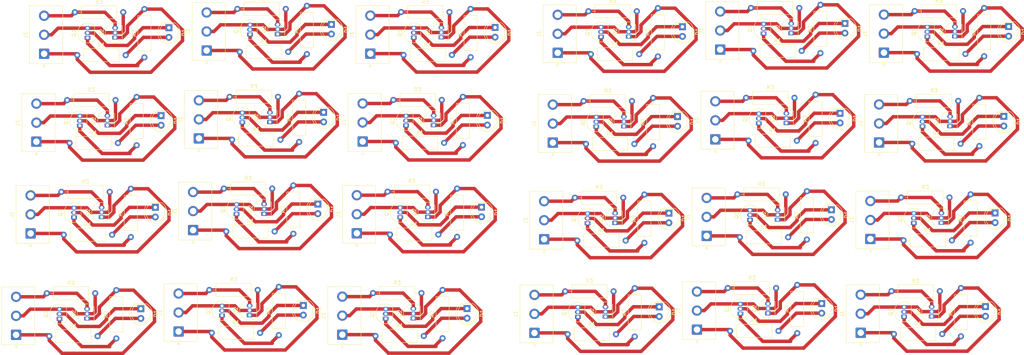
<source format=kicad_pcb>
(kicad_pcb (version 20171130) (host pcbnew 5.1.4-e60b266~84~ubuntu18.04.1)
  (layers (0 F.Cu signal) (31 B.Cu signal hide) (34 B.Paste user hide) (35 F.Paste user hide) (36 B.SilkS user hide) (37 F.SilkS user hide) (38 B.Mask user hide) (39 F.Mask user hide) (44 Edge.Cuts user hide))
  (net 0 "")
  (net 1 "Net-(D1-Pad2)")
  (net 2 "Net-(D1-Pad1)")
  (net 3 "Net-(J1-Pad3)")
  (net 4 "Net-(J1-Pad2)")
  (net 5 "Net-(J1-Pad1)")
  (net 6 "Net-(Q1-Pad1)")
  (module Resistor_THT:R_Axial_DIN0309_L9.0mm_D3.2mm_P12.70mm_Horizontal (layer F.Cu) (at 259.958 100.966 90)
    (fp_text reference R2 (at 6.35 -2.72 90) (layer F.SilkS))
    (fp_text value 1k)
    (pad 2 thru_hole oval (at 12.7 0 90) (size 1.6 1.6) (drill 0.8) (layers *.Cu *.Mask))
    (pad 1 thru_hole circle (at 0 0 90) (size 1.6 1.6) (drill 0.8) (layers *.Cu *.Mask))
  )
  (module Resistor_THT:R_Axial_DIN0309_L9.0mm_D3.2mm_P12.70mm_Horizontal (layer F.Cu) (at 241.708 89.086)
    (fp_text reference R3 (at 6.35 -2.72) (layer F.SilkS))
    (fp_text value 1k)
    (pad 2 thru_hole oval (at 12.7 0) (size 1.6 1.6) (drill 0.8) (layers *.Cu *.Mask))
    (pad 1 thru_hole circle (at 0 0) (size 1.6 1.6) (drill 0.8) (layers *.Cu *.Mask))
  )
  (module Resistor_THT:R_Axial_DIN0309_L9.0mm_D3.2mm_P12.70mm_Horizontal (layer F.Cu) (at 216.958 100.146 90)
    (fp_text reference R2 (at 6.35 -2.72 90) (layer F.SilkS))
    (fp_text value 1k)
    (pad 2 thru_hole oval (at 12.7 0 90) (size 1.6 1.6) (drill 0.8) (layers *.Cu *.Mask))
    (pad 1 thru_hole circle (at 0 0 90) (size 1.6 1.6) (drill 0.8) (layers *.Cu *.Mask))
  )
  (module Connector_JST:JST_NV_B03P-NV_1x03_P5.00mm_Vertical (layer F.Cu) (at 190.628 99.196 90)
    (fp_text reference J1 (at 5 -4.9 90) (layer F.SilkS))
    (fp_text value Conn_01x03_Male)
    (pad 3 thru_hole circle (at 10 0 90) (size 2.7 2.7) (drill 1.7) (layers *.Cu *.Mask))
    (pad 2 thru_hole circle (at 5 0 90) (size 2.7 2.7) (drill 1.7) (layers *.Cu *.Mask))
    (pad 1 thru_hole roundrect (at 0 0 90) (size 2.7 2.7) (drill 1.7) (layers *.Cu *.Mask) (roundrect_rratio 0.09259299999999999))
  )
  (module Resistor_THT:R_Axial_DIN0309_L9.0mm_D3.2mm_P12.70mm_Horizontal (layer F.Cu) (at 156.658 100.416)
    (fp_text reference R1 (at 6.35 -2.72) (layer F.SilkS))
    (fp_text value 2.2k)
    (pad 1 thru_hole circle (at 0 0) (size 1.6 1.6) (drill 0.8) (layers *.Cu *.Mask))
    (pad 2 thru_hole oval (at 12.7 0) (size 1.6 1.6) (drill 0.8) (layers *.Cu *.Mask))
  )
  (module Connector_JST:JST_NV_B03P-NV_1x03_P5.00mm_Vertical (layer F.Cu) (at 147.948 100.066 90)
    (fp_text reference J1 (at 5 -4.9 90) (layer F.SilkS))
    (fp_text value Conn_01x03_Male)
    (pad 1 thru_hole roundrect (at 0 0 90) (size 2.7 2.7) (drill 1.7) (layers *.Cu *.Mask) (roundrect_rratio 0.09259299999999999))
    (pad 2 thru_hole circle (at 5 0 90) (size 2.7 2.7) (drill 1.7) (layers *.Cu *.Mask))
    (pad 3 thru_hole circle (at 10 0 90) (size 2.7 2.7) (drill 1.7) (layers *.Cu *.Mask))
  )
  (module Resistor_THT:R_Axial_DIN0309_L9.0mm_D3.2mm_P12.70mm_Horizontal (layer F.Cu) (at 199.338 99.546)
    (fp_text reference R1 (at 6.35 -2.72) (layer F.SilkS))
    (fp_text value 2.2k)
    (pad 2 thru_hole oval (at 12.7 0) (size 1.6 1.6) (drill 0.8) (layers *.Cu *.Mask))
    (pad 1 thru_hole circle (at 0 0) (size 1.6 1.6) (drill 0.8) (layers *.Cu *.Mask))
  )
  (module Resistor_THT:R_Axial_DIN0309_L9.0mm_D3.2mm_P12.70mm_Horizontal (layer F.Cu) (at 242.338 100.366)
    (fp_text reference R1 (at 6.35 -2.72) (layer F.SilkS))
    (fp_text value 2.2k)
    (pad 2 thru_hole oval (at 12.7 0) (size 1.6 1.6) (drill 0.8) (layers *.Cu *.Mask))
    (pad 1 thru_hole circle (at 0 0) (size 1.6 1.6) (drill 0.8) (layers *.Cu *.Mask))
  )
  (module Package_TO_SOT_THT:TO-92_Inline (layer F.Cu) (at 209.278 94.916 90)
    (fp_text reference Q2 (at 1.27 -3.56 90) (layer F.SilkS))
    (fp_text value 2N3904)
    (pad 1 thru_hole rect (at 0 0 90) (size 1.05 1.5) (drill 0.75) (layers *.Cu *.Mask))
    (pad 3 thru_hole oval (at 2.54 0 90) (size 1.05 1.5) (drill 0.75) (layers *.Cu *.Mask))
    (pad 2 thru_hole oval (at 1.27 0 90) (size 1.05 1.5) (drill 0.75) (layers *.Cu *.Mask))
  )
  (module Connector_JST:JST_NV_B03P-NV_1x03_P5.00mm_Vertical (layer F.Cu) (at 233.628 100.016 90)
    (fp_text reference J1 (at 5 -4.9 90) (layer F.SilkS))
    (fp_text value Conn_01x03_Male)
    (pad 3 thru_hole circle (at 10 0 90) (size 2.7 2.7) (drill 1.7) (layers *.Cu *.Mask))
    (pad 2 thru_hole circle (at 5 0 90) (size 2.7 2.7) (drill 1.7) (layers *.Cu *.Mask))
    (pad 1 thru_hole roundrect (at 0 0 90) (size 2.7 2.7) (drill 1.7) (layers *.Cu *.Mask) (roundrect_rratio 0.09259299999999999))
  )
  (module Package_TO_SOT_THT:TO-92_Inline (layer F.Cu) (at 245.028 95.806 90)
    (fp_text reference Q1 (at 1.27 -3.56 90) (layer F.SilkS))
    (fp_text value 2N3904)
    (pad 1 thru_hole rect (at 0 0 90) (size 1.05 1.5) (drill 0.75) (layers *.Cu *.Mask))
    (pad 3 thru_hole oval (at 2.54 0 90) (size 1.05 1.5) (drill 0.75) (layers *.Cu *.Mask))
    (pad 2 thru_hole oval (at 1.27 0 90) (size 1.05 1.5) (drill 0.75) (layers *.Cu *.Mask))
  )
  (module LED_THT:LED_D5.0mm (layer F.Cu) (at 266.388 93.156 270)
    (fp_text reference D1 (at 1.27 -3.96 90) (layer F.SilkS))
    (fp_text value LED)
    (pad 2 thru_hole circle (at 2.54 0 270) (size 1.8 1.8) (drill 0.9) (layers *.Cu *.Mask))
    (pad 1 thru_hole rect (at 0 0 270) (size 1.8 1.8) (drill 0.9) (layers *.Cu *.Mask))
  )
  (module Package_TO_SOT_THT:TO-92_Inline (layer F.Cu) (at 252.278 95.736 90)
    (fp_text reference Q2 (at 1.27 -3.56 90) (layer F.SilkS))
    (fp_text value 2N3904)
    (pad 1 thru_hole rect (at 0 0 90) (size 1.05 1.5) (drill 0.75) (layers *.Cu *.Mask))
    (pad 3 thru_hole oval (at 2.54 0 90) (size 1.05 1.5) (drill 0.75) (layers *.Cu *.Mask))
    (pad 2 thru_hole oval (at 1.27 0 90) (size 1.05 1.5) (drill 0.75) (layers *.Cu *.Mask))
  )
  (module Package_TO_SOT_THT:TO-92_Inline (layer F.Cu) (at 166.598 95.786 90)
    (fp_text reference Q2 (at 1.27 -3.56 90) (layer F.SilkS))
    (fp_text value 2N3904)
    (pad 2 thru_hole oval (at 1.27 0 90) (size 1.05 1.5) (drill 0.75) (layers *.Cu *.Mask))
    (pad 3 thru_hole oval (at 2.54 0 90) (size 1.05 1.5) (drill 0.75) (layers *.Cu *.Mask))
    (pad 1 thru_hole rect (at 0 0 90) (size 1.05 1.5) (drill 0.75) (layers *.Cu *.Mask))
  )
  (module LED_THT:LED_D5.0mm (layer F.Cu) (at 180.708 93.206 270)
    (fp_text reference D1 (at 1.27 -3.96 90) (layer F.SilkS))
    (fp_text value LED)
    (pad 1 thru_hole rect (at 0 0 270) (size 1.8 1.8) (drill 0.9) (layers *.Cu *.Mask))
    (pad 2 thru_hole circle (at 2.54 0 270) (size 1.8 1.8) (drill 0.9) (layers *.Cu *.Mask))
  )
  (module Package_TO_SOT_THT:TO-92_Inline (layer F.Cu) (at 202.028 94.986 90)
    (fp_text reference Q1 (at 1.27 -3.56 90) (layer F.SilkS))
    (fp_text value 2N3904)
    (pad 1 thru_hole rect (at 0 0 90) (size 1.05 1.5) (drill 0.75) (layers *.Cu *.Mask))
    (pad 3 thru_hole oval (at 2.54 0 90) (size 1.05 1.5) (drill 0.75) (layers *.Cu *.Mask))
    (pad 2 thru_hole oval (at 1.27 0 90) (size 1.05 1.5) (drill 0.75) (layers *.Cu *.Mask))
  )
  (module Resistor_THT:R_Axial_DIN0309_L9.0mm_D3.2mm_P12.70mm_Horizontal (layer F.Cu) (at 156.028 89.136)
    (fp_text reference R3 (at 6.35 -2.72) (layer F.SilkS))
    (fp_text value 1k)
    (pad 1 thru_hole circle (at 0 0) (size 1.6 1.6) (drill 0.8) (layers *.Cu *.Mask))
    (pad 2 thru_hole oval (at 12.7 0) (size 1.6 1.6) (drill 0.8) (layers *.Cu *.Mask))
  )
  (module Package_TO_SOT_THT:TO-92_Inline (layer F.Cu) (at 159.348 95.856 90)
    (fp_text reference Q1 (at 1.27 -3.56 90) (layer F.SilkS))
    (fp_text value 2N3904)
    (pad 2 thru_hole oval (at 1.27 0 90) (size 1.05 1.5) (drill 0.75) (layers *.Cu *.Mask))
    (pad 3 thru_hole oval (at 2.54 0 90) (size 1.05 1.5) (drill 0.75) (layers *.Cu *.Mask))
    (pad 1 thru_hole rect (at 0 0 90) (size 1.05 1.5) (drill 0.75) (layers *.Cu *.Mask))
  )
  (module Resistor_THT:R_Axial_DIN0309_L9.0mm_D3.2mm_P12.70mm_Horizontal (layer F.Cu) (at 198.708 88.266)
    (fp_text reference R3 (at 6.35 -2.72) (layer F.SilkS))
    (fp_text value 1k)
    (pad 2 thru_hole oval (at 12.7 0) (size 1.6 1.6) (drill 0.8) (layers *.Cu *.Mask))
    (pad 1 thru_hole circle (at 0 0) (size 1.6 1.6) (drill 0.8) (layers *.Cu *.Mask))
  )
  (module LED_THT:LED_D5.0mm (layer F.Cu) (at 223.388 92.336 270)
    (fp_text reference D1 (at 1.27 -3.96 90) (layer F.SilkS))
    (fp_text value LED)
    (pad 2 thru_hole circle (at 2.54 0 270) (size 1.8 1.8) (drill 0.9) (layers *.Cu *.Mask))
    (pad 1 thru_hole rect (at 0 0 270) (size 1.8 1.8) (drill 0.9) (layers *.Cu *.Mask))
  )
  (module Resistor_THT:R_Axial_DIN0309_L9.0mm_D3.2mm_P12.70mm_Horizontal (layer F.Cu) (at 174.278 101.016 90)
    (fp_text reference R2 (at 6.35 -2.72 90) (layer F.SilkS))
    (fp_text value 1k)
    (pad 1 thru_hole circle (at 0 0 90) (size 1.6 1.6) (drill 0.8) (layers *.Cu *.Mask))
    (pad 2 thru_hole oval (at 12.7 0 90) (size 1.6 1.6) (drill 0.8) (layers *.Cu *.Mask))
  )
  (module Resistor_THT:R_Axial_DIN0309_L9.0mm_D3.2mm_P12.70mm_Horizontal (layer F.Cu) (at 262.498 76.328 90)
    (fp_text reference R2 (at 6.35 -2.72 90) (layer F.SilkS))
    (fp_text value 1k)
    (pad 2 thru_hole oval (at 12.7 0 90) (size 1.6 1.6) (drill 0.8) (layers *.Cu *.Mask))
    (pad 1 thru_hole circle (at 0 0 90) (size 1.6 1.6) (drill 0.8) (layers *.Cu *.Mask))
  )
  (module Resistor_THT:R_Axial_DIN0309_L9.0mm_D3.2mm_P12.70mm_Horizontal (layer F.Cu) (at 244.248 64.448)
    (fp_text reference R3 (at 6.35 -2.72) (layer F.SilkS))
    (fp_text value 1k)
    (pad 2 thru_hole oval (at 12.7 0) (size 1.6 1.6) (drill 0.8) (layers *.Cu *.Mask))
    (pad 1 thru_hole circle (at 0 0) (size 1.6 1.6) (drill 0.8) (layers *.Cu *.Mask))
  )
  (module Resistor_THT:R_Axial_DIN0309_L9.0mm_D3.2mm_P12.70mm_Horizontal (layer F.Cu) (at 219.498 75.508 90)
    (fp_text reference R2 (at 6.35 -2.72 90) (layer F.SilkS))
    (fp_text value 1k)
    (pad 2 thru_hole oval (at 12.7 0 90) (size 1.6 1.6) (drill 0.8) (layers *.Cu *.Mask))
    (pad 1 thru_hole circle (at 0 0 90) (size 1.6 1.6) (drill 0.8) (layers *.Cu *.Mask))
  )
  (module Connector_JST:JST_NV_B03P-NV_1x03_P5.00mm_Vertical (layer F.Cu) (at 193.168 74.558 90)
    (fp_text reference J1 (at 5 -4.9 90) (layer F.SilkS))
    (fp_text value Conn_01x03_Male)
    (pad 3 thru_hole circle (at 10 0 90) (size 2.7 2.7) (drill 1.7) (layers *.Cu *.Mask))
    (pad 2 thru_hole circle (at 5 0 90) (size 2.7 2.7) (drill 1.7) (layers *.Cu *.Mask))
    (pad 1 thru_hole roundrect (at 0 0 90) (size 2.7 2.7) (drill 1.7) (layers *.Cu *.Mask) (roundrect_rratio 0.09259299999999999))
  )
  (module Resistor_THT:R_Axial_DIN0309_L9.0mm_D3.2mm_P12.70mm_Horizontal (layer F.Cu) (at 159.198 75.778)
    (fp_text reference R1 (at 6.35 -2.72) (layer F.SilkS))
    (fp_text value 2.2k)
    (pad 1 thru_hole circle (at 0 0) (size 1.6 1.6) (drill 0.8) (layers *.Cu *.Mask))
    (pad 2 thru_hole oval (at 12.7 0) (size 1.6 1.6) (drill 0.8) (layers *.Cu *.Mask))
  )
  (module Connector_JST:JST_NV_B03P-NV_1x03_P5.00mm_Vertical (layer F.Cu) (at 150.488 75.428 90)
    (fp_text reference J1 (at 5 -4.9 90) (layer F.SilkS))
    (fp_text value Conn_01x03_Male)
    (pad 1 thru_hole roundrect (at 0 0 90) (size 2.7 2.7) (drill 1.7) (layers *.Cu *.Mask) (roundrect_rratio 0.09259299999999999))
    (pad 2 thru_hole circle (at 5 0 90) (size 2.7 2.7) (drill 1.7) (layers *.Cu *.Mask))
    (pad 3 thru_hole circle (at 10 0 90) (size 2.7 2.7) (drill 1.7) (layers *.Cu *.Mask))
  )
  (module Resistor_THT:R_Axial_DIN0309_L9.0mm_D3.2mm_P12.70mm_Horizontal (layer F.Cu) (at 201.878 74.908)
    (fp_text reference R1 (at 6.35 -2.72) (layer F.SilkS))
    (fp_text value 2.2k)
    (pad 2 thru_hole oval (at 12.7 0) (size 1.6 1.6) (drill 0.8) (layers *.Cu *.Mask))
    (pad 1 thru_hole circle (at 0 0) (size 1.6 1.6) (drill 0.8) (layers *.Cu *.Mask))
  )
  (module Resistor_THT:R_Axial_DIN0309_L9.0mm_D3.2mm_P12.70mm_Horizontal (layer F.Cu) (at 244.878 75.728)
    (fp_text reference R1 (at 6.35 -2.72) (layer F.SilkS))
    (fp_text value 2.2k)
    (pad 2 thru_hole oval (at 12.7 0) (size 1.6 1.6) (drill 0.8) (layers *.Cu *.Mask))
    (pad 1 thru_hole circle (at 0 0) (size 1.6 1.6) (drill 0.8) (layers *.Cu *.Mask))
  )
  (module Package_TO_SOT_THT:TO-92_Inline (layer F.Cu) (at 211.818 70.278 90)
    (fp_text reference Q2 (at 1.27 -3.56 90) (layer F.SilkS))
    (fp_text value 2N3904)
    (pad 1 thru_hole rect (at 0 0 90) (size 1.05 1.5) (drill 0.75) (layers *.Cu *.Mask))
    (pad 3 thru_hole oval (at 2.54 0 90) (size 1.05 1.5) (drill 0.75) (layers *.Cu *.Mask))
    (pad 2 thru_hole oval (at 1.27 0 90) (size 1.05 1.5) (drill 0.75) (layers *.Cu *.Mask))
  )
  (module Connector_JST:JST_NV_B03P-NV_1x03_P5.00mm_Vertical (layer F.Cu) (at 236.168 75.378 90)
    (fp_text reference J1 (at 5 -4.9 90) (layer F.SilkS))
    (fp_text value Conn_01x03_Male)
    (pad 3 thru_hole circle (at 10 0 90) (size 2.7 2.7) (drill 1.7) (layers *.Cu *.Mask))
    (pad 2 thru_hole circle (at 5 0 90) (size 2.7 2.7) (drill 1.7) (layers *.Cu *.Mask))
    (pad 1 thru_hole roundrect (at 0 0 90) (size 2.7 2.7) (drill 1.7) (layers *.Cu *.Mask) (roundrect_rratio 0.09259299999999999))
  )
  (module Package_TO_SOT_THT:TO-92_Inline (layer F.Cu) (at 247.568 71.168 90)
    (fp_text reference Q1 (at 1.27 -3.56 90) (layer F.SilkS))
    (fp_text value 2N3904)
    (pad 1 thru_hole rect (at 0 0 90) (size 1.05 1.5) (drill 0.75) (layers *.Cu *.Mask))
    (pad 3 thru_hole oval (at 2.54 0 90) (size 1.05 1.5) (drill 0.75) (layers *.Cu *.Mask))
    (pad 2 thru_hole oval (at 1.27 0 90) (size 1.05 1.5) (drill 0.75) (layers *.Cu *.Mask))
  )
  (module LED_THT:LED_D5.0mm (layer F.Cu) (at 268.928 68.518 270)
    (fp_text reference D1 (at 1.27 -3.96 90) (layer F.SilkS))
    (fp_text value LED)
    (pad 2 thru_hole circle (at 2.54 0 270) (size 1.8 1.8) (drill 0.9) (layers *.Cu *.Mask))
    (pad 1 thru_hole rect (at 0 0 270) (size 1.8 1.8) (drill 0.9) (layers *.Cu *.Mask))
  )
  (module Package_TO_SOT_THT:TO-92_Inline (layer F.Cu) (at 254.818 71.098 90)
    (fp_text reference Q2 (at 1.27 -3.56 90) (layer F.SilkS))
    (fp_text value 2N3904)
    (pad 1 thru_hole rect (at 0 0 90) (size 1.05 1.5) (drill 0.75) (layers *.Cu *.Mask))
    (pad 3 thru_hole oval (at 2.54 0 90) (size 1.05 1.5) (drill 0.75) (layers *.Cu *.Mask))
    (pad 2 thru_hole oval (at 1.27 0 90) (size 1.05 1.5) (drill 0.75) (layers *.Cu *.Mask))
  )
  (module Package_TO_SOT_THT:TO-92_Inline (layer F.Cu) (at 169.138 71.148 90)
    (fp_text reference Q2 (at 1.27 -3.56 90) (layer F.SilkS))
    (fp_text value 2N3904)
    (pad 2 thru_hole oval (at 1.27 0 90) (size 1.05 1.5) (drill 0.75) (layers *.Cu *.Mask))
    (pad 3 thru_hole oval (at 2.54 0 90) (size 1.05 1.5) (drill 0.75) (layers *.Cu *.Mask))
    (pad 1 thru_hole rect (at 0 0 90) (size 1.05 1.5) (drill 0.75) (layers *.Cu *.Mask))
  )
  (module LED_THT:LED_D5.0mm (layer F.Cu) (at 183.248 68.568 270)
    (fp_text reference D1 (at 1.27 -3.96 90) (layer F.SilkS))
    (fp_text value LED)
    (pad 1 thru_hole rect (at 0 0 270) (size 1.8 1.8) (drill 0.9) (layers *.Cu *.Mask))
    (pad 2 thru_hole circle (at 2.54 0 270) (size 1.8 1.8) (drill 0.9) (layers *.Cu *.Mask))
  )
  (module Package_TO_SOT_THT:TO-92_Inline (layer F.Cu) (at 204.568 70.348 90)
    (fp_text reference Q1 (at 1.27 -3.56 90) (layer F.SilkS))
    (fp_text value 2N3904)
    (pad 1 thru_hole rect (at 0 0 90) (size 1.05 1.5) (drill 0.75) (layers *.Cu *.Mask))
    (pad 3 thru_hole oval (at 2.54 0 90) (size 1.05 1.5) (drill 0.75) (layers *.Cu *.Mask))
    (pad 2 thru_hole oval (at 1.27 0 90) (size 1.05 1.5) (drill 0.75) (layers *.Cu *.Mask))
  )
  (module Resistor_THT:R_Axial_DIN0309_L9.0mm_D3.2mm_P12.70mm_Horizontal (layer F.Cu) (at 158.568 64.498)
    (fp_text reference R3 (at 6.35 -2.72) (layer F.SilkS))
    (fp_text value 1k)
    (pad 1 thru_hole circle (at 0 0) (size 1.6 1.6) (drill 0.8) (layers *.Cu *.Mask))
    (pad 2 thru_hole oval (at 12.7 0) (size 1.6 1.6) (drill 0.8) (layers *.Cu *.Mask))
  )
  (module Package_TO_SOT_THT:TO-92_Inline (layer F.Cu) (at 161.888 71.218 90)
    (fp_text reference Q1 (at 1.27 -3.56 90) (layer F.SilkS))
    (fp_text value 2N3904)
    (pad 2 thru_hole oval (at 1.27 0 90) (size 1.05 1.5) (drill 0.75) (layers *.Cu *.Mask))
    (pad 3 thru_hole oval (at 2.54 0 90) (size 1.05 1.5) (drill 0.75) (layers *.Cu *.Mask))
    (pad 1 thru_hole rect (at 0 0 90) (size 1.05 1.5) (drill 0.75) (layers *.Cu *.Mask))
  )
  (module Resistor_THT:R_Axial_DIN0309_L9.0mm_D3.2mm_P12.70mm_Horizontal (layer F.Cu) (at 201.248 63.628)
    (fp_text reference R3 (at 6.35 -2.72) (layer F.SilkS))
    (fp_text value 1k)
    (pad 2 thru_hole oval (at 12.7 0) (size 1.6 1.6) (drill 0.8) (layers *.Cu *.Mask))
    (pad 1 thru_hole circle (at 0 0) (size 1.6 1.6) (drill 0.8) (layers *.Cu *.Mask))
  )
  (module LED_THT:LED_D5.0mm (layer F.Cu) (at 225.928 67.698 270)
    (fp_text reference D1 (at 1.27 -3.96 90) (layer F.SilkS))
    (fp_text value LED)
    (pad 2 thru_hole circle (at 2.54 0 270) (size 1.8 1.8) (drill 0.9) (layers *.Cu *.Mask))
    (pad 1 thru_hole rect (at 0 0 270) (size 1.8 1.8) (drill 0.9) (layers *.Cu *.Mask))
  )
  (module Resistor_THT:R_Axial_DIN0309_L9.0mm_D3.2mm_P12.70mm_Horizontal (layer F.Cu) (at 176.818 76.378 90)
    (fp_text reference R2 (at 6.35 -2.72 90) (layer F.SilkS))
    (fp_text value 1k)
    (pad 1 thru_hole circle (at 0 0 90) (size 1.6 1.6) (drill 0.8) (layers *.Cu *.Mask))
    (pad 2 thru_hole oval (at 12.7 0 90) (size 1.6 1.6) (drill 0.8) (layers *.Cu *.Mask))
  )
  (module Resistor_THT:R_Axial_DIN0309_L9.0mm_D3.2mm_P12.70mm_Horizontal (layer F.Cu) (at 264.784 50.928 90)
    (fp_text reference R2 (at 6.35 -2.72 90) (layer F.SilkS))
    (fp_text value 1k)
    (pad 2 thru_hole oval (at 12.7 0 90) (size 1.6 1.6) (drill 0.8) (layers *.Cu *.Mask))
    (pad 1 thru_hole circle (at 0 0 90) (size 1.6 1.6) (drill 0.8) (layers *.Cu *.Mask))
  )
  (module Resistor_THT:R_Axial_DIN0309_L9.0mm_D3.2mm_P12.70mm_Horizontal (layer F.Cu) (at 246.534 39.048)
    (fp_text reference R3 (at 6.35 -2.72) (layer F.SilkS))
    (fp_text value 1k)
    (pad 2 thru_hole oval (at 12.7 0) (size 1.6 1.6) (drill 0.8) (layers *.Cu *.Mask))
    (pad 1 thru_hole circle (at 0 0) (size 1.6 1.6) (drill 0.8) (layers *.Cu *.Mask))
  )
  (module Resistor_THT:R_Axial_DIN0309_L9.0mm_D3.2mm_P12.70mm_Horizontal (layer F.Cu) (at 221.784 50.108 90)
    (fp_text reference R2 (at 6.35 -2.72 90) (layer F.SilkS))
    (fp_text value 1k)
    (pad 2 thru_hole oval (at 12.7 0 90) (size 1.6 1.6) (drill 0.8) (layers *.Cu *.Mask))
    (pad 1 thru_hole circle (at 0 0 90) (size 1.6 1.6) (drill 0.8) (layers *.Cu *.Mask))
  )
  (module Connector_JST:JST_NV_B03P-NV_1x03_P5.00mm_Vertical (layer F.Cu) (at 195.454 49.158 90)
    (fp_text reference J1 (at 5 -4.9 90) (layer F.SilkS))
    (fp_text value Conn_01x03_Male)
    (pad 3 thru_hole circle (at 10 0 90) (size 2.7 2.7) (drill 1.7) (layers *.Cu *.Mask))
    (pad 2 thru_hole circle (at 5 0 90) (size 2.7 2.7) (drill 1.7) (layers *.Cu *.Mask))
    (pad 1 thru_hole roundrect (at 0 0 90) (size 2.7 2.7) (drill 1.7) (layers *.Cu *.Mask) (roundrect_rratio 0.09259299999999999))
  )
  (module Resistor_THT:R_Axial_DIN0309_L9.0mm_D3.2mm_P12.70mm_Horizontal (layer F.Cu) (at 161.484 50.378)
    (fp_text reference R1 (at 6.35 -2.72) (layer F.SilkS))
    (fp_text value 2.2k)
    (pad 1 thru_hole circle (at 0 0) (size 1.6 1.6) (drill 0.8) (layers *.Cu *.Mask))
    (pad 2 thru_hole oval (at 12.7 0) (size 1.6 1.6) (drill 0.8) (layers *.Cu *.Mask))
  )
  (module Connector_JST:JST_NV_B03P-NV_1x03_P5.00mm_Vertical (layer F.Cu) (at 152.774 50.028 90)
    (fp_text reference J1 (at 5 -4.9 90) (layer F.SilkS))
    (fp_text value Conn_01x03_Male)
    (pad 1 thru_hole roundrect (at 0 0 90) (size 2.7 2.7) (drill 1.7) (layers *.Cu *.Mask) (roundrect_rratio 0.09259299999999999))
    (pad 2 thru_hole circle (at 5 0 90) (size 2.7 2.7) (drill 1.7) (layers *.Cu *.Mask))
    (pad 3 thru_hole circle (at 10 0 90) (size 2.7 2.7) (drill 1.7) (layers *.Cu *.Mask))
  )
  (module Resistor_THT:R_Axial_DIN0309_L9.0mm_D3.2mm_P12.70mm_Horizontal (layer F.Cu) (at 204.164 49.508)
    (fp_text reference R1 (at 6.35 -2.72) (layer F.SilkS))
    (fp_text value 2.2k)
    (pad 2 thru_hole oval (at 12.7 0) (size 1.6 1.6) (drill 0.8) (layers *.Cu *.Mask))
    (pad 1 thru_hole circle (at 0 0) (size 1.6 1.6) (drill 0.8) (layers *.Cu *.Mask))
  )
  (module Resistor_THT:R_Axial_DIN0309_L9.0mm_D3.2mm_P12.70mm_Horizontal (layer F.Cu) (at 247.164 50.328)
    (fp_text reference R1 (at 6.35 -2.72) (layer F.SilkS))
    (fp_text value 2.2k)
    (pad 2 thru_hole oval (at 12.7 0) (size 1.6 1.6) (drill 0.8) (layers *.Cu *.Mask))
    (pad 1 thru_hole circle (at 0 0) (size 1.6 1.6) (drill 0.8) (layers *.Cu *.Mask))
  )
  (module Package_TO_SOT_THT:TO-92_Inline (layer F.Cu) (at 214.104 44.878 90)
    (fp_text reference Q2 (at 1.27 -3.56 90) (layer F.SilkS))
    (fp_text value 2N3904)
    (pad 1 thru_hole rect (at 0 0 90) (size 1.05 1.5) (drill 0.75) (layers *.Cu *.Mask))
    (pad 3 thru_hole oval (at 2.54 0 90) (size 1.05 1.5) (drill 0.75) (layers *.Cu *.Mask))
    (pad 2 thru_hole oval (at 1.27 0 90) (size 1.05 1.5) (drill 0.75) (layers *.Cu *.Mask))
  )
  (module Connector_JST:JST_NV_B03P-NV_1x03_P5.00mm_Vertical (layer F.Cu) (at 238.454 49.978 90)
    (fp_text reference J1 (at 5 -4.9 90) (layer F.SilkS))
    (fp_text value Conn_01x03_Male)
    (pad 3 thru_hole circle (at 10 0 90) (size 2.7 2.7) (drill 1.7) (layers *.Cu *.Mask))
    (pad 2 thru_hole circle (at 5 0 90) (size 2.7 2.7) (drill 1.7) (layers *.Cu *.Mask))
    (pad 1 thru_hole roundrect (at 0 0 90) (size 2.7 2.7) (drill 1.7) (layers *.Cu *.Mask) (roundrect_rratio 0.09259299999999999))
  )
  (module Package_TO_SOT_THT:TO-92_Inline (layer F.Cu) (at 249.854 45.768 90)
    (fp_text reference Q1 (at 1.27 -3.56 90) (layer F.SilkS))
    (fp_text value 2N3904)
    (pad 1 thru_hole rect (at 0 0 90) (size 1.05 1.5) (drill 0.75) (layers *.Cu *.Mask))
    (pad 3 thru_hole oval (at 2.54 0 90) (size 1.05 1.5) (drill 0.75) (layers *.Cu *.Mask))
    (pad 2 thru_hole oval (at 1.27 0 90) (size 1.05 1.5) (drill 0.75) (layers *.Cu *.Mask))
  )
  (module LED_THT:LED_D5.0mm (layer F.Cu) (at 271.214 43.118 270)
    (fp_text reference D1 (at 1.27 -3.96 90) (layer F.SilkS))
    (fp_text value LED)
    (pad 2 thru_hole circle (at 2.54 0 270) (size 1.8 1.8) (drill 0.9) (layers *.Cu *.Mask))
    (pad 1 thru_hole rect (at 0 0 270) (size 1.8 1.8) (drill 0.9) (layers *.Cu *.Mask))
  )
  (module Package_TO_SOT_THT:TO-92_Inline (layer F.Cu) (at 257.104 45.698 90)
    (fp_text reference Q2 (at 1.27 -3.56 90) (layer F.SilkS))
    (fp_text value 2N3904)
    (pad 1 thru_hole rect (at 0 0 90) (size 1.05 1.5) (drill 0.75) (layers *.Cu *.Mask))
    (pad 3 thru_hole oval (at 2.54 0 90) (size 1.05 1.5) (drill 0.75) (layers *.Cu *.Mask))
    (pad 2 thru_hole oval (at 1.27 0 90) (size 1.05 1.5) (drill 0.75) (layers *.Cu *.Mask))
  )
  (module Package_TO_SOT_THT:TO-92_Inline (layer F.Cu) (at 171.424 45.748 90)
    (fp_text reference Q2 (at 1.27 -3.56 90) (layer F.SilkS))
    (fp_text value 2N3904)
    (pad 2 thru_hole oval (at 1.27 0 90) (size 1.05 1.5) (drill 0.75) (layers *.Cu *.Mask))
    (pad 3 thru_hole oval (at 2.54 0 90) (size 1.05 1.5) (drill 0.75) (layers *.Cu *.Mask))
    (pad 1 thru_hole rect (at 0 0 90) (size 1.05 1.5) (drill 0.75) (layers *.Cu *.Mask))
  )
  (module LED_THT:LED_D5.0mm (layer F.Cu) (at 185.534 43.168 270)
    (fp_text reference D1 (at 1.27 -3.96 90) (layer F.SilkS))
    (fp_text value LED)
    (pad 1 thru_hole rect (at 0 0 270) (size 1.8 1.8) (drill 0.9) (layers *.Cu *.Mask))
    (pad 2 thru_hole circle (at 2.54 0 270) (size 1.8 1.8) (drill 0.9) (layers *.Cu *.Mask))
  )
  (module Package_TO_SOT_THT:TO-92_Inline (layer F.Cu) (at 206.854 44.948 90)
    (fp_text reference Q1 (at 1.27 -3.56 90) (layer F.SilkS))
    (fp_text value 2N3904)
    (pad 1 thru_hole rect (at 0 0 90) (size 1.05 1.5) (drill 0.75) (layers *.Cu *.Mask))
    (pad 3 thru_hole oval (at 2.54 0 90) (size 1.05 1.5) (drill 0.75) (layers *.Cu *.Mask))
    (pad 2 thru_hole oval (at 1.27 0 90) (size 1.05 1.5) (drill 0.75) (layers *.Cu *.Mask))
  )
  (module Resistor_THT:R_Axial_DIN0309_L9.0mm_D3.2mm_P12.70mm_Horizontal (layer F.Cu) (at 160.854 39.098)
    (fp_text reference R3 (at 6.35 -2.72) (layer F.SilkS))
    (fp_text value 1k)
    (pad 1 thru_hole circle (at 0 0) (size 1.6 1.6) (drill 0.8) (layers *.Cu *.Mask))
    (pad 2 thru_hole oval (at 12.7 0) (size 1.6 1.6) (drill 0.8) (layers *.Cu *.Mask))
  )
  (module Package_TO_SOT_THT:TO-92_Inline (layer F.Cu) (at 164.174 45.818 90)
    (fp_text reference Q1 (at 1.27 -3.56 90) (layer F.SilkS))
    (fp_text value 2N3904)
    (pad 2 thru_hole oval (at 1.27 0 90) (size 1.05 1.5) (drill 0.75) (layers *.Cu *.Mask))
    (pad 3 thru_hole oval (at 2.54 0 90) (size 1.05 1.5) (drill 0.75) (layers *.Cu *.Mask))
    (pad 1 thru_hole rect (at 0 0 90) (size 1.05 1.5) (drill 0.75) (layers *.Cu *.Mask))
  )
  (module Resistor_THT:R_Axial_DIN0309_L9.0mm_D3.2mm_P12.70mm_Horizontal (layer F.Cu) (at 203.534 38.228)
    (fp_text reference R3 (at 6.35 -2.72) (layer F.SilkS))
    (fp_text value 1k)
    (pad 2 thru_hole oval (at 12.7 0) (size 1.6 1.6) (drill 0.8) (layers *.Cu *.Mask))
    (pad 1 thru_hole circle (at 0 0) (size 1.6 1.6) (drill 0.8) (layers *.Cu *.Mask))
  )
  (module LED_THT:LED_D5.0mm (layer F.Cu) (at 228.214 42.298 270)
    (fp_text reference D1 (at 1.27 -3.96 90) (layer F.SilkS))
    (fp_text value LED)
    (pad 2 thru_hole circle (at 2.54 0 270) (size 1.8 1.8) (drill 0.9) (layers *.Cu *.Mask))
    (pad 1 thru_hole rect (at 0 0 270) (size 1.8 1.8) (drill 0.9) (layers *.Cu *.Mask))
  )
  (module Resistor_THT:R_Axial_DIN0309_L9.0mm_D3.2mm_P12.70mm_Horizontal (layer F.Cu) (at 179.104 50.978 90)
    (fp_text reference R2 (at 6.35 -2.72 90) (layer F.SilkS))
    (fp_text value 1k)
    (pad 1 thru_hole circle (at 0 0 90) (size 1.6 1.6) (drill 0.8) (layers *.Cu *.Mask))
    (pad 2 thru_hole oval (at 12.7 0 90) (size 1.6 1.6) (drill 0.8) (layers *.Cu *.Mask))
  )
  (module Resistor_THT:R_Axial_DIN0309_L9.0mm_D3.2mm_P12.70mm_Horizontal (layer F.Cu) (at 266.054 27.306 90)
    (fp_text reference R2 (at 6.35 -2.72 90) (layer F.SilkS))
    (fp_text value 1k)
    (pad 2 thru_hole oval (at 12.7 0 90) (size 1.6 1.6) (drill 0.8) (layers *.Cu *.Mask))
    (pad 1 thru_hole circle (at 0 0 90) (size 1.6 1.6) (drill 0.8) (layers *.Cu *.Mask))
  )
  (module Resistor_THT:R_Axial_DIN0309_L9.0mm_D3.2mm_P12.70mm_Horizontal (layer F.Cu) (at 247.804 15.426)
    (fp_text reference R3 (at 6.35 -2.72) (layer F.SilkS))
    (fp_text value 1k)
    (pad 2 thru_hole oval (at 12.7 0) (size 1.6 1.6) (drill 0.8) (layers *.Cu *.Mask))
    (pad 1 thru_hole circle (at 0 0) (size 1.6 1.6) (drill 0.8) (layers *.Cu *.Mask))
  )
  (module Resistor_THT:R_Axial_DIN0309_L9.0mm_D3.2mm_P12.70mm_Horizontal (layer F.Cu) (at 223.054 26.486 90)
    (fp_text reference R2 (at 6.35 -2.72 90) (layer F.SilkS))
    (fp_text value 1k)
    (pad 2 thru_hole oval (at 12.7 0 90) (size 1.6 1.6) (drill 0.8) (layers *.Cu *.Mask))
    (pad 1 thru_hole circle (at 0 0 90) (size 1.6 1.6) (drill 0.8) (layers *.Cu *.Mask))
  )
  (module Connector_JST:JST_NV_B03P-NV_1x03_P5.00mm_Vertical (layer F.Cu) (at 196.724 25.536 90)
    (fp_text reference J1 (at 5 -4.9 90) (layer F.SilkS))
    (fp_text value Conn_01x03_Male)
    (pad 3 thru_hole circle (at 10 0 90) (size 2.7 2.7) (drill 1.7) (layers *.Cu *.Mask))
    (pad 2 thru_hole circle (at 5 0 90) (size 2.7 2.7) (drill 1.7) (layers *.Cu *.Mask))
    (pad 1 thru_hole roundrect (at 0 0 90) (size 2.7 2.7) (drill 1.7) (layers *.Cu *.Mask) (roundrect_rratio 0.09259299999999999))
  )
  (module Resistor_THT:R_Axial_DIN0309_L9.0mm_D3.2mm_P12.70mm_Horizontal (layer F.Cu) (at 162.754 26.756)
    (fp_text reference R1 (at 6.35 -2.72) (layer F.SilkS))
    (fp_text value 2.2k)
    (pad 1 thru_hole circle (at 0 0) (size 1.6 1.6) (drill 0.8) (layers *.Cu *.Mask))
    (pad 2 thru_hole oval (at 12.7 0) (size 1.6 1.6) (drill 0.8) (layers *.Cu *.Mask))
  )
  (module Connector_JST:JST_NV_B03P-NV_1x03_P5.00mm_Vertical (layer F.Cu) (at 154.044 26.406 90)
    (fp_text reference J1 (at 5 -4.9 90) (layer F.SilkS))
    (fp_text value Conn_01x03_Male)
    (pad 1 thru_hole roundrect (at 0 0 90) (size 2.7 2.7) (drill 1.7) (layers *.Cu *.Mask) (roundrect_rratio 0.09259299999999999))
    (pad 2 thru_hole circle (at 5 0 90) (size 2.7 2.7) (drill 1.7) (layers *.Cu *.Mask))
    (pad 3 thru_hole circle (at 10 0 90) (size 2.7 2.7) (drill 1.7) (layers *.Cu *.Mask))
  )
  (module Resistor_THT:R_Axial_DIN0309_L9.0mm_D3.2mm_P12.70mm_Horizontal (layer F.Cu) (at 205.434 25.886)
    (fp_text reference R1 (at 6.35 -2.72) (layer F.SilkS))
    (fp_text value 2.2k)
    (pad 2 thru_hole oval (at 12.7 0) (size 1.6 1.6) (drill 0.8) (layers *.Cu *.Mask))
    (pad 1 thru_hole circle (at 0 0) (size 1.6 1.6) (drill 0.8) (layers *.Cu *.Mask))
  )
  (module Resistor_THT:R_Axial_DIN0309_L9.0mm_D3.2mm_P12.70mm_Horizontal (layer F.Cu) (at 248.434 26.706)
    (fp_text reference R1 (at 6.35 -2.72) (layer F.SilkS))
    (fp_text value 2.2k)
    (pad 2 thru_hole oval (at 12.7 0) (size 1.6 1.6) (drill 0.8) (layers *.Cu *.Mask))
    (pad 1 thru_hole circle (at 0 0) (size 1.6 1.6) (drill 0.8) (layers *.Cu *.Mask))
  )
  (module Package_TO_SOT_THT:TO-92_Inline (layer F.Cu) (at 215.374 21.256 90)
    (fp_text reference Q2 (at 1.27 -3.56 90) (layer F.SilkS))
    (fp_text value 2N3904)
    (pad 1 thru_hole rect (at 0 0 90) (size 1.05 1.5) (drill 0.75) (layers *.Cu *.Mask))
    (pad 3 thru_hole oval (at 2.54 0 90) (size 1.05 1.5) (drill 0.75) (layers *.Cu *.Mask))
    (pad 2 thru_hole oval (at 1.27 0 90) (size 1.05 1.5) (drill 0.75) (layers *.Cu *.Mask))
  )
  (module Connector_JST:JST_NV_B03P-NV_1x03_P5.00mm_Vertical (layer F.Cu) (at 239.724 26.356 90)
    (fp_text reference J1 (at 5 -4.9 90) (layer F.SilkS))
    (fp_text value Conn_01x03_Male)
    (pad 3 thru_hole circle (at 10 0 90) (size 2.7 2.7) (drill 1.7) (layers *.Cu *.Mask))
    (pad 2 thru_hole circle (at 5 0 90) (size 2.7 2.7) (drill 1.7) (layers *.Cu *.Mask))
    (pad 1 thru_hole roundrect (at 0 0 90) (size 2.7 2.7) (drill 1.7) (layers *.Cu *.Mask) (roundrect_rratio 0.09259299999999999))
  )
  (module Package_TO_SOT_THT:TO-92_Inline (layer F.Cu) (at 251.124 22.146 90)
    (fp_text reference Q1 (at 1.27 -3.56 90) (layer F.SilkS))
    (fp_text value 2N3904)
    (pad 1 thru_hole rect (at 0 0 90) (size 1.05 1.5) (drill 0.75) (layers *.Cu *.Mask))
    (pad 3 thru_hole oval (at 2.54 0 90) (size 1.05 1.5) (drill 0.75) (layers *.Cu *.Mask))
    (pad 2 thru_hole oval (at 1.27 0 90) (size 1.05 1.5) (drill 0.75) (layers *.Cu *.Mask))
  )
  (module LED_THT:LED_D5.0mm (layer F.Cu) (at 272.484 19.496 270)
    (fp_text reference D1 (at 1.27 -3.96 90) (layer F.SilkS))
    (fp_text value LED)
    (pad 2 thru_hole circle (at 2.54 0 270) (size 1.8 1.8) (drill 0.9) (layers *.Cu *.Mask))
    (pad 1 thru_hole rect (at 0 0 270) (size 1.8 1.8) (drill 0.9) (layers *.Cu *.Mask))
  )
  (module Package_TO_SOT_THT:TO-92_Inline (layer F.Cu) (at 258.374 22.076 90)
    (fp_text reference Q2 (at 1.27 -3.56 90) (layer F.SilkS))
    (fp_text value 2N3904)
    (pad 1 thru_hole rect (at 0 0 90) (size 1.05 1.5) (drill 0.75) (layers *.Cu *.Mask))
    (pad 3 thru_hole oval (at 2.54 0 90) (size 1.05 1.5) (drill 0.75) (layers *.Cu *.Mask))
    (pad 2 thru_hole oval (at 1.27 0 90) (size 1.05 1.5) (drill 0.75) (layers *.Cu *.Mask))
  )
  (module Package_TO_SOT_THT:TO-92_Inline (layer F.Cu) (at 172.694 22.126 90)
    (fp_text reference Q2 (at 1.27 -3.56 90) (layer F.SilkS))
    (fp_text value 2N3904)
    (pad 2 thru_hole oval (at 1.27 0 90) (size 1.05 1.5) (drill 0.75) (layers *.Cu *.Mask))
    (pad 3 thru_hole oval (at 2.54 0 90) (size 1.05 1.5) (drill 0.75) (layers *.Cu *.Mask))
    (pad 1 thru_hole rect (at 0 0 90) (size 1.05 1.5) (drill 0.75) (layers *.Cu *.Mask))
  )
  (module LED_THT:LED_D5.0mm (layer F.Cu) (at 186.804 19.546 270)
    (fp_text reference D1 (at 1.27 -3.96 90) (layer F.SilkS))
    (fp_text value LED)
    (pad 1 thru_hole rect (at 0 0 270) (size 1.8 1.8) (drill 0.9) (layers *.Cu *.Mask))
    (pad 2 thru_hole circle (at 2.54 0 270) (size 1.8 1.8) (drill 0.9) (layers *.Cu *.Mask))
  )
  (module Package_TO_SOT_THT:TO-92_Inline (layer F.Cu) (at 208.124 21.326 90)
    (fp_text reference Q1 (at 1.27 -3.56 90) (layer F.SilkS))
    (fp_text value 2N3904)
    (pad 1 thru_hole rect (at 0 0 90) (size 1.05 1.5) (drill 0.75) (layers *.Cu *.Mask))
    (pad 3 thru_hole oval (at 2.54 0 90) (size 1.05 1.5) (drill 0.75) (layers *.Cu *.Mask))
    (pad 2 thru_hole oval (at 1.27 0 90) (size 1.05 1.5) (drill 0.75) (layers *.Cu *.Mask))
  )
  (module Resistor_THT:R_Axial_DIN0309_L9.0mm_D3.2mm_P12.70mm_Horizontal (layer F.Cu) (at 162.124 15.476)
    (fp_text reference R3 (at 6.35 -2.72) (layer F.SilkS))
    (fp_text value 1k)
    (pad 1 thru_hole circle (at 0 0) (size 1.6 1.6) (drill 0.8) (layers *.Cu *.Mask))
    (pad 2 thru_hole oval (at 12.7 0) (size 1.6 1.6) (drill 0.8) (layers *.Cu *.Mask))
  )
  (module Package_TO_SOT_THT:TO-92_Inline (layer F.Cu) (at 165.444 22.196 90)
    (fp_text reference Q1 (at 1.27 -3.56 90) (layer F.SilkS))
    (fp_text value 2N3904)
    (pad 2 thru_hole oval (at 1.27 0 90) (size 1.05 1.5) (drill 0.75) (layers *.Cu *.Mask))
    (pad 3 thru_hole oval (at 2.54 0 90) (size 1.05 1.5) (drill 0.75) (layers *.Cu *.Mask))
    (pad 1 thru_hole rect (at 0 0 90) (size 1.05 1.5) (drill 0.75) (layers *.Cu *.Mask))
  )
  (module Resistor_THT:R_Axial_DIN0309_L9.0mm_D3.2mm_P12.70mm_Horizontal (layer F.Cu) (at 204.804 14.606)
    (fp_text reference R3 (at 6.35 -2.72) (layer F.SilkS))
    (fp_text value 1k)
    (pad 2 thru_hole oval (at 12.7 0) (size 1.6 1.6) (drill 0.8) (layers *.Cu *.Mask))
    (pad 1 thru_hole circle (at 0 0) (size 1.6 1.6) (drill 0.8) (layers *.Cu *.Mask))
  )
  (module LED_THT:LED_D5.0mm (layer F.Cu) (at 229.484 18.676 270)
    (fp_text reference D1 (at 1.27 -3.96 90) (layer F.SilkS))
    (fp_text value LED)
    (pad 2 thru_hole circle (at 2.54 0 270) (size 1.8 1.8) (drill 0.9) (layers *.Cu *.Mask))
    (pad 1 thru_hole rect (at 0 0 270) (size 1.8 1.8) (drill 0.9) (layers *.Cu *.Mask))
  )
  (module Resistor_THT:R_Axial_DIN0309_L9.0mm_D3.2mm_P12.70mm_Horizontal (layer F.Cu) (at 180.374 27.356 90)
    (fp_text reference R2 (at 6.35 -2.72 90) (layer F.SilkS))
    (fp_text value 1k)
    (pad 1 thru_hole circle (at 0 0 90) (size 1.6 1.6) (drill 0.8) (layers *.Cu *.Mask))
    (pad 2 thru_hole oval (at 12.7 0 90) (size 1.6 1.6) (drill 0.8) (layers *.Cu *.Mask))
  )
  (module Resistor_THT:R_Axial_DIN0309_L9.0mm_D3.2mm_P12.70mm_Horizontal (layer F.Cu) (at 123.814 101.474 90)
    (fp_text reference R2 (at 6.35 -2.72 90) (layer F.SilkS))
    (fp_text value 1k)
    (pad 2 thru_hole oval (at 12.7 0 90) (size 1.6 1.6) (drill 0.8) (layers *.Cu *.Mask))
    (pad 1 thru_hole circle (at 0 0 90) (size 1.6 1.6) (drill 0.8) (layers *.Cu *.Mask))
  )
  (module Resistor_THT:R_Axial_DIN0309_L9.0mm_D3.2mm_P12.70mm_Horizontal (layer F.Cu) (at 105.564 89.594)
    (fp_text reference R3 (at 6.35 -2.72) (layer F.SilkS))
    (fp_text value 1k)
    (pad 2 thru_hole oval (at 12.7 0) (size 1.6 1.6) (drill 0.8) (layers *.Cu *.Mask))
    (pad 1 thru_hole circle (at 0 0) (size 1.6 1.6) (drill 0.8) (layers *.Cu *.Mask))
  )
  (module Resistor_THT:R_Axial_DIN0309_L9.0mm_D3.2mm_P12.70mm_Horizontal (layer F.Cu) (at 80.814 100.654 90)
    (fp_text reference R2 (at 6.35 -2.72 90) (layer F.SilkS))
    (fp_text value 1k)
    (pad 2 thru_hole oval (at 12.7 0 90) (size 1.6 1.6) (drill 0.8) (layers *.Cu *.Mask))
    (pad 1 thru_hole circle (at 0 0 90) (size 1.6 1.6) (drill 0.8) (layers *.Cu *.Mask))
  )
  (module Connector_JST:JST_NV_B03P-NV_1x03_P5.00mm_Vertical (layer F.Cu) (at 54.484 99.704 90)
    (fp_text reference J1 (at 5 -4.9 90) (layer F.SilkS))
    (fp_text value Conn_01x03_Male)
    (pad 3 thru_hole circle (at 10 0 90) (size 2.7 2.7) (drill 1.7) (layers *.Cu *.Mask))
    (pad 2 thru_hole circle (at 5 0 90) (size 2.7 2.7) (drill 1.7) (layers *.Cu *.Mask))
    (pad 1 thru_hole roundrect (at 0 0 90) (size 2.7 2.7) (drill 1.7) (layers *.Cu *.Mask) (roundrect_rratio 0.09259299999999999))
  )
  (module Resistor_THT:R_Axial_DIN0309_L9.0mm_D3.2mm_P12.70mm_Horizontal (layer F.Cu) (at 20.514 100.924)
    (fp_text reference R1 (at 6.35 -2.72) (layer F.SilkS))
    (fp_text value 2.2k)
    (pad 1 thru_hole circle (at 0 0) (size 1.6 1.6) (drill 0.8) (layers *.Cu *.Mask))
    (pad 2 thru_hole oval (at 12.7 0) (size 1.6 1.6) (drill 0.8) (layers *.Cu *.Mask))
  )
  (module Connector_JST:JST_NV_B03P-NV_1x03_P5.00mm_Vertical (layer F.Cu) (at 11.804 100.574 90)
    (fp_text reference J1 (at 5 -4.9 90) (layer F.SilkS))
    (fp_text value Conn_01x03_Male)
    (pad 1 thru_hole roundrect (at 0 0 90) (size 2.7 2.7) (drill 1.7) (layers *.Cu *.Mask) (roundrect_rratio 0.09259299999999999))
    (pad 2 thru_hole circle (at 5 0 90) (size 2.7 2.7) (drill 1.7) (layers *.Cu *.Mask))
    (pad 3 thru_hole circle (at 10 0 90) (size 2.7 2.7) (drill 1.7) (layers *.Cu *.Mask))
  )
  (module Resistor_THT:R_Axial_DIN0309_L9.0mm_D3.2mm_P12.70mm_Horizontal (layer F.Cu) (at 63.194 100.054)
    (fp_text reference R1 (at 6.35 -2.72) (layer F.SilkS))
    (fp_text value 2.2k)
    (pad 2 thru_hole oval (at 12.7 0) (size 1.6 1.6) (drill 0.8) (layers *.Cu *.Mask))
    (pad 1 thru_hole circle (at 0 0) (size 1.6 1.6) (drill 0.8) (layers *.Cu *.Mask))
  )
  (module Resistor_THT:R_Axial_DIN0309_L9.0mm_D3.2mm_P12.70mm_Horizontal (layer F.Cu) (at 106.194 100.874)
    (fp_text reference R1 (at 6.35 -2.72) (layer F.SilkS))
    (fp_text value 2.2k)
    (pad 2 thru_hole oval (at 12.7 0) (size 1.6 1.6) (drill 0.8) (layers *.Cu *.Mask))
    (pad 1 thru_hole circle (at 0 0) (size 1.6 1.6) (drill 0.8) (layers *.Cu *.Mask))
  )
  (module Package_TO_SOT_THT:TO-92_Inline (layer F.Cu) (at 73.134 95.424 90)
    (fp_text reference Q2 (at 1.27 -3.56 90) (layer F.SilkS))
    (fp_text value 2N3904)
    (pad 1 thru_hole rect (at 0 0 90) (size 1.05 1.5) (drill 0.75) (layers *.Cu *.Mask))
    (pad 3 thru_hole oval (at 2.54 0 90) (size 1.05 1.5) (drill 0.75) (layers *.Cu *.Mask))
    (pad 2 thru_hole oval (at 1.27 0 90) (size 1.05 1.5) (drill 0.75) (layers *.Cu *.Mask))
  )
  (module Connector_JST:JST_NV_B03P-NV_1x03_P5.00mm_Vertical (layer F.Cu) (at 97.484 100.524 90)
    (fp_text reference J1 (at 5 -4.9 90) (layer F.SilkS))
    (fp_text value Conn_01x03_Male)
    (pad 3 thru_hole circle (at 10 0 90) (size 2.7 2.7) (drill 1.7) (layers *.Cu *.Mask))
    (pad 2 thru_hole circle (at 5 0 90) (size 2.7 2.7) (drill 1.7) (layers *.Cu *.Mask))
    (pad 1 thru_hole roundrect (at 0 0 90) (size 2.7 2.7) (drill 1.7) (layers *.Cu *.Mask) (roundrect_rratio 0.09259299999999999))
  )
  (module Package_TO_SOT_THT:TO-92_Inline (layer F.Cu) (at 108.884 96.314 90)
    (fp_text reference Q1 (at 1.27 -3.56 90) (layer F.SilkS))
    (fp_text value 2N3904)
    (pad 1 thru_hole rect (at 0 0 90) (size 1.05 1.5) (drill 0.75) (layers *.Cu *.Mask))
    (pad 3 thru_hole oval (at 2.54 0 90) (size 1.05 1.5) (drill 0.75) (layers *.Cu *.Mask))
    (pad 2 thru_hole oval (at 1.27 0 90) (size 1.05 1.5) (drill 0.75) (layers *.Cu *.Mask))
  )
  (module LED_THT:LED_D5.0mm (layer F.Cu) (at 130.244 93.664 270)
    (fp_text reference D1 (at 1.27 -3.96 90) (layer F.SilkS))
    (fp_text value LED)
    (pad 2 thru_hole circle (at 2.54 0 270) (size 1.8 1.8) (drill 0.9) (layers *.Cu *.Mask))
    (pad 1 thru_hole rect (at 0 0 270) (size 1.8 1.8) (drill 0.9) (layers *.Cu *.Mask))
  )
  (module Package_TO_SOT_THT:TO-92_Inline (layer F.Cu) (at 116.134 96.244 90)
    (fp_text reference Q2 (at 1.27 -3.56 90) (layer F.SilkS))
    (fp_text value 2N3904)
    (pad 1 thru_hole rect (at 0 0 90) (size 1.05 1.5) (drill 0.75) (layers *.Cu *.Mask))
    (pad 3 thru_hole oval (at 2.54 0 90) (size 1.05 1.5) (drill 0.75) (layers *.Cu *.Mask))
    (pad 2 thru_hole oval (at 1.27 0 90) (size 1.05 1.5) (drill 0.75) (layers *.Cu *.Mask))
  )
  (module Package_TO_SOT_THT:TO-92_Inline (layer F.Cu) (at 30.454 96.294 90)
    (fp_text reference Q2 (at 1.27 -3.56 90) (layer F.SilkS))
    (fp_text value 2N3904)
    (pad 2 thru_hole oval (at 1.27 0 90) (size 1.05 1.5) (drill 0.75) (layers *.Cu *.Mask))
    (pad 3 thru_hole oval (at 2.54 0 90) (size 1.05 1.5) (drill 0.75) (layers *.Cu *.Mask))
    (pad 1 thru_hole rect (at 0 0 90) (size 1.05 1.5) (drill 0.75) (layers *.Cu *.Mask))
  )
  (module LED_THT:LED_D5.0mm (layer F.Cu) (at 44.564 93.714 270)
    (fp_text reference D1 (at 1.27 -3.96 90) (layer F.SilkS))
    (fp_text value LED)
    (pad 1 thru_hole rect (at 0 0 270) (size 1.8 1.8) (drill 0.9) (layers *.Cu *.Mask))
    (pad 2 thru_hole circle (at 2.54 0 270) (size 1.8 1.8) (drill 0.9) (layers *.Cu *.Mask))
  )
  (module Package_TO_SOT_THT:TO-92_Inline (layer F.Cu) (at 65.884 95.494 90)
    (fp_text reference Q1 (at 1.27 -3.56 90) (layer F.SilkS))
    (fp_text value 2N3904)
    (pad 1 thru_hole rect (at 0 0 90) (size 1.05 1.5) (drill 0.75) (layers *.Cu *.Mask))
    (pad 3 thru_hole oval (at 2.54 0 90) (size 1.05 1.5) (drill 0.75) (layers *.Cu *.Mask))
    (pad 2 thru_hole oval (at 1.27 0 90) (size 1.05 1.5) (drill 0.75) (layers *.Cu *.Mask))
  )
  (module Resistor_THT:R_Axial_DIN0309_L9.0mm_D3.2mm_P12.70mm_Horizontal (layer F.Cu) (at 19.884 89.644)
    (fp_text reference R3 (at 6.35 -2.72) (layer F.SilkS))
    (fp_text value 1k)
    (pad 1 thru_hole circle (at 0 0) (size 1.6 1.6) (drill 0.8) (layers *.Cu *.Mask))
    (pad 2 thru_hole oval (at 12.7 0) (size 1.6 1.6) (drill 0.8) (layers *.Cu *.Mask))
  )
  (module Package_TO_SOT_THT:TO-92_Inline (layer F.Cu) (at 23.204 96.364 90)
    (fp_text reference Q1 (at 1.27 -3.56 90) (layer F.SilkS))
    (fp_text value 2N3904)
    (pad 2 thru_hole oval (at 1.27 0 90) (size 1.05 1.5) (drill 0.75) (layers *.Cu *.Mask))
    (pad 3 thru_hole oval (at 2.54 0 90) (size 1.05 1.5) (drill 0.75) (layers *.Cu *.Mask))
    (pad 1 thru_hole rect (at 0 0 90) (size 1.05 1.5) (drill 0.75) (layers *.Cu *.Mask))
  )
  (module Resistor_THT:R_Axial_DIN0309_L9.0mm_D3.2mm_P12.70mm_Horizontal (layer F.Cu) (at 62.564 88.774)
    (fp_text reference R3 (at 6.35 -2.72) (layer F.SilkS))
    (fp_text value 1k)
    (pad 2 thru_hole oval (at 12.7 0) (size 1.6 1.6) (drill 0.8) (layers *.Cu *.Mask))
    (pad 1 thru_hole circle (at 0 0) (size 1.6 1.6) (drill 0.8) (layers *.Cu *.Mask))
  )
  (module LED_THT:LED_D5.0mm (layer F.Cu) (at 87.244 92.844 270)
    (fp_text reference D1 (at 1.27 -3.96 90) (layer F.SilkS))
    (fp_text value LED)
    (pad 2 thru_hole circle (at 2.54 0 270) (size 1.8 1.8) (drill 0.9) (layers *.Cu *.Mask))
    (pad 1 thru_hole rect (at 0 0 270) (size 1.8 1.8) (drill 0.9) (layers *.Cu *.Mask))
  )
  (module Resistor_THT:R_Axial_DIN0309_L9.0mm_D3.2mm_P12.70mm_Horizontal (layer F.Cu) (at 38.134 101.524 90)
    (fp_text reference R2 (at 6.35 -2.72 90) (layer F.SilkS))
    (fp_text value 1k)
    (pad 1 thru_hole circle (at 0 0 90) (size 1.6 1.6) (drill 0.8) (layers *.Cu *.Mask))
    (pad 2 thru_hole oval (at 12.7 0 90) (size 1.6 1.6) (drill 0.8) (layers *.Cu *.Mask))
  )
  (module Resistor_THT:R_Axial_DIN0309_L9.0mm_D3.2mm_P12.70mm_Horizontal (layer F.Cu) (at 127.624 74.804 90)
    (fp_text reference R2 (at 6.35 -2.72 90) (layer F.SilkS))
    (fp_text value 1k)
    (pad 2 thru_hole oval (at 12.7 0 90) (size 1.6 1.6) (drill 0.8) (layers *.Cu *.Mask))
    (pad 1 thru_hole circle (at 0 0 90) (size 1.6 1.6) (drill 0.8) (layers *.Cu *.Mask))
  )
  (module Resistor_THT:R_Axial_DIN0309_L9.0mm_D3.2mm_P12.70mm_Horizontal (layer F.Cu) (at 109.374 62.924)
    (fp_text reference R3 (at 6.35 -2.72) (layer F.SilkS))
    (fp_text value 1k)
    (pad 2 thru_hole oval (at 12.7 0) (size 1.6 1.6) (drill 0.8) (layers *.Cu *.Mask))
    (pad 1 thru_hole circle (at 0 0) (size 1.6 1.6) (drill 0.8) (layers *.Cu *.Mask))
  )
  (module Resistor_THT:R_Axial_DIN0309_L9.0mm_D3.2mm_P12.70mm_Horizontal (layer F.Cu) (at 84.624 73.984 90)
    (fp_text reference R2 (at 6.35 -2.72 90) (layer F.SilkS))
    (fp_text value 1k)
    (pad 2 thru_hole oval (at 12.7 0 90) (size 1.6 1.6) (drill 0.8) (layers *.Cu *.Mask))
    (pad 1 thru_hole circle (at 0 0 90) (size 1.6 1.6) (drill 0.8) (layers *.Cu *.Mask))
  )
  (module Connector_JST:JST_NV_B03P-NV_1x03_P5.00mm_Vertical (layer F.Cu) (at 58.294 73.034 90)
    (fp_text reference J1 (at 5 -4.9 90) (layer F.SilkS))
    (fp_text value Conn_01x03_Male)
    (pad 3 thru_hole circle (at 10 0 90) (size 2.7 2.7) (drill 1.7) (layers *.Cu *.Mask))
    (pad 2 thru_hole circle (at 5 0 90) (size 2.7 2.7) (drill 1.7) (layers *.Cu *.Mask))
    (pad 1 thru_hole roundrect (at 0 0 90) (size 2.7 2.7) (drill 1.7) (layers *.Cu *.Mask) (roundrect_rratio 0.09259299999999999))
  )
  (module Resistor_THT:R_Axial_DIN0309_L9.0mm_D3.2mm_P12.70mm_Horizontal (layer F.Cu) (at 24.324 74.254)
    (fp_text reference R1 (at 6.35 -2.72) (layer F.SilkS))
    (fp_text value 2.2k)
    (pad 1 thru_hole circle (at 0 0) (size 1.6 1.6) (drill 0.8) (layers *.Cu *.Mask))
    (pad 2 thru_hole oval (at 12.7 0) (size 1.6 1.6) (drill 0.8) (layers *.Cu *.Mask))
  )
  (module Connector_JST:JST_NV_B03P-NV_1x03_P5.00mm_Vertical (layer F.Cu) (at 15.614 73.904 90)
    (fp_text reference J1 (at 5 -4.9 90) (layer F.SilkS))
    (fp_text value Conn_01x03_Male)
    (pad 1 thru_hole roundrect (at 0 0 90) (size 2.7 2.7) (drill 1.7) (layers *.Cu *.Mask) (roundrect_rratio 0.09259299999999999))
    (pad 2 thru_hole circle (at 5 0 90) (size 2.7 2.7) (drill 1.7) (layers *.Cu *.Mask))
    (pad 3 thru_hole circle (at 10 0 90) (size 2.7 2.7) (drill 1.7) (layers *.Cu *.Mask))
  )
  (module Resistor_THT:R_Axial_DIN0309_L9.0mm_D3.2mm_P12.70mm_Horizontal (layer F.Cu) (at 67.004 73.384)
    (fp_text reference R1 (at 6.35 -2.72) (layer F.SilkS))
    (fp_text value 2.2k)
    (pad 2 thru_hole oval (at 12.7 0) (size 1.6 1.6) (drill 0.8) (layers *.Cu *.Mask))
    (pad 1 thru_hole circle (at 0 0) (size 1.6 1.6) (drill 0.8) (layers *.Cu *.Mask))
  )
  (module Resistor_THT:R_Axial_DIN0309_L9.0mm_D3.2mm_P12.70mm_Horizontal (layer F.Cu) (at 110.004 74.204)
    (fp_text reference R1 (at 6.35 -2.72) (layer F.SilkS))
    (fp_text value 2.2k)
    (pad 2 thru_hole oval (at 12.7 0) (size 1.6 1.6) (drill 0.8) (layers *.Cu *.Mask))
    (pad 1 thru_hole circle (at 0 0) (size 1.6 1.6) (drill 0.8) (layers *.Cu *.Mask))
  )
  (module Package_TO_SOT_THT:TO-92_Inline (layer F.Cu) (at 76.944 68.754 90)
    (fp_text reference Q2 (at 1.27 -3.56 90) (layer F.SilkS))
    (fp_text value 2N3904)
    (pad 1 thru_hole rect (at 0 0 90) (size 1.05 1.5) (drill 0.75) (layers *.Cu *.Mask))
    (pad 3 thru_hole oval (at 2.54 0 90) (size 1.05 1.5) (drill 0.75) (layers *.Cu *.Mask))
    (pad 2 thru_hole oval (at 1.27 0 90) (size 1.05 1.5) (drill 0.75) (layers *.Cu *.Mask))
  )
  (module Connector_JST:JST_NV_B03P-NV_1x03_P5.00mm_Vertical (layer F.Cu) (at 101.294 73.854 90)
    (fp_text reference J1 (at 5 -4.9 90) (layer F.SilkS))
    (fp_text value Conn_01x03_Male)
    (pad 3 thru_hole circle (at 10 0 90) (size 2.7 2.7) (drill 1.7) (layers *.Cu *.Mask))
    (pad 2 thru_hole circle (at 5 0 90) (size 2.7 2.7) (drill 1.7) (layers *.Cu *.Mask))
    (pad 1 thru_hole roundrect (at 0 0 90) (size 2.7 2.7) (drill 1.7) (layers *.Cu *.Mask) (roundrect_rratio 0.09259299999999999))
  )
  (module Package_TO_SOT_THT:TO-92_Inline (layer F.Cu) (at 112.694 69.644 90)
    (fp_text reference Q1 (at 1.27 -3.56 90) (layer F.SilkS))
    (fp_text value 2N3904)
    (pad 1 thru_hole rect (at 0 0 90) (size 1.05 1.5) (drill 0.75) (layers *.Cu *.Mask))
    (pad 3 thru_hole oval (at 2.54 0 90) (size 1.05 1.5) (drill 0.75) (layers *.Cu *.Mask))
    (pad 2 thru_hole oval (at 1.27 0 90) (size 1.05 1.5) (drill 0.75) (layers *.Cu *.Mask))
  )
  (module LED_THT:LED_D5.0mm (layer F.Cu) (at 134.054 66.994 270)
    (fp_text reference D1 (at 1.27 -3.96 90) (layer F.SilkS))
    (fp_text value LED)
    (pad 2 thru_hole circle (at 2.54 0 270) (size 1.8 1.8) (drill 0.9) (layers *.Cu *.Mask))
    (pad 1 thru_hole rect (at 0 0 270) (size 1.8 1.8) (drill 0.9) (layers *.Cu *.Mask))
  )
  (module Package_TO_SOT_THT:TO-92_Inline (layer F.Cu) (at 119.944 69.574 90)
    (fp_text reference Q2 (at 1.27 -3.56 90) (layer F.SilkS))
    (fp_text value 2N3904)
    (pad 1 thru_hole rect (at 0 0 90) (size 1.05 1.5) (drill 0.75) (layers *.Cu *.Mask))
    (pad 3 thru_hole oval (at 2.54 0 90) (size 1.05 1.5) (drill 0.75) (layers *.Cu *.Mask))
    (pad 2 thru_hole oval (at 1.27 0 90) (size 1.05 1.5) (drill 0.75) (layers *.Cu *.Mask))
  )
  (module Package_TO_SOT_THT:TO-92_Inline (layer F.Cu) (at 34.264 69.624 90)
    (fp_text reference Q2 (at 1.27 -3.56 90) (layer F.SilkS))
    (fp_text value 2N3904)
    (pad 2 thru_hole oval (at 1.27 0 90) (size 1.05 1.5) (drill 0.75) (layers *.Cu *.Mask))
    (pad 3 thru_hole oval (at 2.54 0 90) (size 1.05 1.5) (drill 0.75) (layers *.Cu *.Mask))
    (pad 1 thru_hole rect (at 0 0 90) (size 1.05 1.5) (drill 0.75) (layers *.Cu *.Mask))
  )
  (module LED_THT:LED_D5.0mm (layer F.Cu) (at 48.374 67.044 270)
    (fp_text reference D1 (at 1.27 -3.96 90) (layer F.SilkS))
    (fp_text value LED)
    (pad 1 thru_hole rect (at 0 0 270) (size 1.8 1.8) (drill 0.9) (layers *.Cu *.Mask))
    (pad 2 thru_hole circle (at 2.54 0 270) (size 1.8 1.8) (drill 0.9) (layers *.Cu *.Mask))
  )
  (module Package_TO_SOT_THT:TO-92_Inline (layer F.Cu) (at 69.694 68.824 90)
    (fp_text reference Q1 (at 1.27 -3.56 90) (layer F.SilkS))
    (fp_text value 2N3904)
    (pad 1 thru_hole rect (at 0 0 90) (size 1.05 1.5) (drill 0.75) (layers *.Cu *.Mask))
    (pad 3 thru_hole oval (at 2.54 0 90) (size 1.05 1.5) (drill 0.75) (layers *.Cu *.Mask))
    (pad 2 thru_hole oval (at 1.27 0 90) (size 1.05 1.5) (drill 0.75) (layers *.Cu *.Mask))
  )
  (module Resistor_THT:R_Axial_DIN0309_L9.0mm_D3.2mm_P12.70mm_Horizontal (layer F.Cu) (at 23.694 62.974)
    (fp_text reference R3 (at 6.35 -2.72) (layer F.SilkS))
    (fp_text value 1k)
    (pad 1 thru_hole circle (at 0 0) (size 1.6 1.6) (drill 0.8) (layers *.Cu *.Mask))
    (pad 2 thru_hole oval (at 12.7 0) (size 1.6 1.6) (drill 0.8) (layers *.Cu *.Mask))
  )
  (module Package_TO_SOT_THT:TO-92_Inline (layer F.Cu) (at 27.014 69.694 90)
    (fp_text reference Q1 (at 1.27 -3.56 90) (layer F.SilkS))
    (fp_text value 2N3904)
    (pad 2 thru_hole oval (at 1.27 0 90) (size 1.05 1.5) (drill 0.75) (layers *.Cu *.Mask))
    (pad 3 thru_hole oval (at 2.54 0 90) (size 1.05 1.5) (drill 0.75) (layers *.Cu *.Mask))
    (pad 1 thru_hole rect (at 0 0 90) (size 1.05 1.5) (drill 0.75) (layers *.Cu *.Mask))
  )
  (module Resistor_THT:R_Axial_DIN0309_L9.0mm_D3.2mm_P12.70mm_Horizontal (layer F.Cu) (at 66.374 62.104)
    (fp_text reference R3 (at 6.35 -2.72) (layer F.SilkS))
    (fp_text value 1k)
    (pad 2 thru_hole oval (at 12.7 0) (size 1.6 1.6) (drill 0.8) (layers *.Cu *.Mask))
    (pad 1 thru_hole circle (at 0 0) (size 1.6 1.6) (drill 0.8) (layers *.Cu *.Mask))
  )
  (module LED_THT:LED_D5.0mm (layer F.Cu) (at 91.054 66.174 270)
    (fp_text reference D1 (at 1.27 -3.96 90) (layer F.SilkS))
    (fp_text value LED)
    (pad 2 thru_hole circle (at 2.54 0 270) (size 1.8 1.8) (drill 0.9) (layers *.Cu *.Mask))
    (pad 1 thru_hole rect (at 0 0 270) (size 1.8 1.8) (drill 0.9) (layers *.Cu *.Mask))
  )
  (module Resistor_THT:R_Axial_DIN0309_L9.0mm_D3.2mm_P12.70mm_Horizontal (layer F.Cu) (at 41.944 74.854 90)
    (fp_text reference R2 (at 6.35 -2.72 90) (layer F.SilkS))
    (fp_text value 1k)
    (pad 1 thru_hole circle (at 0 0 90) (size 1.6 1.6) (drill 0.8) (layers *.Cu *.Mask))
    (pad 2 thru_hole oval (at 12.7 0 90) (size 1.6 1.6) (drill 0.8) (layers *.Cu *.Mask))
  )
  (module Resistor_THT:R_Axial_DIN0309_L9.0mm_D3.2mm_P12.70mm_Horizontal (layer F.Cu) (at 129.148 50.674 90)
    (fp_text reference R2 (at 6.35 -2.72 90) (layer F.SilkS))
    (fp_text value 1k)
    (pad 2 thru_hole oval (at 12.7 0 90) (size 1.6 1.6) (drill 0.8) (layers *.Cu *.Mask))
    (pad 1 thru_hole circle (at 0 0 90) (size 1.6 1.6) (drill 0.8) (layers *.Cu *.Mask))
  )
  (module Resistor_THT:R_Axial_DIN0309_L9.0mm_D3.2mm_P12.70mm_Horizontal (layer F.Cu) (at 110.898 38.794)
    (fp_text reference R3 (at 6.35 -2.72) (layer F.SilkS))
    (fp_text value 1k)
    (pad 2 thru_hole oval (at 12.7 0) (size 1.6 1.6) (drill 0.8) (layers *.Cu *.Mask))
    (pad 1 thru_hole circle (at 0 0) (size 1.6 1.6) (drill 0.8) (layers *.Cu *.Mask))
  )
  (module Resistor_THT:R_Axial_DIN0309_L9.0mm_D3.2mm_P12.70mm_Horizontal (layer F.Cu) (at 86.148 49.854 90)
    (fp_text reference R2 (at 6.35 -2.72 90) (layer F.SilkS))
    (fp_text value 1k)
    (pad 2 thru_hole oval (at 12.7 0 90) (size 1.6 1.6) (drill 0.8) (layers *.Cu *.Mask))
    (pad 1 thru_hole circle (at 0 0 90) (size 1.6 1.6) (drill 0.8) (layers *.Cu *.Mask))
  )
  (module Connector_JST:JST_NV_B03P-NV_1x03_P5.00mm_Vertical (layer F.Cu) (at 59.818 48.904 90)
    (fp_text reference J1 (at 5 -4.9 90) (layer F.SilkS))
    (fp_text value Conn_01x03_Male)
    (pad 3 thru_hole circle (at 10 0 90) (size 2.7 2.7) (drill 1.7) (layers *.Cu *.Mask))
    (pad 2 thru_hole circle (at 5 0 90) (size 2.7 2.7) (drill 1.7) (layers *.Cu *.Mask))
    (pad 1 thru_hole roundrect (at 0 0 90) (size 2.7 2.7) (drill 1.7) (layers *.Cu *.Mask) (roundrect_rratio 0.09259299999999999))
  )
  (module Resistor_THT:R_Axial_DIN0309_L9.0mm_D3.2mm_P12.70mm_Horizontal (layer F.Cu) (at 25.848 50.124)
    (fp_text reference R1 (at 6.35 -2.72) (layer F.SilkS))
    (fp_text value 2.2k)
    (pad 1 thru_hole circle (at 0 0) (size 1.6 1.6) (drill 0.8) (layers *.Cu *.Mask))
    (pad 2 thru_hole oval (at 12.7 0) (size 1.6 1.6) (drill 0.8) (layers *.Cu *.Mask))
  )
  (module Connector_JST:JST_NV_B03P-NV_1x03_P5.00mm_Vertical (layer F.Cu) (at 17.138 49.774 90)
    (fp_text reference J1 (at 5 -4.9 90) (layer F.SilkS))
    (fp_text value Conn_01x03_Male)
    (pad 1 thru_hole roundrect (at 0 0 90) (size 2.7 2.7) (drill 1.7) (layers *.Cu *.Mask) (roundrect_rratio 0.09259299999999999))
    (pad 2 thru_hole circle (at 5 0 90) (size 2.7 2.7) (drill 1.7) (layers *.Cu *.Mask))
    (pad 3 thru_hole circle (at 10 0 90) (size 2.7 2.7) (drill 1.7) (layers *.Cu *.Mask))
  )
  (module Resistor_THT:R_Axial_DIN0309_L9.0mm_D3.2mm_P12.70mm_Horizontal (layer F.Cu) (at 68.528 49.254)
    (fp_text reference R1 (at 6.35 -2.72) (layer F.SilkS))
    (fp_text value 2.2k)
    (pad 2 thru_hole oval (at 12.7 0) (size 1.6 1.6) (drill 0.8) (layers *.Cu *.Mask))
    (pad 1 thru_hole circle (at 0 0) (size 1.6 1.6) (drill 0.8) (layers *.Cu *.Mask))
  )
  (module Resistor_THT:R_Axial_DIN0309_L9.0mm_D3.2mm_P12.70mm_Horizontal (layer F.Cu) (at 111.528 50.074)
    (fp_text reference R1 (at 6.35 -2.72) (layer F.SilkS))
    (fp_text value 2.2k)
    (pad 2 thru_hole oval (at 12.7 0) (size 1.6 1.6) (drill 0.8) (layers *.Cu *.Mask))
    (pad 1 thru_hole circle (at 0 0) (size 1.6 1.6) (drill 0.8) (layers *.Cu *.Mask))
  )
  (module Package_TO_SOT_THT:TO-92_Inline (layer F.Cu) (at 78.468 44.624 90)
    (fp_text reference Q2 (at 1.27 -3.56 90) (layer F.SilkS))
    (fp_text value 2N3904)
    (pad 1 thru_hole rect (at 0 0 90) (size 1.05 1.5) (drill 0.75) (layers *.Cu *.Mask))
    (pad 3 thru_hole oval (at 2.54 0 90) (size 1.05 1.5) (drill 0.75) (layers *.Cu *.Mask))
    (pad 2 thru_hole oval (at 1.27 0 90) (size 1.05 1.5) (drill 0.75) (layers *.Cu *.Mask))
  )
  (module Connector_JST:JST_NV_B03P-NV_1x03_P5.00mm_Vertical (layer F.Cu) (at 102.818 49.724 90)
    (fp_text reference J1 (at 5 -4.9 90) (layer F.SilkS))
    (fp_text value Conn_01x03_Male)
    (pad 3 thru_hole circle (at 10 0 90) (size 2.7 2.7) (drill 1.7) (layers *.Cu *.Mask))
    (pad 2 thru_hole circle (at 5 0 90) (size 2.7 2.7) (drill 1.7) (layers *.Cu *.Mask))
    (pad 1 thru_hole roundrect (at 0 0 90) (size 2.7 2.7) (drill 1.7) (layers *.Cu *.Mask) (roundrect_rratio 0.09259299999999999))
  )
  (module Package_TO_SOT_THT:TO-92_Inline (layer F.Cu) (at 114.218 45.514 90)
    (fp_text reference Q1 (at 1.27 -3.56 90) (layer F.SilkS))
    (fp_text value 2N3904)
    (pad 1 thru_hole rect (at 0 0 90) (size 1.05 1.5) (drill 0.75) (layers *.Cu *.Mask))
    (pad 3 thru_hole oval (at 2.54 0 90) (size 1.05 1.5) (drill 0.75) (layers *.Cu *.Mask))
    (pad 2 thru_hole oval (at 1.27 0 90) (size 1.05 1.5) (drill 0.75) (layers *.Cu *.Mask))
  )
  (module LED_THT:LED_D5.0mm (layer F.Cu) (at 135.578 42.864 270)
    (fp_text reference D1 (at 1.27 -3.96 90) (layer F.SilkS))
    (fp_text value LED)
    (pad 2 thru_hole circle (at 2.54 0 270) (size 1.8 1.8) (drill 0.9) (layers *.Cu *.Mask))
    (pad 1 thru_hole rect (at 0 0 270) (size 1.8 1.8) (drill 0.9) (layers *.Cu *.Mask))
  )
  (module Package_TO_SOT_THT:TO-92_Inline (layer F.Cu) (at 121.468 45.444 90)
    (fp_text reference Q2 (at 1.27 -3.56 90) (layer F.SilkS))
    (fp_text value 2N3904)
    (pad 1 thru_hole rect (at 0 0 90) (size 1.05 1.5) (drill 0.75) (layers *.Cu *.Mask))
    (pad 3 thru_hole oval (at 2.54 0 90) (size 1.05 1.5) (drill 0.75) (layers *.Cu *.Mask))
    (pad 2 thru_hole oval (at 1.27 0 90) (size 1.05 1.5) (drill 0.75) (layers *.Cu *.Mask))
  )
  (module Package_TO_SOT_THT:TO-92_Inline (layer F.Cu) (at 35.788 45.494 90)
    (fp_text reference Q2 (at 1.27 -3.56 90) (layer F.SilkS))
    (fp_text value 2N3904)
    (pad 2 thru_hole oval (at 1.27 0 90) (size 1.05 1.5) (drill 0.75) (layers *.Cu *.Mask))
    (pad 3 thru_hole oval (at 2.54 0 90) (size 1.05 1.5) (drill 0.75) (layers *.Cu *.Mask))
    (pad 1 thru_hole rect (at 0 0 90) (size 1.05 1.5) (drill 0.75) (layers *.Cu *.Mask))
  )
  (module LED_THT:LED_D5.0mm (layer F.Cu) (at 49.898 42.914 270)
    (fp_text reference D1 (at 1.27 -3.96 90) (layer F.SilkS))
    (fp_text value LED)
    (pad 1 thru_hole rect (at 0 0 270) (size 1.8 1.8) (drill 0.9) (layers *.Cu *.Mask))
    (pad 2 thru_hole circle (at 2.54 0 270) (size 1.8 1.8) (drill 0.9) (layers *.Cu *.Mask))
  )
  (module Package_TO_SOT_THT:TO-92_Inline (layer F.Cu) (at 71.218 44.694 90)
    (fp_text reference Q1 (at 1.27 -3.56 90) (layer F.SilkS))
    (fp_text value 2N3904)
    (pad 1 thru_hole rect (at 0 0 90) (size 1.05 1.5) (drill 0.75) (layers *.Cu *.Mask))
    (pad 3 thru_hole oval (at 2.54 0 90) (size 1.05 1.5) (drill 0.75) (layers *.Cu *.Mask))
    (pad 2 thru_hole oval (at 1.27 0 90) (size 1.05 1.5) (drill 0.75) (layers *.Cu *.Mask))
  )
  (module Resistor_THT:R_Axial_DIN0309_L9.0mm_D3.2mm_P12.70mm_Horizontal (layer F.Cu) (at 25.218 38.844)
    (fp_text reference R3 (at 6.35 -2.72) (layer F.SilkS))
    (fp_text value 1k)
    (pad 1 thru_hole circle (at 0 0) (size 1.6 1.6) (drill 0.8) (layers *.Cu *.Mask))
    (pad 2 thru_hole oval (at 12.7 0) (size 1.6 1.6) (drill 0.8) (layers *.Cu *.Mask))
  )
  (module Package_TO_SOT_THT:TO-92_Inline (layer F.Cu) (at 28.538 45.564 90)
    (fp_text reference Q1 (at 1.27 -3.56 90) (layer F.SilkS))
    (fp_text value 2N3904)
    (pad 2 thru_hole oval (at 1.27 0 90) (size 1.05 1.5) (drill 0.75) (layers *.Cu *.Mask))
    (pad 3 thru_hole oval (at 2.54 0 90) (size 1.05 1.5) (drill 0.75) (layers *.Cu *.Mask))
    (pad 1 thru_hole rect (at 0 0 90) (size 1.05 1.5) (drill 0.75) (layers *.Cu *.Mask))
  )
  (module Resistor_THT:R_Axial_DIN0309_L9.0mm_D3.2mm_P12.70mm_Horizontal (layer F.Cu) (at 67.898 37.974)
    (fp_text reference R3 (at 6.35 -2.72) (layer F.SilkS))
    (fp_text value 1k)
    (pad 2 thru_hole oval (at 12.7 0) (size 1.6 1.6) (drill 0.8) (layers *.Cu *.Mask))
    (pad 1 thru_hole circle (at 0 0) (size 1.6 1.6) (drill 0.8) (layers *.Cu *.Mask))
  )
  (module LED_THT:LED_D5.0mm (layer F.Cu) (at 92.578 42.044 270)
    (fp_text reference D1 (at 1.27 -3.96 90) (layer F.SilkS))
    (fp_text value LED)
    (pad 2 thru_hole circle (at 2.54 0 270) (size 1.8 1.8) (drill 0.9) (layers *.Cu *.Mask))
    (pad 1 thru_hole rect (at 0 0 270) (size 1.8 1.8) (drill 0.9) (layers *.Cu *.Mask))
  )
  (module Resistor_THT:R_Axial_DIN0309_L9.0mm_D3.2mm_P12.70mm_Horizontal (layer F.Cu) (at 43.468 50.724 90)
    (fp_text reference R2 (at 6.35 -2.72 90) (layer F.SilkS))
    (fp_text value 1k)
    (pad 1 thru_hole circle (at 0 0 90) (size 1.6 1.6) (drill 0.8) (layers *.Cu *.Mask))
    (pad 2 thru_hole oval (at 12.7 0 90) (size 1.6 1.6) (drill 0.8) (layers *.Cu *.Mask))
  )
  (module Package_TO_SOT_THT:TO-92_Inline (layer F.Cu) (at 123.5 22.33 90)
    (fp_text reference Q2 (at 1.27 -3.56 90) (layer F.SilkS))
    (fp_text value 2N3904)
    (pad 2 thru_hole oval (at 1.27 0 90) (size 1.05 1.5) (drill 0.75) (layers *.Cu *.Mask))
    (pad 3 thru_hole oval (at 2.54 0 90) (size 1.05 1.5) (drill 0.75) (layers *.Cu *.Mask))
    (pad 1 thru_hole rect (at 0 0 90) (size 1.05 1.5) (drill 0.75) (layers *.Cu *.Mask))
  )
  (module Resistor_THT:R_Axial_DIN0309_L9.0mm_D3.2mm_P12.70mm_Horizontal (layer F.Cu) (at 112.93 15.68)
    (fp_text reference R3 (at 6.35 -2.72) (layer F.SilkS))
    (fp_text value 1k)
    (pad 1 thru_hole circle (at 0 0) (size 1.6 1.6) (drill 0.8) (layers *.Cu *.Mask))
    (pad 2 thru_hole oval (at 12.7 0) (size 1.6 1.6) (drill 0.8) (layers *.Cu *.Mask))
  )
  (module Resistor_THT:R_Axial_DIN0309_L9.0mm_D3.2mm_P12.70mm_Horizontal (layer F.Cu) (at 131.18 27.56 90)
    (fp_text reference R2 (at 6.35 -2.72 90) (layer F.SilkS))
    (fp_text value 1k)
    (pad 1 thru_hole circle (at 0 0 90) (size 1.6 1.6) (drill 0.8) (layers *.Cu *.Mask))
    (pad 2 thru_hole oval (at 12.7 0 90) (size 1.6 1.6) (drill 0.8) (layers *.Cu *.Mask))
  )
  (module Connector_JST:JST_NV_B03P-NV_1x03_P5.00mm_Vertical (layer F.Cu) (at 104.85 26.61 90)
    (fp_text reference J1 (at 5 -4.9 90) (layer F.SilkS))
    (fp_text value Conn_01x03_Male)
    (pad 1 thru_hole roundrect (at 0 0 90) (size 2.7 2.7) (drill 1.7) (layers *.Cu *.Mask) (roundrect_rratio 0.09259299999999999))
    (pad 2 thru_hole circle (at 5 0 90) (size 2.7 2.7) (drill 1.7) (layers *.Cu *.Mask))
    (pad 3 thru_hole circle (at 10 0 90) (size 2.7 2.7) (drill 1.7) (layers *.Cu *.Mask))
  )
  (module LED_THT:LED_D5.0mm (layer F.Cu) (at 137.61 19.75 270)
    (fp_text reference D1 (at 1.27 -3.96 90) (layer F.SilkS))
    (fp_text value LED)
    (pad 1 thru_hole rect (at 0 0 270) (size 1.8 1.8) (drill 0.9) (layers *.Cu *.Mask))
    (pad 2 thru_hole circle (at 2.54 0 270) (size 1.8 1.8) (drill 0.9) (layers *.Cu *.Mask))
  )
  (module Package_TO_SOT_THT:TO-92_Inline (layer F.Cu) (at 116.25 22.4 90)
    (fp_text reference Q1 (at 1.27 -3.56 90) (layer F.SilkS))
    (fp_text value 2N3904)
    (pad 2 thru_hole oval (at 1.27 0 90) (size 1.05 1.5) (drill 0.75) (layers *.Cu *.Mask))
    (pad 3 thru_hole oval (at 2.54 0 90) (size 1.05 1.5) (drill 0.75) (layers *.Cu *.Mask))
    (pad 1 thru_hole rect (at 0 0 90) (size 1.05 1.5) (drill 0.75) (layers *.Cu *.Mask))
  )
  (module Resistor_THT:R_Axial_DIN0309_L9.0mm_D3.2mm_P12.70mm_Horizontal (layer F.Cu) (at 113.56 26.96)
    (fp_text reference R1 (at 6.35 -2.72) (layer F.SilkS))
    (fp_text value 2.2k)
    (pad 1 thru_hole circle (at 0 0) (size 1.6 1.6) (drill 0.8) (layers *.Cu *.Mask))
    (pad 2 thru_hole oval (at 12.7 0) (size 1.6 1.6) (drill 0.8) (layers *.Cu *.Mask))
  )
  (module Package_TO_SOT_THT:TO-92_Inline (layer F.Cu) (at 80.5 21.51 90)
    (fp_text reference Q2 (at 1.27 -3.56 90) (layer F.SilkS))
    (fp_text value 2N3904)
    (pad 2 thru_hole oval (at 1.27 0 90) (size 1.05 1.5) (drill 0.75) (layers *.Cu *.Mask))
    (pad 3 thru_hole oval (at 2.54 0 90) (size 1.05 1.5) (drill 0.75) (layers *.Cu *.Mask))
    (pad 1 thru_hole rect (at 0 0 90) (size 1.05 1.5) (drill 0.75) (layers *.Cu *.Mask))
  )
  (module Resistor_THT:R_Axial_DIN0309_L9.0mm_D3.2mm_P12.70mm_Horizontal (layer F.Cu) (at 69.93 14.86)
    (fp_text reference R3 (at 6.35 -2.72) (layer F.SilkS))
    (fp_text value 1k)
    (pad 1 thru_hole circle (at 0 0) (size 1.6 1.6) (drill 0.8) (layers *.Cu *.Mask))
    (pad 2 thru_hole oval (at 12.7 0) (size 1.6 1.6) (drill 0.8) (layers *.Cu *.Mask))
  )
  (module Resistor_THT:R_Axial_DIN0309_L9.0mm_D3.2mm_P12.70mm_Horizontal (layer F.Cu) (at 88.18 26.74 90)
    (fp_text reference R2 (at 6.35 -2.72 90) (layer F.SilkS))
    (fp_text value 1k)
    (pad 1 thru_hole circle (at 0 0 90) (size 1.6 1.6) (drill 0.8) (layers *.Cu *.Mask))
    (pad 2 thru_hole oval (at 12.7 0 90) (size 1.6 1.6) (drill 0.8) (layers *.Cu *.Mask))
  )
  (module Connector_JST:JST_NV_B03P-NV_1x03_P5.00mm_Vertical (layer F.Cu) (at 61.85 25.79 90)
    (fp_text reference J1 (at 5 -4.9 90) (layer F.SilkS))
    (fp_text value Conn_01x03_Male)
    (pad 1 thru_hole roundrect (at 0 0 90) (size 2.7 2.7) (drill 1.7) (layers *.Cu *.Mask) (roundrect_rratio 0.09259299999999999))
    (pad 2 thru_hole circle (at 5 0 90) (size 2.7 2.7) (drill 1.7) (layers *.Cu *.Mask))
    (pad 3 thru_hole circle (at 10 0 90) (size 2.7 2.7) (drill 1.7) (layers *.Cu *.Mask))
  )
  (module LED_THT:LED_D5.0mm (layer F.Cu) (at 94.61 18.93 270)
    (fp_text reference D1 (at 1.27 -3.96 90) (layer F.SilkS))
    (fp_text value LED)
    (pad 1 thru_hole rect (at 0 0 270) (size 1.8 1.8) (drill 0.9) (layers *.Cu *.Mask))
    (pad 2 thru_hole circle (at 2.54 0 270) (size 1.8 1.8) (drill 0.9) (layers *.Cu *.Mask))
  )
  (module Package_TO_SOT_THT:TO-92_Inline (layer F.Cu) (at 73.25 21.58 90)
    (fp_text reference Q1 (at 1.27 -3.56 90) (layer F.SilkS))
    (fp_text value 2N3904)
    (pad 2 thru_hole oval (at 1.27 0 90) (size 1.05 1.5) (drill 0.75) (layers *.Cu *.Mask))
    (pad 3 thru_hole oval (at 2.54 0 90) (size 1.05 1.5) (drill 0.75) (layers *.Cu *.Mask))
    (pad 1 thru_hole rect (at 0 0 90) (size 1.05 1.5) (drill 0.75) (layers *.Cu *.Mask))
  )
  (module Resistor_THT:R_Axial_DIN0309_L9.0mm_D3.2mm_P12.70mm_Horizontal (layer F.Cu) (at 70.56 26.14)
    (fp_text reference R1 (at 6.35 -2.72) (layer F.SilkS))
    (fp_text value 2.2k)
    (pad 1 thru_hole circle (at 0 0) (size 1.6 1.6) (drill 0.8) (layers *.Cu *.Mask))
    (pad 2 thru_hole oval (at 12.7 0) (size 1.6 1.6) (drill 0.8) (layers *.Cu *.Mask))
  )
  (module Resistor_THT:R_Axial_DIN0309_L9.0mm_D3.2mm_P12.70mm_Horizontal (layer F.Cu) (at 27.25 15.73)
    (fp_text reference R3 (at 6.35 -2.72) (layer F.SilkS))
    (fp_text value 1k)
    (pad 2 thru_hole oval (at 12.7 0) (size 1.6 1.6) (drill 0.8) (layers *.Cu *.Mask) (net 4 "Net-(J1-Pad2)"))
    (pad 1 thru_hole circle (at 0 0) (size 1.6 1.6) (drill 0.8) (layers *.Cu *.Mask) (net 3 "Net-(J1-Pad3)"))
  )
  (module Resistor_THT:R_Axial_DIN0309_L9.0mm_D3.2mm_P12.70mm_Horizontal (layer F.Cu) (at 45.5 27.61 90)
    (fp_text reference R2 (at 6.35 -2.72 90) (layer F.SilkS))
    (fp_text value 1k)
    (pad 2 thru_hole oval (at 12.7 0 90) (size 1.6 1.6) (drill 0.8) (layers *.Cu *.Mask) (net 5 "Net-(J1-Pad1)"))
    (pad 1 thru_hole circle (at 0 0 90) (size 1.6 1.6) (drill 0.8) (layers *.Cu *.Mask) (net 6 "Net-(Q1-Pad1)"))
  )
  (module Resistor_THT:R_Axial_DIN0309_L9.0mm_D3.2mm_P12.70mm_Horizontal (layer F.Cu) (at 27.88 27.01)
    (fp_text reference R1 (at 6.35 -2.72) (layer F.SilkS))
    (fp_text value 2.2k)
    (pad 2 thru_hole oval (at 12.7 0) (size 1.6 1.6) (drill 0.8) (layers *.Cu *.Mask) (net 1 "Net-(D1-Pad2)"))
    (pad 1 thru_hole circle (at 0 0) (size 1.6 1.6) (drill 0.8) (layers *.Cu *.Mask) (net 5 "Net-(J1-Pad1)"))
  )
  (module Package_TO_SOT_THT:TO-92_Inline (layer F.Cu) (at 37.82 22.38 90)
    (fp_text reference Q2 (at 1.27 -3.56 90) (layer F.SilkS))
    (fp_text value 2N3904)
    (pad 1 thru_hole rect (at 0 0 90) (size 1.05 1.5) (drill 0.75) (layers *.Cu *.Mask) (net 5 "Net-(J1-Pad1)"))
    (pad 3 thru_hole oval (at 2.54 0 90) (size 1.05 1.5) (drill 0.75) (layers *.Cu *.Mask) (net 3 "Net-(J1-Pad3)"))
    (pad 2 thru_hole oval (at 1.27 0 90) (size 1.05 1.5) (drill 0.75) (layers *.Cu *.Mask) (net 4 "Net-(J1-Pad2)"))
  )
  (module Package_TO_SOT_THT:TO-92_Inline (layer F.Cu) (at 30.57 22.45 90)
    (fp_text reference Q1 (at 1.27 -3.56 90) (layer F.SilkS))
    (fp_text value 2N3904)
    (pad 1 thru_hole rect (at 0 0 90) (size 1.05 1.5) (drill 0.75) (layers *.Cu *.Mask) (net 6 "Net-(Q1-Pad1)"))
    (pad 3 thru_hole oval (at 2.54 0 90) (size 1.05 1.5) (drill 0.75) (layers *.Cu *.Mask) (net 4 "Net-(J1-Pad2)"))
    (pad 2 thru_hole oval (at 1.27 0 90) (size 1.05 1.5) (drill 0.75) (layers *.Cu *.Mask) (net 2 "Net-(D1-Pad1)"))
  )
  (module Connector_JST:JST_NV_B03P-NV_1x03_P5.00mm_Vertical (layer F.Cu) (at 19.17 26.66 90)
    (fp_text reference J1 (at 5 -4.9 90) (layer F.SilkS))
    (fp_text value Conn_01x03_Male)
    (pad 3 thru_hole circle (at 10 0 90) (size 2.7 2.7) (drill 1.7) (layers *.Cu *.Mask) (net 3 "Net-(J1-Pad3)"))
    (pad 2 thru_hole circle (at 5 0 90) (size 2.7 2.7) (drill 1.7) (layers *.Cu *.Mask) (net 4 "Net-(J1-Pad2)"))
    (pad 1 thru_hole roundrect (at 0 0 90) (size 2.7 2.7) (drill 1.7) (layers *.Cu *.Mask) (roundrect_rratio 0.09259299999999999) (net 5 "Net-(J1-Pad1)"))
  )
  (module LED_THT:LED_D5.0mm (layer F.Cu) (at 51.93 19.8 270)
    (fp_text reference D1 (at 1.27 -3.96 90) (layer F.SilkS))
    (fp_text value LED)
    (pad 2 thru_hole circle (at 2.54 0 270) (size 1.8 1.8) (drill 0.9) (layers *.Cu *.Mask) (net 1 "Net-(D1-Pad2)"))
    (pad 1 thru_hole rect (at 0 0 270) (size 1.8 1.8) (drill 0.9) (layers *.Cu *.Mask) (net 2 "Net-(D1-Pad1)"))
  )
  (segment (start 87.93 21.47) (end 94.61 21.47) (width 0.9) (layer F.Cu) (net 0))
  (segment (start 83.26 26.14) (end 87.93 21.47) (width 0.9) (layer F.Cu) (net 0))
  (segment (start 78.18 23.59) (end 83.78 23.59) (width 0.9) (layer F.Cu) (net 0))
  (segment (start 85.6 21.77) (end 85.6 21.13) (width 0.9) (layer F.Cu) (net 0))
  (segment (start 73.25 20.31) (end 74.9 20.31) (width 0.9) (layer F.Cu) (net 0))
  (segment (start 74.9 20.31) (end 78.18 23.59) (width 0.9) (layer F.Cu) (net 0))
  (segment (start 83.78 23.59) (end 85.6 21.77) (width 0.9) (layer F.Cu) (net 0))
  (segment (start 85.6 21.13) (end 87.8 18.93) (width 0.9) (layer F.Cu) (net 0))
  (segment (start 87.8 18.93) (end 94.61 18.93) (width 0.9) (layer F.Cu) (net 0))
  (segment (start 80.5 17.545) (end 80.5 18.97) (width 0.9) (layer F.Cu) (net 0))
  (segment (start 61.85 15.79) (end 69 15.79) (width 0.9) (layer F.Cu) (net 0))
  (segment (start 69 15.79) (end 69.93 14.86) (width 0.9) (layer F.Cu) (net 0))
  (segment (start 77.815 14.86) (end 80.5 17.545) (width 0.9) (layer F.Cu) (net 0))
  (segment (start 69.93 14.86) (end 77.815 14.86) (width 0.9) (layer F.Cu) (net 0))
  (segment (start 82.63 14.86) (end 82.63 19.76) (width 0.9) (layer F.Cu) (net 0))
  (segment (start 61.85 20.79) (end 63.759188 20.79) (width 0.9) (layer F.Cu) (net 0))
  (segment (start 82.63 19.76) (end 82.15 20.24) (width 0.9) (layer F.Cu) (net 0))
  (segment (start 82.15 20.24) (end 80.5 20.24) (width 0.9) (layer F.Cu) (net 0))
  (segment (start 76.63 19.04) (end 77.91 20.32) (width 0.9) (layer F.Cu) (net 0))
  (segment (start 65.509188 19.04) (end 71.6 19.04) (width 0.9) (layer F.Cu) (net 0))
  (segment (start 63.759188 20.79) (end 65.509188 19.04) (width 0.9) (layer F.Cu) (net 0))
  (segment (start 77.99 20.24) (end 80.5 20.24) (width 0.9) (layer F.Cu) (net 0))
  (segment (start 71.6 19.04) (end 73.25 19.04) (width 0.9) (layer F.Cu) (net 0))
  (segment (start 73.25 19.04) (end 76.63 19.04) (width 0.9) (layer F.Cu) (net 0))
  (segment (start 77.91 20.32) (end 77.99 20.24) (width 0.9) (layer F.Cu) (net 0))
  (segment (start 70.56 26.14) (end 70.56 27.27137) (width 0.9) (layer F.Cu) (net 0))
  (segment (start 70.56 27.27137) (end 73.93863 30.65) (width 0.9) (layer F.Cu) (net 0))
  (segment (start 83.73001 18.48999) (end 83.73001 20.215638) (width 0.9) (layer F.Cu) (net 0))
  (segment (start 98.2 19.549998) (end 92.690002 14.04) (width 0.9) (layer F.Cu) (net 0))
  (segment (start 70.21 25.79) (end 70.56 26.14) (width 0.9) (layer F.Cu) (net 0))
  (segment (start 83.73001 20.215638) (end 82.435648 21.51) (width 0.9) (layer F.Cu) (net 0))
  (segment (start 61.85 25.79) (end 70.21 25.79) (width 0.9) (layer F.Cu) (net 0))
  (segment (start 92.690002 14.04) (end 88.18 14.04) (width 0.9) (layer F.Cu) (net 0))
  (segment (start 89.88 30.65) (end 98.2 22.33) (width 0.9) (layer F.Cu) (net 0))
  (segment (start 98.2 22.33) (end 98.2 19.549998) (width 0.9) (layer F.Cu) (net 0))
  (segment (start 82.435648 21.51) (end 82.15 21.51) (width 0.9) (layer F.Cu) (net 0))
  (segment (start 88.18 14.04) (end 83.73001 18.48999) (width 0.9) (layer F.Cu) (net 0))
  (segment (start 73.93863 30.65) (end 89.88 30.65) (width 0.9) (layer F.Cu) (net 0))
  (segment (start 82.15 21.51) (end 80.5 21.51) (width 0.9) (layer F.Cu) (net 0))
  (segment (start 86.42 28.88) (end 86.42 28.5) (width 0.9) (layer F.Cu) (net 0))
  (segment (start 73.25 21.58) (end 73.25 23.005) (width 0.9) (layer F.Cu) (net 0))
  (segment (start 79.125 28.88) (end 86.42 28.88) (width 0.9) (layer F.Cu) (net 0))
  (segment (start 73.25 23.005) (end 79.125 28.88) (width 0.9) (layer F.Cu) (net 0))
  (segment (start 86.42 28.5) (end 88.18 26.74) (width 0.9) (layer F.Cu) (net 0))
  (segment (start 130.93 22.29) (end 137.61 22.29) (width 0.9) (layer F.Cu) (net 0))
  (segment (start 126.26 26.96) (end 130.93 22.29) (width 0.9) (layer F.Cu) (net 0))
  (segment (start 121.18 24.41) (end 126.78 24.41) (width 0.9) (layer F.Cu) (net 0))
  (segment (start 128.6 22.59) (end 128.6 21.95) (width 0.9) (layer F.Cu) (net 0))
  (segment (start 116.25 21.13) (end 117.9 21.13) (width 0.9) (layer F.Cu) (net 0))
  (segment (start 117.9 21.13) (end 121.18 24.41) (width 0.9) (layer F.Cu) (net 0))
  (segment (start 126.78 24.41) (end 128.6 22.59) (width 0.9) (layer F.Cu) (net 0))
  (segment (start 128.6 21.95) (end 130.8 19.75) (width 0.9) (layer F.Cu) (net 0))
  (segment (start 130.8 19.75) (end 137.61 19.75) (width 0.9) (layer F.Cu) (net 0))
  (segment (start 123.5 18.365) (end 123.5 19.79) (width 0.9) (layer F.Cu) (net 0))
  (segment (start 104.85 16.61) (end 112 16.61) (width 0.9) (layer F.Cu) (net 0))
  (segment (start 112 16.61) (end 112.93 15.68) (width 0.9) (layer F.Cu) (net 0))
  (segment (start 120.815 15.68) (end 123.5 18.365) (width 0.9) (layer F.Cu) (net 0))
  (segment (start 112.93 15.68) (end 120.815 15.68) (width 0.9) (layer F.Cu) (net 0))
  (segment (start 125.63 15.68) (end 125.63 20.58) (width 0.9) (layer F.Cu) (net 0))
  (segment (start 104.85 21.61) (end 106.759188 21.61) (width 0.9) (layer F.Cu) (net 0))
  (segment (start 125.63 20.58) (end 125.15 21.06) (width 0.9) (layer F.Cu) (net 0))
  (segment (start 125.15 21.06) (end 123.5 21.06) (width 0.9) (layer F.Cu) (net 0))
  (segment (start 119.63 19.86) (end 120.91 21.14) (width 0.9) (layer F.Cu) (net 0))
  (segment (start 108.509188 19.86) (end 114.6 19.86) (width 0.9) (layer F.Cu) (net 0))
  (segment (start 106.759188 21.61) (end 108.509188 19.86) (width 0.9) (layer F.Cu) (net 0))
  (segment (start 120.99 21.06) (end 123.5 21.06) (width 0.9) (layer F.Cu) (net 0))
  (segment (start 114.6 19.86) (end 116.25 19.86) (width 0.9) (layer F.Cu) (net 0))
  (segment (start 116.25 19.86) (end 119.63 19.86) (width 0.9) (layer F.Cu) (net 0))
  (segment (start 120.91 21.14) (end 120.99 21.06) (width 0.9) (layer F.Cu) (net 0))
  (segment (start 113.56 26.96) (end 113.56 28.09137) (width 0.9) (layer F.Cu) (net 0))
  (segment (start 113.56 28.09137) (end 116.93863 31.47) (width 0.9) (layer F.Cu) (net 0))
  (segment (start 126.73001 19.30999) (end 126.73001 21.035638) (width 0.9) (layer F.Cu) (net 0))
  (segment (start 141.2 20.369998) (end 135.690002 14.86) (width 0.9) (layer F.Cu) (net 0))
  (segment (start 113.21 26.61) (end 113.56 26.96) (width 0.9) (layer F.Cu) (net 0))
  (segment (start 126.73001 21.035638) (end 125.435648 22.33) (width 0.9) (layer F.Cu) (net 0))
  (segment (start 104.85 26.61) (end 113.21 26.61) (width 0.9) (layer F.Cu) (net 0))
  (segment (start 135.690002 14.86) (end 131.18 14.86) (width 0.9) (layer F.Cu) (net 0))
  (segment (start 132.88 31.47) (end 141.2 23.15) (width 0.9) (layer F.Cu) (net 0))
  (segment (start 141.2 23.15) (end 141.2 20.369998) (width 0.9) (layer F.Cu) (net 0))
  (segment (start 125.435648 22.33) (end 125.15 22.33) (width 0.9) (layer F.Cu) (net 0))
  (segment (start 131.18 14.86) (end 126.73001 19.30999) (width 0.9) (layer F.Cu) (net 0))
  (segment (start 116.93863 31.47) (end 132.88 31.47) (width 0.9) (layer F.Cu) (net 0))
  (segment (start 125.15 22.33) (end 123.5 22.33) (width 0.9) (layer F.Cu) (net 0))
  (segment (start 129.42 29.7) (end 129.42 29.32) (width 0.9) (layer F.Cu) (net 0))
  (segment (start 116.25 22.4) (end 116.25 23.825) (width 0.9) (layer F.Cu) (net 0))
  (segment (start 122.125 29.7) (end 129.42 29.7) (width 0.9) (layer F.Cu) (net 0))
  (segment (start 116.25 23.825) (end 122.125 29.7) (width 0.9) (layer F.Cu) (net 0))
  (segment (start 129.42 29.32) (end 131.18 27.56) (width 0.9) (layer F.Cu) (net 0))
  (segment (start 112.568 42.974) (end 114.218 42.974) (width 0.9) (layer F.Cu) (net 0))
  (segment (start 59.818 48.904) (end 68.178 48.904) (width 0.9) (layer F.Cu) (net 0))
  (segment (start 117.598 42.974) (end 118.878 44.254) (width 0.9) (layer F.Cu) (net 0))
  (segment (start 67.898 37.974) (end 75.783 37.974) (width 0.9) (layer F.Cu) (net 0))
  (segment (start 118.878 44.254) (end 118.958 44.174) (width 0.9) (layer F.Cu) (net 0))
  (segment (start 114.90663 54.584) (end 130.848 54.584) (width 0.9) (layer F.Cu) (net 0))
  (segment (start 85.898 44.584) (end 92.578 44.584) (width 0.9) (layer F.Cu) (net 0))
  (segment (start 123.118 44.174) (end 121.468 44.174) (width 0.9) (layer F.Cu) (net 0))
  (segment (start 86.148 37.154) (end 81.69801 41.60399) (width 0.9) (layer F.Cu) (net 0))
  (segment (start 71.218 43.424) (end 72.868 43.424) (width 0.9) (layer F.Cu) (net 0))
  (segment (start 80.118 43.354) (end 78.468 43.354) (width 0.9) (layer F.Cu) (net 0))
  (segment (start 128.768 42.864) (end 135.578 42.864) (width 0.9) (layer F.Cu) (net 0))
  (segment (start 127.388 52.814) (end 127.388 52.434) (width 0.9) (layer F.Cu) (net 0))
  (segment (start 124.748 47.524) (end 126.568 45.704) (width 0.9) (layer F.Cu) (net 0))
  (segment (start 126.568 45.064) (end 128.768 42.864) (width 0.9) (layer F.Cu) (net 0))
  (segment (start 109.968 39.724) (end 110.898 38.794) (width 0.9) (layer F.Cu) (net 0))
  (segment (start 119.148 47.524) (end 124.748 47.524) (width 0.9) (layer F.Cu) (net 0))
  (segment (start 84.388 51.614) (end 86.148 49.854) (width 0.9) (layer F.Cu) (net 0))
  (segment (start 123.403648 45.444) (end 123.118 45.444) (width 0.9) (layer F.Cu) (net 0))
  (segment (start 78.468 40.659) (end 78.468 42.084) (width 0.9) (layer F.Cu) (net 0))
  (segment (start 81.228 49.254) (end 85.898 44.584) (width 0.9) (layer F.Cu) (net 0))
  (segment (start 123.598 38.794) (end 123.598 43.694) (width 0.9) (layer F.Cu) (net 0))
  (segment (start 59.818 43.904) (end 61.727188 43.904) (width 0.9) (layer F.Cu) (net 0))
  (segment (start 111.528 51.20537) (end 114.90663 54.584) (width 0.9) (layer F.Cu) (net 0))
  (segment (start 123.118 45.444) (end 121.468 45.444) (width 0.9) (layer F.Cu) (net 0))
  (segment (start 121.468 41.479) (end 121.468 42.904) (width 0.9) (layer F.Cu) (net 0))
  (segment (start 68.528 49.254) (end 68.528 50.38537) (width 0.9) (layer F.Cu) (net 0))
  (segment (start 81.69801 43.329638) (end 80.403648 44.624) (width 0.9) (layer F.Cu) (net 0))
  (segment (start 80.118 44.624) (end 78.468 44.624) (width 0.9) (layer F.Cu) (net 0))
  (segment (start 96.168 42.663998) (end 90.658002 37.154) (width 0.9) (layer F.Cu) (net 0))
  (segment (start 111.528 50.074) (end 111.528 51.20537) (width 0.9) (layer F.Cu) (net 0))
  (segment (start 87.848 53.764) (end 96.168 45.444) (width 0.9) (layer F.Cu) (net 0))
  (segment (start 118.958 44.174) (end 121.468 44.174) (width 0.9) (layer F.Cu) (net 0))
  (segment (start 59.818 38.904) (end 66.968 38.904) (width 0.9) (layer F.Cu) (net 0))
  (segment (start 69.568 42.154) (end 71.218 42.154) (width 0.9) (layer F.Cu) (net 0))
  (segment (start 63.477188 42.154) (end 69.568 42.154) (width 0.9) (layer F.Cu) (net 0))
  (segment (start 90.658002 37.154) (end 86.148 37.154) (width 0.9) (layer F.Cu) (net 0))
  (segment (start 61.727188 43.904) (end 63.477188 42.154) (width 0.9) (layer F.Cu) (net 0))
  (segment (start 74.598 42.154) (end 75.878 43.434) (width 0.9) (layer F.Cu) (net 0))
  (segment (start 96.168 45.444) (end 96.168 42.663998) (width 0.9) (layer F.Cu) (net 0))
  (segment (start 81.69801 41.60399) (end 81.69801 43.329638) (width 0.9) (layer F.Cu) (net 0))
  (segment (start 68.178 48.904) (end 68.528 49.254) (width 0.9) (layer F.Cu) (net 0))
  (segment (start 124.69801 42.42399) (end 124.69801 44.149638) (width 0.9) (layer F.Cu) (net 0))
  (segment (start 71.90663 53.764) (end 87.848 53.764) (width 0.9) (layer F.Cu) (net 0))
  (segment (start 124.69801 44.149638) (end 123.403648 45.444) (width 0.9) (layer F.Cu) (net 0))
  (segment (start 118.783 38.794) (end 121.468 41.479) (width 0.9) (layer F.Cu) (net 0))
  (segment (start 123.598 43.694) (end 123.118 44.174) (width 0.9) (layer F.Cu) (net 0))
  (segment (start 66.968 38.904) (end 67.898 37.974) (width 0.9) (layer F.Cu) (net 0))
  (segment (start 80.403648 44.624) (end 80.118 44.624) (width 0.9) (layer F.Cu) (net 0))
  (segment (start 77.093 51.994) (end 84.388 51.994) (width 0.9) (layer F.Cu) (net 0))
  (segment (start 85.768 42.044) (end 92.578 42.044) (width 0.9) (layer F.Cu) (net 0))
  (segment (start 83.568 44.244) (end 85.768 42.044) (width 0.9) (layer F.Cu) (net 0))
  (segment (start 81.748 46.704) (end 83.568 44.884) (width 0.9) (layer F.Cu) (net 0))
  (segment (start 124.228 50.074) (end 128.898 45.404) (width 0.9) (layer F.Cu) (net 0))
  (segment (start 75.878 43.434) (end 75.958 43.354) (width 0.9) (layer F.Cu) (net 0))
  (segment (start 68.528 50.38537) (end 71.90663 53.764) (width 0.9) (layer F.Cu) (net 0))
  (segment (start 102.818 39.724) (end 109.968 39.724) (width 0.9) (layer F.Cu) (net 0))
  (segment (start 115.868 44.244) (end 119.148 47.524) (width 0.9) (layer F.Cu) (net 0))
  (segment (start 102.818 44.724) (end 104.727188 44.724) (width 0.9) (layer F.Cu) (net 0))
  (segment (start 127.388 52.434) (end 129.148 50.674) (width 0.9) (layer F.Cu) (net 0))
  (segment (start 129.148 37.974) (end 124.69801 42.42399) (width 0.9) (layer F.Cu) (net 0))
  (segment (start 128.898 45.404) (end 135.578 45.404) (width 0.9) (layer F.Cu) (net 0))
  (segment (start 75.783 37.974) (end 78.468 40.659) (width 0.9) (layer F.Cu) (net 0))
  (segment (start 130.848 54.584) (end 139.168 46.264) (width 0.9) (layer F.Cu) (net 0))
  (segment (start 139.168 46.264) (end 139.168 43.483998) (width 0.9) (layer F.Cu) (net 0))
  (segment (start 114.218 45.514) (end 114.218 46.939) (width 0.9) (layer F.Cu) (net 0))
  (segment (start 114.218 44.244) (end 115.868 44.244) (width 0.9) (layer F.Cu) (net 0))
  (segment (start 133.658002 37.974) (end 129.148 37.974) (width 0.9) (layer F.Cu) (net 0))
  (segment (start 114.218 42.974) (end 117.598 42.974) (width 0.9) (layer F.Cu) (net 0))
  (segment (start 72.868 43.424) (end 76.148 46.704) (width 0.9) (layer F.Cu) (net 0))
  (segment (start 71.218 44.694) (end 71.218 46.119) (width 0.9) (layer F.Cu) (net 0))
  (segment (start 120.093 52.814) (end 127.388 52.814) (width 0.9) (layer F.Cu) (net 0))
  (segment (start 110.898 38.794) (end 118.783 38.794) (width 0.9) (layer F.Cu) (net 0))
  (segment (start 75.958 43.354) (end 78.468 43.354) (width 0.9) (layer F.Cu) (net 0))
  (segment (start 126.568 45.704) (end 126.568 45.064) (width 0.9) (layer F.Cu) (net 0))
  (segment (start 76.148 46.704) (end 81.748 46.704) (width 0.9) (layer F.Cu) (net 0))
  (segment (start 84.388 51.994) (end 84.388 51.614) (width 0.9) (layer F.Cu) (net 0))
  (segment (start 111.178 49.724) (end 111.528 50.074) (width 0.9) (layer F.Cu) (net 0))
  (segment (start 71.218 46.119) (end 77.093 51.994) (width 0.9) (layer F.Cu) (net 0))
  (segment (start 104.727188 44.724) (end 106.477188 42.974) (width 0.9) (layer F.Cu) (net 0))
  (segment (start 114.218 46.939) (end 120.093 52.814) (width 0.9) (layer F.Cu) (net 0))
  (segment (start 80.598 42.874) (end 80.118 43.354) (width 0.9) (layer F.Cu) (net 0))
  (segment (start 106.477188 42.974) (end 112.568 42.974) (width 0.9) (layer F.Cu) (net 0))
  (segment (start 102.818 49.724) (end 111.178 49.724) (width 0.9) (layer F.Cu) (net 0))
  (segment (start 139.168 43.483998) (end 133.658002 37.974) (width 0.9) (layer F.Cu) (net 0))
  (segment (start 71.218 42.154) (end 74.598 42.154) (width 0.9) (layer F.Cu) (net 0))
  (segment (start 80.598 37.974) (end 80.598 42.874) (width 0.9) (layer F.Cu) (net 0))
  (segment (start 83.568 44.884) (end 83.568 44.244) (width 0.9) (layer F.Cu) (net 0))
  (segment (start 38.548 50.124) (end 43.218 45.454) (width 0.9) (layer F.Cu) (net 0))
  (segment (start 43.218 45.454) (end 49.898 45.454) (width 0.9) (layer F.Cu) (net 0))
  (segment (start 28.538 44.294) (end 30.188 44.294) (width 0.9) (layer F.Cu) (net 0))
  (segment (start 30.188 44.294) (end 33.468 47.574) (width 0.9) (layer F.Cu) (net 0))
  (segment (start 33.468 47.574) (end 39.068 47.574) (width 0.9) (layer F.Cu) (net 0))
  (segment (start 43.088 42.914) (end 49.898 42.914) (width 0.9) (layer F.Cu) (net 0))
  (segment (start 39.068 47.574) (end 40.888 45.754) (width 0.9) (layer F.Cu) (net 0))
  (segment (start 40.888 45.754) (end 40.888 45.114) (width 0.9) (layer F.Cu) (net 0))
  (segment (start 40.888 45.114) (end 43.088 42.914) (width 0.9) (layer F.Cu) (net 0))
  (segment (start 25.218 38.844) (end 33.103 38.844) (width 0.9) (layer F.Cu) (net 0))
  (segment (start 33.103 38.844) (end 35.788 41.529) (width 0.9) (layer F.Cu) (net 0))
  (segment (start 35.788 41.529) (end 35.788 42.954) (width 0.9) (layer F.Cu) (net 0))
  (segment (start 24.288 39.774) (end 25.218 38.844) (width 0.9) (layer F.Cu) (net 0))
  (segment (start 17.138 39.774) (end 24.288 39.774) (width 0.9) (layer F.Cu) (net 0))
  (segment (start 26.888 43.024) (end 28.538 43.024) (width 0.9) (layer F.Cu) (net 0))
  (segment (start 17.138 44.774) (end 19.047188 44.774) (width 0.9) (layer F.Cu) (net 0))
  (segment (start 37.918 38.844) (end 37.918 43.744) (width 0.9) (layer F.Cu) (net 0))
  (segment (start 37.918 43.744) (end 37.438 44.224) (width 0.9) (layer F.Cu) (net 0))
  (segment (start 37.438 44.224) (end 35.788 44.224) (width 0.9) (layer F.Cu) (net 0))
  (segment (start 33.198 44.304) (end 33.278 44.224) (width 0.9) (layer F.Cu) (net 0))
  (segment (start 31.918 43.024) (end 33.198 44.304) (width 0.9) (layer F.Cu) (net 0))
  (segment (start 20.797188 43.024) (end 26.888 43.024) (width 0.9) (layer F.Cu) (net 0))
  (segment (start 28.538 43.024) (end 31.918 43.024) (width 0.9) (layer F.Cu) (net 0))
  (segment (start 33.278 44.224) (end 35.788 44.224) (width 0.9) (layer F.Cu) (net 0))
  (segment (start 19.047188 44.774) (end 20.797188 43.024) (width 0.9) (layer F.Cu) (net 0))
  (segment (start 37.723648 45.494) (end 37.438 45.494) (width 0.9) (layer F.Cu) (net 0))
  (segment (start 17.138 49.774) (end 25.498 49.774) (width 0.9) (layer F.Cu) (net 0))
  (segment (start 47.978002 38.024) (end 43.468 38.024) (width 0.9) (layer F.Cu) (net 0))
  (segment (start 25.498 49.774) (end 25.848 50.124) (width 0.9) (layer F.Cu) (net 0))
  (segment (start 39.01801 44.199638) (end 37.723648 45.494) (width 0.9) (layer F.Cu) (net 0))
  (segment (start 37.438 45.494) (end 35.788 45.494) (width 0.9) (layer F.Cu) (net 0))
  (segment (start 25.848 51.25537) (end 29.22663 54.634) (width 0.9) (layer F.Cu) (net 0))
  (segment (start 29.22663 54.634) (end 45.168 54.634) (width 0.9) (layer F.Cu) (net 0))
  (segment (start 39.01801 42.47399) (end 39.01801 44.199638) (width 0.9) (layer F.Cu) (net 0))
  (segment (start 43.468 38.024) (end 39.01801 42.47399) (width 0.9) (layer F.Cu) (net 0))
  (segment (start 53.488 43.533998) (end 47.978002 38.024) (width 0.9) (layer F.Cu) (net 0))
  (segment (start 45.168 54.634) (end 53.488 46.314) (width 0.9) (layer F.Cu) (net 0))
  (segment (start 53.488 46.314) (end 53.488 43.533998) (width 0.9) (layer F.Cu) (net 0))
  (segment (start 25.848 50.124) (end 25.848 51.25537) (width 0.9) (layer F.Cu) (net 0))
  (segment (start 28.538 46.989) (end 34.413 52.864) (width 0.9) (layer F.Cu) (net 0))
  (segment (start 34.413 52.864) (end 41.708 52.864) (width 0.9) (layer F.Cu) (net 0))
  (segment (start 41.708 52.484) (end 43.468 50.724) (width 0.9) (layer F.Cu) (net 0))
  (segment (start 41.708 52.864) (end 41.708 52.484) (width 0.9) (layer F.Cu) (net 0))
  (segment (start 28.538 45.564) (end 28.538 46.989) (width 0.9) (layer F.Cu) (net 0))
  (segment (start 111.044 67.104) (end 112.694 67.104) (width 0.9) (layer F.Cu) (net 0))
  (segment (start 58.294 73.034) (end 66.654 73.034) (width 0.9) (layer F.Cu) (net 0))
  (segment (start 116.074 67.104) (end 117.354 68.384) (width 0.9) (layer F.Cu) (net 0))
  (segment (start 66.374 62.104) (end 74.259 62.104) (width 0.9) (layer F.Cu) (net 0))
  (segment (start 117.354 68.384) (end 117.434 68.304) (width 0.9) (layer F.Cu) (net 0))
  (segment (start 113.38263 78.714) (end 129.324 78.714) (width 0.9) (layer F.Cu) (net 0))
  (segment (start 84.374 68.714) (end 91.054 68.714) (width 0.9) (layer F.Cu) (net 0))
  (segment (start 121.594 68.304) (end 119.944 68.304) (width 0.9) (layer F.Cu) (net 0))
  (segment (start 84.624 61.284) (end 80.17401 65.73399) (width 0.9) (layer F.Cu) (net 0))
  (segment (start 69.694 67.554) (end 71.344 67.554) (width 0.9) (layer F.Cu) (net 0))
  (segment (start 78.594 67.484) (end 76.944 67.484) (width 0.9) (layer F.Cu) (net 0))
  (segment (start 127.244 66.994) (end 134.054 66.994) (width 0.9) (layer F.Cu) (net 0))
  (segment (start 125.864 76.944) (end 125.864 76.564) (width 0.9) (layer F.Cu) (net 0))
  (segment (start 123.224 71.654) (end 125.044 69.834) (width 0.9) (layer F.Cu) (net 0))
  (segment (start 125.044 69.194) (end 127.244 66.994) (width 0.9) (layer F.Cu) (net 0))
  (segment (start 108.444 63.854) (end 109.374 62.924) (width 0.9) (layer F.Cu) (net 0))
  (segment (start 117.624 71.654) (end 123.224 71.654) (width 0.9) (layer F.Cu) (net 0))
  (segment (start 82.864 75.744) (end 84.624 73.984) (width 0.9) (layer F.Cu) (net 0))
  (segment (start 121.879648 69.574) (end 121.594 69.574) (width 0.9) (layer F.Cu) (net 0))
  (segment (start 76.944 64.789) (end 76.944 66.214) (width 0.9) (layer F.Cu) (net 0))
  (segment (start 79.704 73.384) (end 84.374 68.714) (width 0.9) (layer F.Cu) (net 0))
  (segment (start 122.074 62.924) (end 122.074 67.824) (width 0.9) (layer F.Cu) (net 0))
  (segment (start 58.294 68.034) (end 60.203188 68.034) (width 0.9) (layer F.Cu) (net 0))
  (segment (start 110.004 75.33537) (end 113.38263 78.714) (width 0.9) (layer F.Cu) (net 0))
  (segment (start 121.594 69.574) (end 119.944 69.574) (width 0.9) (layer F.Cu) (net 0))
  (segment (start 119.944 65.609) (end 119.944 67.034) (width 0.9) (layer F.Cu) (net 0))
  (segment (start 67.004 73.384) (end 67.004 74.51537) (width 0.9) (layer F.Cu) (net 0))
  (segment (start 80.17401 67.459638) (end 78.879648 68.754) (width 0.9) (layer F.Cu) (net 0))
  (segment (start 78.594 68.754) (end 76.944 68.754) (width 0.9) (layer F.Cu) (net 0))
  (segment (start 94.644 66.793998) (end 89.134002 61.284) (width 0.9) (layer F.Cu) (net 0))
  (segment (start 110.004 74.204) (end 110.004 75.33537) (width 0.9) (layer F.Cu) (net 0))
  (segment (start 86.324 77.894) (end 94.644 69.574) (width 0.9) (layer F.Cu) (net 0))
  (segment (start 117.434 68.304) (end 119.944 68.304) (width 0.9) (layer F.Cu) (net 0))
  (segment (start 58.294 63.034) (end 65.444 63.034) (width 0.9) (layer F.Cu) (net 0))
  (segment (start 68.044 66.284) (end 69.694 66.284) (width 0.9) (layer F.Cu) (net 0))
  (segment (start 61.953188 66.284) (end 68.044 66.284) (width 0.9) (layer F.Cu) (net 0))
  (segment (start 89.134002 61.284) (end 84.624 61.284) (width 0.9) (layer F.Cu) (net 0))
  (segment (start 60.203188 68.034) (end 61.953188 66.284) (width 0.9) (layer F.Cu) (net 0))
  (segment (start 73.074 66.284) (end 74.354 67.564) (width 0.9) (layer F.Cu) (net 0))
  (segment (start 94.644 69.574) (end 94.644 66.793998) (width 0.9) (layer F.Cu) (net 0))
  (segment (start 80.17401 65.73399) (end 80.17401 67.459638) (width 0.9) (layer F.Cu) (net 0))
  (segment (start 66.654 73.034) (end 67.004 73.384) (width 0.9) (layer F.Cu) (net 0))
  (segment (start 123.17401 66.55399) (end 123.17401 68.279638) (width 0.9) (layer F.Cu) (net 0))
  (segment (start 70.38263 77.894) (end 86.324 77.894) (width 0.9) (layer F.Cu) (net 0))
  (segment (start 123.17401 68.279638) (end 121.879648 69.574) (width 0.9) (layer F.Cu) (net 0))
  (segment (start 117.259 62.924) (end 119.944 65.609) (width 0.9) (layer F.Cu) (net 0))
  (segment (start 122.074 67.824) (end 121.594 68.304) (width 0.9) (layer F.Cu) (net 0))
  (segment (start 65.444 63.034) (end 66.374 62.104) (width 0.9) (layer F.Cu) (net 0))
  (segment (start 78.879648 68.754) (end 78.594 68.754) (width 0.9) (layer F.Cu) (net 0))
  (segment (start 75.569 76.124) (end 82.864 76.124) (width 0.9) (layer F.Cu) (net 0))
  (segment (start 84.244 66.174) (end 91.054 66.174) (width 0.9) (layer F.Cu) (net 0))
  (segment (start 82.044 68.374) (end 84.244 66.174) (width 0.9) (layer F.Cu) (net 0))
  (segment (start 80.224 70.834) (end 82.044 69.014) (width 0.9) (layer F.Cu) (net 0))
  (segment (start 122.704 74.204) (end 127.374 69.534) (width 0.9) (layer F.Cu) (net 0))
  (segment (start 74.354 67.564) (end 74.434 67.484) (width 0.9) (layer F.Cu) (net 0))
  (segment (start 67.004 74.51537) (end 70.38263 77.894) (width 0.9) (layer F.Cu) (net 0))
  (segment (start 101.294 63.854) (end 108.444 63.854) (width 0.9) (layer F.Cu) (net 0))
  (segment (start 114.344 68.374) (end 117.624 71.654) (width 0.9) (layer F.Cu) (net 0))
  (segment (start 101.294 68.854) (end 103.203188 68.854) (width 0.9) (layer F.Cu) (net 0))
  (segment (start 125.864 76.564) (end 127.624 74.804) (width 0.9) (layer F.Cu) (net 0))
  (segment (start 127.624 62.104) (end 123.17401 66.55399) (width 0.9) (layer F.Cu) (net 0))
  (segment (start 127.374 69.534) (end 134.054 69.534) (width 0.9) (layer F.Cu) (net 0))
  (segment (start 74.259 62.104) (end 76.944 64.789) (width 0.9) (layer F.Cu) (net 0))
  (segment (start 129.324 78.714) (end 137.644 70.394) (width 0.9) (layer F.Cu) (net 0))
  (segment (start 137.644 70.394) (end 137.644 67.613998) (width 0.9) (layer F.Cu) (net 0))
  (segment (start 112.694 69.644) (end 112.694 71.069) (width 0.9) (layer F.Cu) (net 0))
  (segment (start 112.694 68.374) (end 114.344 68.374) (width 0.9) (layer F.Cu) (net 0))
  (segment (start 132.134002 62.104) (end 127.624 62.104) (width 0.9) (layer F.Cu) (net 0))
  (segment (start 112.694 67.104) (end 116.074 67.104) (width 0.9) (layer F.Cu) (net 0))
  (segment (start 71.344 67.554) (end 74.624 70.834) (width 0.9) (layer F.Cu) (net 0))
  (segment (start 69.694 68.824) (end 69.694 70.249) (width 0.9) (layer F.Cu) (net 0))
  (segment (start 118.569 76.944) (end 125.864 76.944) (width 0.9) (layer F.Cu) (net 0))
  (segment (start 109.374 62.924) (end 117.259 62.924) (width 0.9) (layer F.Cu) (net 0))
  (segment (start 74.434 67.484) (end 76.944 67.484) (width 0.9) (layer F.Cu) (net 0))
  (segment (start 125.044 69.834) (end 125.044 69.194) (width 0.9) (layer F.Cu) (net 0))
  (segment (start 74.624 70.834) (end 80.224 70.834) (width 0.9) (layer F.Cu) (net 0))
  (segment (start 82.864 76.124) (end 82.864 75.744) (width 0.9) (layer F.Cu) (net 0))
  (segment (start 109.654 73.854) (end 110.004 74.204) (width 0.9) (layer F.Cu) (net 0))
  (segment (start 69.694 70.249) (end 75.569 76.124) (width 0.9) (layer F.Cu) (net 0))
  (segment (start 103.203188 68.854) (end 104.953188 67.104) (width 0.9) (layer F.Cu) (net 0))
  (segment (start 112.694 71.069) (end 118.569 76.944) (width 0.9) (layer F.Cu) (net 0))
  (segment (start 79.074 67.004) (end 78.594 67.484) (width 0.9) (layer F.Cu) (net 0))
  (segment (start 104.953188 67.104) (end 111.044 67.104) (width 0.9) (layer F.Cu) (net 0))
  (segment (start 101.294 73.854) (end 109.654 73.854) (width 0.9) (layer F.Cu) (net 0))
  (segment (start 137.644 67.613998) (end 132.134002 62.104) (width 0.9) (layer F.Cu) (net 0))
  (segment (start 69.694 66.284) (end 73.074 66.284) (width 0.9) (layer F.Cu) (net 0))
  (segment (start 79.074 62.104) (end 79.074 67.004) (width 0.9) (layer F.Cu) (net 0))
  (segment (start 82.044 69.014) (end 82.044 68.374) (width 0.9) (layer F.Cu) (net 0))
  (segment (start 37.024 74.254) (end 41.694 69.584) (width 0.9) (layer F.Cu) (net 0))
  (segment (start 41.694 69.584) (end 48.374 69.584) (width 0.9) (layer F.Cu) (net 0))
  (segment (start 27.014 68.424) (end 28.664 68.424) (width 0.9) (layer F.Cu) (net 0))
  (segment (start 28.664 68.424) (end 31.944 71.704) (width 0.9) (layer F.Cu) (net 0))
  (segment (start 31.944 71.704) (end 37.544 71.704) (width 0.9) (layer F.Cu) (net 0))
  (segment (start 41.564 67.044) (end 48.374 67.044) (width 0.9) (layer F.Cu) (net 0))
  (segment (start 37.544 71.704) (end 39.364 69.884) (width 0.9) (layer F.Cu) (net 0))
  (segment (start 39.364 69.884) (end 39.364 69.244) (width 0.9) (layer F.Cu) (net 0))
  (segment (start 39.364 69.244) (end 41.564 67.044) (width 0.9) (layer F.Cu) (net 0))
  (segment (start 23.694 62.974) (end 31.579 62.974) (width 0.9) (layer F.Cu) (net 0))
  (segment (start 31.579 62.974) (end 34.264 65.659) (width 0.9) (layer F.Cu) (net 0))
  (segment (start 34.264 65.659) (end 34.264 67.084) (width 0.9) (layer F.Cu) (net 0))
  (segment (start 22.764 63.904) (end 23.694 62.974) (width 0.9) (layer F.Cu) (net 0))
  (segment (start 15.614 63.904) (end 22.764 63.904) (width 0.9) (layer F.Cu) (net 0))
  (segment (start 25.364 67.154) (end 27.014 67.154) (width 0.9) (layer F.Cu) (net 0))
  (segment (start 15.614 68.904) (end 17.523188 68.904) (width 0.9) (layer F.Cu) (net 0))
  (segment (start 36.394 62.974) (end 36.394 67.874) (width 0.9) (layer F.Cu) (net 0))
  (segment (start 36.394 67.874) (end 35.914 68.354) (width 0.9) (layer F.Cu) (net 0))
  (segment (start 35.914 68.354) (end 34.264 68.354) (width 0.9) (layer F.Cu) (net 0))
  (segment (start 31.674 68.434) (end 31.754 68.354) (width 0.9) (layer F.Cu) (net 0))
  (segment (start 30.394 67.154) (end 31.674 68.434) (width 0.9) (layer F.Cu) (net 0))
  (segment (start 19.273188 67.154) (end 25.364 67.154) (width 0.9) (layer F.Cu) (net 0))
  (segment (start 27.014 67.154) (end 30.394 67.154) (width 0.9) (layer F.Cu) (net 0))
  (segment (start 31.754 68.354) (end 34.264 68.354) (width 0.9) (layer F.Cu) (net 0))
  (segment (start 17.523188 68.904) (end 19.273188 67.154) (width 0.9) (layer F.Cu) (net 0))
  (segment (start 36.199648 69.624) (end 35.914 69.624) (width 0.9) (layer F.Cu) (net 0))
  (segment (start 15.614 73.904) (end 23.974 73.904) (width 0.9) (layer F.Cu) (net 0))
  (segment (start 46.454002 62.154) (end 41.944 62.154) (width 0.9) (layer F.Cu) (net 0))
  (segment (start 23.974 73.904) (end 24.324 74.254) (width 0.9) (layer F.Cu) (net 0))
  (segment (start 37.49401 68.329638) (end 36.199648 69.624) (width 0.9) (layer F.Cu) (net 0))
  (segment (start 35.914 69.624) (end 34.264 69.624) (width 0.9) (layer F.Cu) (net 0))
  (segment (start 24.324 75.38537) (end 27.70263 78.764) (width 0.9) (layer F.Cu) (net 0))
  (segment (start 27.70263 78.764) (end 43.644 78.764) (width 0.9) (layer F.Cu) (net 0))
  (segment (start 37.49401 66.60399) (end 37.49401 68.329638) (width 0.9) (layer F.Cu) (net 0))
  (segment (start 41.944 62.154) (end 37.49401 66.60399) (width 0.9) (layer F.Cu) (net 0))
  (segment (start 51.964 67.663998) (end 46.454002 62.154) (width 0.9) (layer F.Cu) (net 0))
  (segment (start 43.644 78.764) (end 51.964 70.444) (width 0.9) (layer F.Cu) (net 0))
  (segment (start 51.964 70.444) (end 51.964 67.663998) (width 0.9) (layer F.Cu) (net 0))
  (segment (start 24.324 74.254) (end 24.324 75.38537) (width 0.9) (layer F.Cu) (net 0))
  (segment (start 27.014 71.119) (end 32.889 76.994) (width 0.9) (layer F.Cu) (net 0))
  (segment (start 32.889 76.994) (end 40.184 76.994) (width 0.9) (layer F.Cu) (net 0))
  (segment (start 40.184 76.614) (end 41.944 74.854) (width 0.9) (layer F.Cu) (net 0))
  (segment (start 40.184 76.994) (end 40.184 76.614) (width 0.9) (layer F.Cu) (net 0))
  (segment (start 27.014 69.694) (end 27.014 71.119) (width 0.9) (layer F.Cu) (net 0))
  (segment (start 107.234 93.774) (end 108.884 93.774) (width 0.9) (layer F.Cu) (net 0))
  (segment (start 54.484 99.704) (end 62.844 99.704) (width 0.9) (layer F.Cu) (net 0))
  (segment (start 112.264 93.774) (end 113.544 95.054) (width 0.9) (layer F.Cu) (net 0))
  (segment (start 62.564 88.774) (end 70.449 88.774) (width 0.9) (layer F.Cu) (net 0))
  (segment (start 113.544 95.054) (end 113.624 94.974) (width 0.9) (layer F.Cu) (net 0))
  (segment (start 109.57263 105.384) (end 125.514 105.384) (width 0.9) (layer F.Cu) (net 0))
  (segment (start 80.564 95.384) (end 87.244 95.384) (width 0.9) (layer F.Cu) (net 0))
  (segment (start 117.784 94.974) (end 116.134 94.974) (width 0.9) (layer F.Cu) (net 0))
  (segment (start 80.814 87.954) (end 76.36401 92.40399) (width 0.9) (layer F.Cu) (net 0))
  (segment (start 65.884 94.224) (end 67.534 94.224) (width 0.9) (layer F.Cu) (net 0))
  (segment (start 74.784 94.154) (end 73.134 94.154) (width 0.9) (layer F.Cu) (net 0))
  (segment (start 123.434 93.664) (end 130.244 93.664) (width 0.9) (layer F.Cu) (net 0))
  (segment (start 122.054 103.614) (end 122.054 103.234) (width 0.9) (layer F.Cu) (net 0))
  (segment (start 119.414 98.324) (end 121.234 96.504) (width 0.9) (layer F.Cu) (net 0))
  (segment (start 121.234 95.864) (end 123.434 93.664) (width 0.9) (layer F.Cu) (net 0))
  (segment (start 104.634 90.524) (end 105.564 89.594) (width 0.9) (layer F.Cu) (net 0))
  (segment (start 113.814 98.324) (end 119.414 98.324) (width 0.9) (layer F.Cu) (net 0))
  (segment (start 79.054 102.414) (end 80.814 100.654) (width 0.9) (layer F.Cu) (net 0))
  (segment (start 118.069648 96.244) (end 117.784 96.244) (width 0.9) (layer F.Cu) (net 0))
  (segment (start 73.134 91.459) (end 73.134 92.884) (width 0.9) (layer F.Cu) (net 0))
  (segment (start 75.894 100.054) (end 80.564 95.384) (width 0.9) (layer F.Cu) (net 0))
  (segment (start 118.264 89.594) (end 118.264 94.494) (width 0.9) (layer F.Cu) (net 0))
  (segment (start 54.484 94.704) (end 56.393188 94.704) (width 0.9) (layer F.Cu) (net 0))
  (segment (start 106.194 102.00537) (end 109.57263 105.384) (width 0.9) (layer F.Cu) (net 0))
  (segment (start 117.784 96.244) (end 116.134 96.244) (width 0.9) (layer F.Cu) (net 0))
  (segment (start 116.134 92.279) (end 116.134 93.704) (width 0.9) (layer F.Cu) (net 0))
  (segment (start 63.194 100.054) (end 63.194 101.18537) (width 0.9) (layer F.Cu) (net 0))
  (segment (start 76.36401 94.129638) (end 75.069648 95.424) (width 0.9) (layer F.Cu) (net 0))
  (segment (start 74.784 95.424) (end 73.134 95.424) (width 0.9) (layer F.Cu) (net 0))
  (segment (start 90.834 93.463998) (end 85.324002 87.954) (width 0.9) (layer F.Cu) (net 0))
  (segment (start 106.194 100.874) (end 106.194 102.00537) (width 0.9) (layer F.Cu) (net 0))
  (segment (start 82.514 104.564) (end 90.834 96.244) (width 0.9) (layer F.Cu) (net 0))
  (segment (start 113.624 94.974) (end 116.134 94.974) (width 0.9) (layer F.Cu) (net 0))
  (segment (start 54.484 89.704) (end 61.634 89.704) (width 0.9) (layer F.Cu) (net 0))
  (segment (start 64.234 92.954) (end 65.884 92.954) (width 0.9) (layer F.Cu) (net 0))
  (segment (start 58.143188 92.954) (end 64.234 92.954) (width 0.9) (layer F.Cu) (net 0))
  (segment (start 85.324002 87.954) (end 80.814 87.954) (width 0.9) (layer F.Cu) (net 0))
  (segment (start 56.393188 94.704) (end 58.143188 92.954) (width 0.9) (layer F.Cu) (net 0))
  (segment (start 69.264 92.954) (end 70.544 94.234) (width 0.9) (layer F.Cu) (net 0))
  (segment (start 90.834 96.244) (end 90.834 93.463998) (width 0.9) (layer F.Cu) (net 0))
  (segment (start 76.36401 92.40399) (end 76.36401 94.129638) (width 0.9) (layer F.Cu) (net 0))
  (segment (start 62.844 99.704) (end 63.194 100.054) (width 0.9) (layer F.Cu) (net 0))
  (segment (start 119.36401 93.22399) (end 119.36401 94.949638) (width 0.9) (layer F.Cu) (net 0))
  (segment (start 66.57263 104.564) (end 82.514 104.564) (width 0.9) (layer F.Cu) (net 0))
  (segment (start 119.36401 94.949638) (end 118.069648 96.244) (width 0.9) (layer F.Cu) (net 0))
  (segment (start 113.449 89.594) (end 116.134 92.279) (width 0.9) (layer F.Cu) (net 0))
  (segment (start 118.264 94.494) (end 117.784 94.974) (width 0.9) (layer F.Cu) (net 0))
  (segment (start 61.634 89.704) (end 62.564 88.774) (width 0.9) (layer F.Cu) (net 0))
  (segment (start 75.069648 95.424) (end 74.784 95.424) (width 0.9) (layer F.Cu) (net 0))
  (segment (start 71.759 102.794) (end 79.054 102.794) (width 0.9) (layer F.Cu) (net 0))
  (segment (start 80.434 92.844) (end 87.244 92.844) (width 0.9) (layer F.Cu) (net 0))
  (segment (start 78.234 95.044) (end 80.434 92.844) (width 0.9) (layer F.Cu) (net 0))
  (segment (start 76.414 97.504) (end 78.234 95.684) (width 0.9) (layer F.Cu) (net 0))
  (segment (start 118.894 100.874) (end 123.564 96.204) (width 0.9) (layer F.Cu) (net 0))
  (segment (start 70.544 94.234) (end 70.624 94.154) (width 0.9) (layer F.Cu) (net 0))
  (segment (start 63.194 101.18537) (end 66.57263 104.564) (width 0.9) (layer F.Cu) (net 0))
  (segment (start 97.484 90.524) (end 104.634 90.524) (width 0.9) (layer F.Cu) (net 0))
  (segment (start 110.534 95.044) (end 113.814 98.324) (width 0.9) (layer F.Cu) (net 0))
  (segment (start 97.484 95.524) (end 99.393188 95.524) (width 0.9) (layer F.Cu) (net 0))
  (segment (start 122.054 103.234) (end 123.814 101.474) (width 0.9) (layer F.Cu) (net 0))
  (segment (start 123.814 88.774) (end 119.36401 93.22399) (width 0.9) (layer F.Cu) (net 0))
  (segment (start 123.564 96.204) (end 130.244 96.204) (width 0.9) (layer F.Cu) (net 0))
  (segment (start 70.449 88.774) (end 73.134 91.459) (width 0.9) (layer F.Cu) (net 0))
  (segment (start 125.514 105.384) (end 133.834 97.064) (width 0.9) (layer F.Cu) (net 0))
  (segment (start 133.834 97.064) (end 133.834 94.283998) (width 0.9) (layer F.Cu) (net 0))
  (segment (start 108.884 96.314) (end 108.884 97.739) (width 0.9) (layer F.Cu) (net 0))
  (segment (start 108.884 95.044) (end 110.534 95.044) (width 0.9) (layer F.Cu) (net 0))
  (segment (start 128.324002 88.774) (end 123.814 88.774) (width 0.9) (layer F.Cu) (net 0))
  (segment (start 108.884 93.774) (end 112.264 93.774) (width 0.9) (layer F.Cu) (net 0))
  (segment (start 67.534 94.224) (end 70.814 97.504) (width 0.9) (layer F.Cu) (net 0))
  (segment (start 65.884 95.494) (end 65.884 96.919) (width 0.9) (layer F.Cu) (net 0))
  (segment (start 114.759 103.614) (end 122.054 103.614) (width 0.9) (layer F.Cu) (net 0))
  (segment (start 105.564 89.594) (end 113.449 89.594) (width 0.9) (layer F.Cu) (net 0))
  (segment (start 70.624 94.154) (end 73.134 94.154) (width 0.9) (layer F.Cu) (net 0))
  (segment (start 121.234 96.504) (end 121.234 95.864) (width 0.9) (layer F.Cu) (net 0))
  (segment (start 70.814 97.504) (end 76.414 97.504) (width 0.9) (layer F.Cu) (net 0))
  (segment (start 79.054 102.794) (end 79.054 102.414) (width 0.9) (layer F.Cu) (net 0))
  (segment (start 105.844 100.524) (end 106.194 100.874) (width 0.9) (layer F.Cu) (net 0))
  (segment (start 65.884 96.919) (end 71.759 102.794) (width 0.9) (layer F.Cu) (net 0))
  (segment (start 99.393188 95.524) (end 101.143188 93.774) (width 0.9) (layer F.Cu) (net 0))
  (segment (start 108.884 97.739) (end 114.759 103.614) (width 0.9) (layer F.Cu) (net 0))
  (segment (start 75.264 93.674) (end 74.784 94.154) (width 0.9) (layer F.Cu) (net 0))
  (segment (start 101.143188 93.774) (end 107.234 93.774) (width 0.9) (layer F.Cu) (net 0))
  (segment (start 97.484 100.524) (end 105.844 100.524) (width 0.9) (layer F.Cu) (net 0))
  (segment (start 133.834 94.283998) (end 128.324002 88.774) (width 0.9) (layer F.Cu) (net 0))
  (segment (start 65.884 92.954) (end 69.264 92.954) (width 0.9) (layer F.Cu) (net 0))
  (segment (start 75.264 88.774) (end 75.264 93.674) (width 0.9) (layer F.Cu) (net 0))
  (segment (start 78.234 95.684) (end 78.234 95.044) (width 0.9) (layer F.Cu) (net 0))
  (segment (start 33.214 100.924) (end 37.884 96.254) (width 0.9) (layer F.Cu) (net 0))
  (segment (start 37.884 96.254) (end 44.564 96.254) (width 0.9) (layer F.Cu) (net 0))
  (segment (start 23.204 95.094) (end 24.854 95.094) (width 0.9) (layer F.Cu) (net 0))
  (segment (start 24.854 95.094) (end 28.134 98.374) (width 0.9) (layer F.Cu) (net 0))
  (segment (start 28.134 98.374) (end 33.734 98.374) (width 0.9) (layer F.Cu) (net 0))
  (segment (start 37.754 93.714) (end 44.564 93.714) (width 0.9) (layer F.Cu) (net 0))
  (segment (start 33.734 98.374) (end 35.554 96.554) (width 0.9) (layer F.Cu) (net 0))
  (segment (start 35.554 96.554) (end 35.554 95.914) (width 0.9) (layer F.Cu) (net 0))
  (segment (start 35.554 95.914) (end 37.754 93.714) (width 0.9) (layer F.Cu) (net 0))
  (segment (start 19.884 89.644) (end 27.769 89.644) (width 0.9) (layer F.Cu) (net 0))
  (segment (start 27.769 89.644) (end 30.454 92.329) (width 0.9) (layer F.Cu) (net 0))
  (segment (start 30.454 92.329) (end 30.454 93.754) (width 0.9) (layer F.Cu) (net 0))
  (segment (start 18.954 90.574) (end 19.884 89.644) (width 0.9) (layer F.Cu) (net 0))
  (segment (start 11.804 90.574) (end 18.954 90.574) (width 0.9) (layer F.Cu) (net 0))
  (segment (start 21.554 93.824) (end 23.204 93.824) (width 0.9) (layer F.Cu) (net 0))
  (segment (start 11.804 95.574) (end 13.713188 95.574) (width 0.9) (layer F.Cu) (net 0))
  (segment (start 32.584 89.644) (end 32.584 94.544) (width 0.9) (layer F.Cu) (net 0))
  (segment (start 32.584 94.544) (end 32.104 95.024) (width 0.9) (layer F.Cu) (net 0))
  (segment (start 32.104 95.024) (end 30.454 95.024) (width 0.9) (layer F.Cu) (net 0))
  (segment (start 27.864 95.104) (end 27.944 95.024) (width 0.9) (layer F.Cu) (net 0))
  (segment (start 26.584 93.824) (end 27.864 95.104) (width 0.9) (layer F.Cu) (net 0))
  (segment (start 15.463188 93.824) (end 21.554 93.824) (width 0.9) (layer F.Cu) (net 0))
  (segment (start 23.204 93.824) (end 26.584 93.824) (width 0.9) (layer F.Cu) (net 0))
  (segment (start 27.944 95.024) (end 30.454 95.024) (width 0.9) (layer F.Cu) (net 0))
  (segment (start 13.713188 95.574) (end 15.463188 93.824) (width 0.9) (layer F.Cu) (net 0))
  (segment (start 32.389648 96.294) (end 32.104 96.294) (width 0.9) (layer F.Cu) (net 0))
  (segment (start 11.804 100.574) (end 20.164 100.574) (width 0.9) (layer F.Cu) (net 0))
  (segment (start 42.644002 88.824) (end 38.134 88.824) (width 0.9) (layer F.Cu) (net 0))
  (segment (start 20.164 100.574) (end 20.514 100.924) (width 0.9) (layer F.Cu) (net 0))
  (segment (start 33.68401 94.999638) (end 32.389648 96.294) (width 0.9) (layer F.Cu) (net 0))
  (segment (start 32.104 96.294) (end 30.454 96.294) (width 0.9) (layer F.Cu) (net 0))
  (segment (start 20.514 102.05537) (end 23.89263 105.434) (width 0.9) (layer F.Cu) (net 0))
  (segment (start 23.89263 105.434) (end 39.834 105.434) (width 0.9) (layer F.Cu) (net 0))
  (segment (start 33.68401 93.27399) (end 33.68401 94.999638) (width 0.9) (layer F.Cu) (net 0))
  (segment (start 38.134 88.824) (end 33.68401 93.27399) (width 0.9) (layer F.Cu) (net 0))
  (segment (start 48.154 94.333998) (end 42.644002 88.824) (width 0.9) (layer F.Cu) (net 0))
  (segment (start 39.834 105.434) (end 48.154 97.114) (width 0.9) (layer F.Cu) (net 0))
  (segment (start 48.154 97.114) (end 48.154 94.333998) (width 0.9) (layer F.Cu) (net 0))
  (segment (start 20.514 100.924) (end 20.514 102.05537) (width 0.9) (layer F.Cu) (net 0))
  (segment (start 23.204 97.789) (end 29.079 103.664) (width 0.9) (layer F.Cu) (net 0))
  (segment (start 29.079 103.664) (end 36.374 103.664) (width 0.9) (layer F.Cu) (net 0))
  (segment (start 36.374 103.284) (end 38.134 101.524) (width 0.9) (layer F.Cu) (net 0))
  (segment (start 36.374 103.664) (end 36.374 103.284) (width 0.9) (layer F.Cu) (net 0))
  (segment (start 23.204 96.364) (end 23.204 97.789) (width 0.9) (layer F.Cu) (net 0))
  (segment (start 249.474 19.606) (end 251.124 19.606) (width 0.9) (layer F.Cu) (net 0))
  (segment (start 196.724 25.536) (end 205.084 25.536) (width 0.9) (layer F.Cu) (net 0))
  (segment (start 254.504 19.606) (end 255.784 20.886) (width 0.9) (layer F.Cu) (net 0))
  (segment (start 204.804 14.606) (end 212.689 14.606) (width 0.9) (layer F.Cu) (net 0))
  (segment (start 255.784 20.886) (end 255.864 20.806) (width 0.9) (layer F.Cu) (net 0))
  (segment (start 251.81263 31.216) (end 267.754 31.216) (width 0.9) (layer F.Cu) (net 0))
  (segment (start 222.804 21.216) (end 229.484 21.216) (width 0.9) (layer F.Cu) (net 0))
  (segment (start 260.024 20.806) (end 258.374 20.806) (width 0.9) (layer F.Cu) (net 0))
  (segment (start 223.054 13.786) (end 218.60401 18.23599) (width 0.9) (layer F.Cu) (net 0))
  (segment (start 208.124 20.056) (end 209.774 20.056) (width 0.9) (layer F.Cu) (net 0))
  (segment (start 217.024 19.986) (end 215.374 19.986) (width 0.9) (layer F.Cu) (net 0))
  (segment (start 265.674 19.496) (end 272.484 19.496) (width 0.9) (layer F.Cu) (net 0))
  (segment (start 264.294 29.446) (end 264.294 29.066) (width 0.9) (layer F.Cu) (net 0))
  (segment (start 261.654 24.156) (end 263.474 22.336) (width 0.9) (layer F.Cu) (net 0))
  (segment (start 263.474 21.696) (end 265.674 19.496) (width 0.9) (layer F.Cu) (net 0))
  (segment (start 246.874 16.356) (end 247.804 15.426) (width 0.9) (layer F.Cu) (net 0))
  (segment (start 256.054 24.156) (end 261.654 24.156) (width 0.9) (layer F.Cu) (net 0))
  (segment (start 221.294 28.246) (end 223.054 26.486) (width 0.9) (layer F.Cu) (net 0))
  (segment (start 260.309648 22.076) (end 260.024 22.076) (width 0.9) (layer F.Cu) (net 0))
  (segment (start 215.374 17.291) (end 215.374 18.716) (width 0.9) (layer F.Cu) (net 0))
  (segment (start 218.134 25.886) (end 222.804 21.216) (width 0.9) (layer F.Cu) (net 0))
  (segment (start 260.504 15.426) (end 260.504 20.326) (width 0.9) (layer F.Cu) (net 0))
  (segment (start 196.724 20.536) (end 198.633188 20.536) (width 0.9) (layer F.Cu) (net 0))
  (segment (start 248.434 27.83737) (end 251.81263 31.216) (width 0.9) (layer F.Cu) (net 0))
  (segment (start 260.024 22.076) (end 258.374 22.076) (width 0.9) (layer F.Cu) (net 0))
  (segment (start 258.374 18.111) (end 258.374 19.536) (width 0.9) (layer F.Cu) (net 0))
  (segment (start 205.434 25.886) (end 205.434 27.01737) (width 0.9) (layer F.Cu) (net 0))
  (segment (start 218.60401 19.961638) (end 217.309648 21.256) (width 0.9) (layer F.Cu) (net 0))
  (segment (start 217.024 21.256) (end 215.374 21.256) (width 0.9) (layer F.Cu) (net 0))
  (segment (start 233.074 19.295998) (end 227.564002 13.786) (width 0.9) (layer F.Cu) (net 0))
  (segment (start 248.434 26.706) (end 248.434 27.83737) (width 0.9) (layer F.Cu) (net 0))
  (segment (start 224.754 30.396) (end 233.074 22.076) (width 0.9) (layer F.Cu) (net 0))
  (segment (start 255.864 20.806) (end 258.374 20.806) (width 0.9) (layer F.Cu) (net 0))
  (segment (start 196.724 15.536) (end 203.874 15.536) (width 0.9) (layer F.Cu) (net 0))
  (segment (start 206.474 18.786) (end 208.124 18.786) (width 0.9) (layer F.Cu) (net 0))
  (segment (start 200.383188 18.786) (end 206.474 18.786) (width 0.9) (layer F.Cu) (net 0))
  (segment (start 227.564002 13.786) (end 223.054 13.786) (width 0.9) (layer F.Cu) (net 0))
  (segment (start 198.633188 20.536) (end 200.383188 18.786) (width 0.9) (layer F.Cu) (net 0))
  (segment (start 211.504 18.786) (end 212.784 20.066) (width 0.9) (layer F.Cu) (net 0))
  (segment (start 233.074 22.076) (end 233.074 19.295998) (width 0.9) (layer F.Cu) (net 0))
  (segment (start 218.60401 18.23599) (end 218.60401 19.961638) (width 0.9) (layer F.Cu) (net 0))
  (segment (start 205.084 25.536) (end 205.434 25.886) (width 0.9) (layer F.Cu) (net 0))
  (segment (start 261.60401 19.05599) (end 261.60401 20.781638) (width 0.9) (layer F.Cu) (net 0))
  (segment (start 208.81263 30.396) (end 224.754 30.396) (width 0.9) (layer F.Cu) (net 0))
  (segment (start 261.60401 20.781638) (end 260.309648 22.076) (width 0.9) (layer F.Cu) (net 0))
  (segment (start 255.689 15.426) (end 258.374 18.111) (width 0.9) (layer F.Cu) (net 0))
  (segment (start 260.504 20.326) (end 260.024 20.806) (width 0.9) (layer F.Cu) (net 0))
  (segment (start 203.874 15.536) (end 204.804 14.606) (width 0.9) (layer F.Cu) (net 0))
  (segment (start 217.309648 21.256) (end 217.024 21.256) (width 0.9) (layer F.Cu) (net 0))
  (segment (start 213.999 28.626) (end 221.294 28.626) (width 0.9) (layer F.Cu) (net 0))
  (segment (start 222.674 18.676) (end 229.484 18.676) (width 0.9) (layer F.Cu) (net 0))
  (segment (start 220.474 20.876) (end 222.674 18.676) (width 0.9) (layer F.Cu) (net 0))
  (segment (start 218.654 23.336) (end 220.474 21.516) (width 0.9) (layer F.Cu) (net 0))
  (segment (start 261.134 26.706) (end 265.804 22.036) (width 0.9) (layer F.Cu) (net 0))
  (segment (start 212.784 20.066) (end 212.864 19.986) (width 0.9) (layer F.Cu) (net 0))
  (segment (start 205.434 27.01737) (end 208.81263 30.396) (width 0.9) (layer F.Cu) (net 0))
  (segment (start 239.724 16.356) (end 246.874 16.356) (width 0.9) (layer F.Cu) (net 0))
  (segment (start 252.774 20.876) (end 256.054 24.156) (width 0.9) (layer F.Cu) (net 0))
  (segment (start 239.724 21.356) (end 241.633188 21.356) (width 0.9) (layer F.Cu) (net 0))
  (segment (start 264.294 29.066) (end 266.054 27.306) (width 0.9) (layer F.Cu) (net 0))
  (segment (start 266.054 14.606) (end 261.60401 19.05599) (width 0.9) (layer F.Cu) (net 0))
  (segment (start 265.804 22.036) (end 272.484 22.036) (width 0.9) (layer F.Cu) (net 0))
  (segment (start 212.689 14.606) (end 215.374 17.291) (width 0.9) (layer F.Cu) (net 0))
  (segment (start 267.754 31.216) (end 276.074 22.896) (width 0.9) (layer F.Cu) (net 0))
  (segment (start 276.074 22.896) (end 276.074 20.115998) (width 0.9) (layer F.Cu) (net 0))
  (segment (start 251.124 22.146) (end 251.124 23.571) (width 0.9) (layer F.Cu) (net 0))
  (segment (start 251.124 20.876) (end 252.774 20.876) (width 0.9) (layer F.Cu) (net 0))
  (segment (start 270.564002 14.606) (end 266.054 14.606) (width 0.9) (layer F.Cu) (net 0))
  (segment (start 251.124 19.606) (end 254.504 19.606) (width 0.9) (layer F.Cu) (net 0))
  (segment (start 209.774 20.056) (end 213.054 23.336) (width 0.9) (layer F.Cu) (net 0))
  (segment (start 208.124 21.326) (end 208.124 22.751) (width 0.9) (layer F.Cu) (net 0))
  (segment (start 256.999 29.446) (end 264.294 29.446) (width 0.9) (layer F.Cu) (net 0))
  (segment (start 247.804 15.426) (end 255.689 15.426) (width 0.9) (layer F.Cu) (net 0))
  (segment (start 212.864 19.986) (end 215.374 19.986) (width 0.9) (layer F.Cu) (net 0))
  (segment (start 263.474 22.336) (end 263.474 21.696) (width 0.9) (layer F.Cu) (net 0))
  (segment (start 213.054 23.336) (end 218.654 23.336) (width 0.9) (layer F.Cu) (net 0))
  (segment (start 221.294 28.626) (end 221.294 28.246) (width 0.9) (layer F.Cu) (net 0))
  (segment (start 248.084 26.356) (end 248.434 26.706) (width 0.9) (layer F.Cu) (net 0))
  (segment (start 208.124 22.751) (end 213.999 28.626) (width 0.9) (layer F.Cu) (net 0))
  (segment (start 241.633188 21.356) (end 243.383188 19.606) (width 0.9) (layer F.Cu) (net 0))
  (segment (start 251.124 23.571) (end 256.999 29.446) (width 0.9) (layer F.Cu) (net 0))
  (segment (start 217.504 19.506) (end 217.024 19.986) (width 0.9) (layer F.Cu) (net 0))
  (segment (start 243.383188 19.606) (end 249.474 19.606) (width 0.9) (layer F.Cu) (net 0))
  (segment (start 239.724 26.356) (end 248.084 26.356) (width 0.9) (layer F.Cu) (net 0))
  (segment (start 276.074 20.115998) (end 270.564002 14.606) (width 0.9) (layer F.Cu) (net 0))
  (segment (start 208.124 18.786) (end 211.504 18.786) (width 0.9) (layer F.Cu) (net 0))
  (segment (start 217.504 14.606) (end 217.504 19.506) (width 0.9) (layer F.Cu) (net 0))
  (segment (start 220.474 21.516) (end 220.474 20.876) (width 0.9) (layer F.Cu) (net 0))
  (segment (start 175.454 26.756) (end 180.124 22.086) (width 0.9) (layer F.Cu) (net 0))
  (segment (start 180.124 22.086) (end 186.804 22.086) (width 0.9) (layer F.Cu) (net 0))
  (segment (start 165.444 20.926) (end 167.094 20.926) (width 0.9) (layer F.Cu) (net 0))
  (segment (start 167.094 20.926) (end 170.374 24.206) (width 0.9) (layer F.Cu) (net 0))
  (segment (start 170.374 24.206) (end 175.974 24.206) (width 0.9) (layer F.Cu) (net 0))
  (segment (start 179.994 19.546) (end 186.804 19.546) (width 0.9) (layer F.Cu) (net 0))
  (segment (start 175.974 24.206) (end 177.794 22.386) (width 0.9) (layer F.Cu) (net 0))
  (segment (start 177.794 22.386) (end 177.794 21.746) (width 0.9) (layer F.Cu) (net 0))
  (segment (start 177.794 21.746) (end 179.994 19.546) (width 0.9) (layer F.Cu) (net 0))
  (segment (start 162.124 15.476) (end 170.009 15.476) (width 0.9) (layer F.Cu) (net 0))
  (segment (start 170.009 15.476) (end 172.694 18.161) (width 0.9) (layer F.Cu) (net 0))
  (segment (start 172.694 18.161) (end 172.694 19.586) (width 0.9) (layer F.Cu) (net 0))
  (segment (start 161.194 16.406) (end 162.124 15.476) (width 0.9) (layer F.Cu) (net 0))
  (segment (start 154.044 16.406) (end 161.194 16.406) (width 0.9) (layer F.Cu) (net 0))
  (segment (start 163.794 19.656) (end 165.444 19.656) (width 0.9) (layer F.Cu) (net 0))
  (segment (start 154.044 21.406) (end 155.953188 21.406) (width 0.9) (layer F.Cu) (net 0))
  (segment (start 174.824 15.476) (end 174.824 20.376) (width 0.9) (layer F.Cu) (net 0))
  (segment (start 174.824 20.376) (end 174.344 20.856) (width 0.9) (layer F.Cu) (net 0))
  (segment (start 174.344 20.856) (end 172.694 20.856) (width 0.9) (layer F.Cu) (net 0))
  (segment (start 170.104 20.936) (end 170.184 20.856) (width 0.9) (layer F.Cu) (net 0))
  (segment (start 168.824 19.656) (end 170.104 20.936) (width 0.9) (layer F.Cu) (net 0))
  (segment (start 157.703188 19.656) (end 163.794 19.656) (width 0.9) (layer F.Cu) (net 0))
  (segment (start 165.444 19.656) (end 168.824 19.656) (width 0.9) (layer F.Cu) (net 0))
  (segment (start 170.184 20.856) (end 172.694 20.856) (width 0.9) (layer F.Cu) (net 0))
  (segment (start 155.953188 21.406) (end 157.703188 19.656) (width 0.9) (layer F.Cu) (net 0))
  (segment (start 174.629648 22.126) (end 174.344 22.126) (width 0.9) (layer F.Cu) (net 0))
  (segment (start 154.044 26.406) (end 162.404 26.406) (width 0.9) (layer F.Cu) (net 0))
  (segment (start 184.884002 14.656) (end 180.374 14.656) (width 0.9) (layer F.Cu) (net 0))
  (segment (start 162.404 26.406) (end 162.754 26.756) (width 0.9) (layer F.Cu) (net 0))
  (segment (start 175.92401 20.831638) (end 174.629648 22.126) (width 0.9) (layer F.Cu) (net 0))
  (segment (start 174.344 22.126) (end 172.694 22.126) (width 0.9) (layer F.Cu) (net 0))
  (segment (start 162.754 27.88737) (end 166.13263 31.266) (width 0.9) (layer F.Cu) (net 0))
  (segment (start 166.13263 31.266) (end 182.074 31.266) (width 0.9) (layer F.Cu) (net 0))
  (segment (start 175.92401 19.10599) (end 175.92401 20.831638) (width 0.9) (layer F.Cu) (net 0))
  (segment (start 180.374 14.656) (end 175.92401 19.10599) (width 0.9) (layer F.Cu) (net 0))
  (segment (start 190.394 20.165998) (end 184.884002 14.656) (width 0.9) (layer F.Cu) (net 0))
  (segment (start 182.074 31.266) (end 190.394 22.946) (width 0.9) (layer F.Cu) (net 0))
  (segment (start 190.394 22.946) (end 190.394 20.165998) (width 0.9) (layer F.Cu) (net 0))
  (segment (start 162.754 26.756) (end 162.754 27.88737) (width 0.9) (layer F.Cu) (net 0))
  (segment (start 165.444 23.621) (end 171.319 29.496) (width 0.9) (layer F.Cu) (net 0))
  (segment (start 171.319 29.496) (end 178.614 29.496) (width 0.9) (layer F.Cu) (net 0))
  (segment (start 178.614 29.116) (end 180.374 27.356) (width 0.9) (layer F.Cu) (net 0))
  (segment (start 178.614 29.496) (end 178.614 29.116) (width 0.9) (layer F.Cu) (net 0))
  (segment (start 165.444 22.196) (end 165.444 23.621) (width 0.9) (layer F.Cu) (net 0))
  (segment (start 248.204 43.228) (end 249.854 43.228) (width 0.9) (layer F.Cu) (net 0))
  (segment (start 195.454 49.158) (end 203.814 49.158) (width 0.9) (layer F.Cu) (net 0))
  (segment (start 253.234 43.228) (end 254.514 44.508) (width 0.9) (layer F.Cu) (net 0))
  (segment (start 203.534 38.228) (end 211.419 38.228) (width 0.9) (layer F.Cu) (net 0))
  (segment (start 254.514 44.508) (end 254.594 44.428) (width 0.9) (layer F.Cu) (net 0))
  (segment (start 250.54263 54.838) (end 266.484 54.838) (width 0.9) (layer F.Cu) (net 0))
  (segment (start 221.534 44.838) (end 228.214 44.838) (width 0.9) (layer F.Cu) (net 0))
  (segment (start 258.754 44.428) (end 257.104 44.428) (width 0.9) (layer F.Cu) (net 0))
  (segment (start 221.784 37.408) (end 217.33401 41.85799) (width 0.9) (layer F.Cu) (net 0))
  (segment (start 206.854 43.678) (end 208.504 43.678) (width 0.9) (layer F.Cu) (net 0))
  (segment (start 215.754 43.608) (end 214.104 43.608) (width 0.9) (layer F.Cu) (net 0))
  (segment (start 264.404 43.118) (end 271.214 43.118) (width 0.9) (layer F.Cu) (net 0))
  (segment (start 263.024 53.068) (end 263.024 52.688) (width 0.9) (layer F.Cu) (net 0))
  (segment (start 260.384 47.778) (end 262.204 45.958) (width 0.9) (layer F.Cu) (net 0))
  (segment (start 262.204 45.318) (end 264.404 43.118) (width 0.9) (layer F.Cu) (net 0))
  (segment (start 245.604 39.978) (end 246.534 39.048) (width 0.9) (layer F.Cu) (net 0))
  (segment (start 254.784 47.778) (end 260.384 47.778) (width 0.9) (layer F.Cu) (net 0))
  (segment (start 220.024 51.868) (end 221.784 50.108) (width 0.9) (layer F.Cu) (net 0))
  (segment (start 259.039648 45.698) (end 258.754 45.698) (width 0.9) (layer F.Cu) (net 0))
  (segment (start 214.104 40.913) (end 214.104 42.338) (width 0.9) (layer F.Cu) (net 0))
  (segment (start 216.864 49.508) (end 221.534 44.838) (width 0.9) (layer F.Cu) (net 0))
  (segment (start 259.234 39.048) (end 259.234 43.948) (width 0.9) (layer F.Cu) (net 0))
  (segment (start 195.454 44.158) (end 197.363188 44.158) (width 0.9) (layer F.Cu) (net 0))
  (segment (start 247.164 51.45937) (end 250.54263 54.838) (width 0.9) (layer F.Cu) (net 0))
  (segment (start 258.754 45.698) (end 257.104 45.698) (width 0.9) (layer F.Cu) (net 0))
  (segment (start 257.104 41.733) (end 257.104 43.158) (width 0.9) (layer F.Cu) (net 0))
  (segment (start 204.164 49.508) (end 204.164 50.63937) (width 0.9) (layer F.Cu) (net 0))
  (segment (start 217.33401 43.583638) (end 216.039648 44.878) (width 0.9) (layer F.Cu) (net 0))
  (segment (start 215.754 44.878) (end 214.104 44.878) (width 0.9) (layer F.Cu) (net 0))
  (segment (start 231.804 42.917998) (end 226.294002 37.408) (width 0.9) (layer F.Cu) (net 0))
  (segment (start 247.164 50.328) (end 247.164 51.45937) (width 0.9) (layer F.Cu) (net 0))
  (segment (start 223.484 54.018) (end 231.804 45.698) (width 0.9) (layer F.Cu) (net 0))
  (segment (start 254.594 44.428) (end 257.104 44.428) (width 0.9) (layer F.Cu) (net 0))
  (segment (start 195.454 39.158) (end 202.604 39.158) (width 0.9) (layer F.Cu) (net 0))
  (segment (start 205.204 42.408) (end 206.854 42.408) (width 0.9) (layer F.Cu) (net 0))
  (segment (start 199.113188 42.408) (end 205.204 42.408) (width 0.9) (layer F.Cu) (net 0))
  (segment (start 226.294002 37.408) (end 221.784 37.408) (width 0.9) (layer F.Cu) (net 0))
  (segment (start 197.363188 44.158) (end 199.113188 42.408) (width 0.9) (layer F.Cu) (net 0))
  (segment (start 210.234 42.408) (end 211.514 43.688) (width 0.9) (layer F.Cu) (net 0))
  (segment (start 231.804 45.698) (end 231.804 42.917998) (width 0.9) (layer F.Cu) (net 0))
  (segment (start 217.33401 41.85799) (end 217.33401 43.583638) (width 0.9) (layer F.Cu) (net 0))
  (segment (start 203.814 49.158) (end 204.164 49.508) (width 0.9) (layer F.Cu) (net 0))
  (segment (start 260.33401 42.67799) (end 260.33401 44.403638) (width 0.9) (layer F.Cu) (net 0))
  (segment (start 207.54263 54.018) (end 223.484 54.018) (width 0.9) (layer F.Cu) (net 0))
  (segment (start 260.33401 44.403638) (end 259.039648 45.698) (width 0.9) (layer F.Cu) (net 0))
  (segment (start 254.419 39.048) (end 257.104 41.733) (width 0.9) (layer F.Cu) (net 0))
  (segment (start 259.234 43.948) (end 258.754 44.428) (width 0.9) (layer F.Cu) (net 0))
  (segment (start 202.604 39.158) (end 203.534 38.228) (width 0.9) (layer F.Cu) (net 0))
  (segment (start 216.039648 44.878) (end 215.754 44.878) (width 0.9) (layer F.Cu) (net 0))
  (segment (start 212.729 52.248) (end 220.024 52.248) (width 0.9) (layer F.Cu) (net 0))
  (segment (start 221.404 42.298) (end 228.214 42.298) (width 0.9) (layer F.Cu) (net 0))
  (segment (start 219.204 44.498) (end 221.404 42.298) (width 0.9) (layer F.Cu) (net 0))
  (segment (start 217.384 46.958) (end 219.204 45.138) (width 0.9) (layer F.Cu) (net 0))
  (segment (start 259.864 50.328) (end 264.534 45.658) (width 0.9) (layer F.Cu) (net 0))
  (segment (start 211.514 43.688) (end 211.594 43.608) (width 0.9) (layer F.Cu) (net 0))
  (segment (start 204.164 50.63937) (end 207.54263 54.018) (width 0.9) (layer F.Cu) (net 0))
  (segment (start 238.454 39.978) (end 245.604 39.978) (width 0.9) (layer F.Cu) (net 0))
  (segment (start 251.504 44.498) (end 254.784 47.778) (width 0.9) (layer F.Cu) (net 0))
  (segment (start 238.454 44.978) (end 240.363188 44.978) (width 0.9) (layer F.Cu) (net 0))
  (segment (start 263.024 52.688) (end 264.784 50.928) (width 0.9) (layer F.Cu) (net 0))
  (segment (start 264.784 38.228) (end 260.33401 42.67799) (width 0.9) (layer F.Cu) (net 0))
  (segment (start 264.534 45.658) (end 271.214 45.658) (width 0.9) (layer F.Cu) (net 0))
  (segment (start 211.419 38.228) (end 214.104 40.913) (width 0.9) (layer F.Cu) (net 0))
  (segment (start 266.484 54.838) (end 274.804 46.518) (width 0.9) (layer F.Cu) (net 0))
  (segment (start 274.804 46.518) (end 274.804 43.737998) (width 0.9) (layer F.Cu) (net 0))
  (segment (start 249.854 45.768) (end 249.854 47.193) (width 0.9) (layer F.Cu) (net 0))
  (segment (start 249.854 44.498) (end 251.504 44.498) (width 0.9) (layer F.Cu) (net 0))
  (segment (start 269.294002 38.228) (end 264.784 38.228) (width 0.9) (layer F.Cu) (net 0))
  (segment (start 249.854 43.228) (end 253.234 43.228) (width 0.9) (layer F.Cu) (net 0))
  (segment (start 208.504 43.678) (end 211.784 46.958) (width 0.9) (layer F.Cu) (net 0))
  (segment (start 206.854 44.948) (end 206.854 46.373) (width 0.9) (layer F.Cu) (net 0))
  (segment (start 255.729 53.068) (end 263.024 53.068) (width 0.9) (layer F.Cu) (net 0))
  (segment (start 246.534 39.048) (end 254.419 39.048) (width 0.9) (layer F.Cu) (net 0))
  (segment (start 211.594 43.608) (end 214.104 43.608) (width 0.9) (layer F.Cu) (net 0))
  (segment (start 262.204 45.958) (end 262.204 45.318) (width 0.9) (layer F.Cu) (net 0))
  (segment (start 211.784 46.958) (end 217.384 46.958) (width 0.9) (layer F.Cu) (net 0))
  (segment (start 220.024 52.248) (end 220.024 51.868) (width 0.9) (layer F.Cu) (net 0))
  (segment (start 246.814 49.978) (end 247.164 50.328) (width 0.9) (layer F.Cu) (net 0))
  (segment (start 206.854 46.373) (end 212.729 52.248) (width 0.9) (layer F.Cu) (net 0))
  (segment (start 240.363188 44.978) (end 242.113188 43.228) (width 0.9) (layer F.Cu) (net 0))
  (segment (start 249.854 47.193) (end 255.729 53.068) (width 0.9) (layer F.Cu) (net 0))
  (segment (start 216.234 43.128) (end 215.754 43.608) (width 0.9) (layer F.Cu) (net 0))
  (segment (start 242.113188 43.228) (end 248.204 43.228) (width 0.9) (layer F.Cu) (net 0))
  (segment (start 238.454 49.978) (end 246.814 49.978) (width 0.9) (layer F.Cu) (net 0))
  (segment (start 274.804 43.737998) (end 269.294002 38.228) (width 0.9) (layer F.Cu) (net 0))
  (segment (start 206.854 42.408) (end 210.234 42.408) (width 0.9) (layer F.Cu) (net 0))
  (segment (start 216.234 38.228) (end 216.234 43.128) (width 0.9) (layer F.Cu) (net 0))
  (segment (start 219.204 45.138) (end 219.204 44.498) (width 0.9) (layer F.Cu) (net 0))
  (segment (start 174.184 50.378) (end 178.854 45.708) (width 0.9) (layer F.Cu) (net 0))
  (segment (start 178.854 45.708) (end 185.534 45.708) (width 0.9) (layer F.Cu) (net 0))
  (segment (start 164.174 44.548) (end 165.824 44.548) (width 0.9) (layer F.Cu) (net 0))
  (segment (start 165.824 44.548) (end 169.104 47.828) (width 0.9) (layer F.Cu) (net 0))
  (segment (start 169.104 47.828) (end 174.704 47.828) (width 0.9) (layer F.Cu) (net 0))
  (segment (start 178.724 43.168) (end 185.534 43.168) (width 0.9) (layer F.Cu) (net 0))
  (segment (start 174.704 47.828) (end 176.524 46.008) (width 0.9) (layer F.Cu) (net 0))
  (segment (start 176.524 46.008) (end 176.524 45.368) (width 0.9) (layer F.Cu) (net 0))
  (segment (start 176.524 45.368) (end 178.724 43.168) (width 0.9) (layer F.Cu) (net 0))
  (segment (start 160.854 39.098) (end 168.739 39.098) (width 0.9) (layer F.Cu) (net 0))
  (segment (start 168.739 39.098) (end 171.424 41.783) (width 0.9) (layer F.Cu) (net 0))
  (segment (start 171.424 41.783) (end 171.424 43.208) (width 0.9) (layer F.Cu) (net 0))
  (segment (start 159.924 40.028) (end 160.854 39.098) (width 0.9) (layer F.Cu) (net 0))
  (segment (start 152.774 40.028) (end 159.924 40.028) (width 0.9) (layer F.Cu) (net 0))
  (segment (start 162.524 43.278) (end 164.174 43.278) (width 0.9) (layer F.Cu) (net 0))
  (segment (start 152.774 45.028) (end 154.683188 45.028) (width 0.9) (layer F.Cu) (net 0))
  (segment (start 173.554 39.098) (end 173.554 43.998) (width 0.9) (layer F.Cu) (net 0))
  (segment (start 173.554 43.998) (end 173.074 44.478) (width 0.9) (layer F.Cu) (net 0))
  (segment (start 173.074 44.478) (end 171.424 44.478) (width 0.9) (layer F.Cu) (net 0))
  (segment (start 168.834 44.558) (end 168.914 44.478) (width 0.9) (layer F.Cu) (net 0))
  (segment (start 167.554 43.278) (end 168.834 44.558) (width 0.9) (layer F.Cu) (net 0))
  (segment (start 156.433188 43.278) (end 162.524 43.278) (width 0.9) (layer F.Cu) (net 0))
  (segment (start 164.174 43.278) (end 167.554 43.278) (width 0.9) (layer F.Cu) (net 0))
  (segment (start 168.914 44.478) (end 171.424 44.478) (width 0.9) (layer F.Cu) (net 0))
  (segment (start 154.683188 45.028) (end 156.433188 43.278) (width 0.9) (layer F.Cu) (net 0))
  (segment (start 173.359648 45.748) (end 173.074 45.748) (width 0.9) (layer F.Cu) (net 0))
  (segment (start 152.774 50.028) (end 161.134 50.028) (width 0.9) (layer F.Cu) (net 0))
  (segment (start 183.614002 38.278) (end 179.104 38.278) (width 0.9) (layer F.Cu) (net 0))
  (segment (start 161.134 50.028) (end 161.484 50.378) (width 0.9) (layer F.Cu) (net 0))
  (segment (start 174.65401 44.453638) (end 173.359648 45.748) (width 0.9) (layer F.Cu) (net 0))
  (segment (start 173.074 45.748) (end 171.424 45.748) (width 0.9) (layer F.Cu) (net 0))
  (segment (start 161.484 51.50937) (end 164.86263 54.888) (width 0.9) (layer F.Cu) (net 0))
  (segment (start 164.86263 54.888) (end 180.804 54.888) (width 0.9) (layer F.Cu) (net 0))
  (segment (start 174.65401 42.72799) (end 174.65401 44.453638) (width 0.9) (layer F.Cu) (net 0))
  (segment (start 179.104 38.278) (end 174.65401 42.72799) (width 0.9) (layer F.Cu) (net 0))
  (segment (start 189.124 43.787998) (end 183.614002 38.278) (width 0.9) (layer F.Cu) (net 0))
  (segment (start 180.804 54.888) (end 189.124 46.568) (width 0.9) (layer F.Cu) (net 0))
  (segment (start 189.124 46.568) (end 189.124 43.787998) (width 0.9) (layer F.Cu) (net 0))
  (segment (start 161.484 50.378) (end 161.484 51.50937) (width 0.9) (layer F.Cu) (net 0))
  (segment (start 164.174 47.243) (end 170.049 53.118) (width 0.9) (layer F.Cu) (net 0))
  (segment (start 170.049 53.118) (end 177.344 53.118) (width 0.9) (layer F.Cu) (net 0))
  (segment (start 177.344 52.738) (end 179.104 50.978) (width 0.9) (layer F.Cu) (net 0))
  (segment (start 177.344 53.118) (end 177.344 52.738) (width 0.9) (layer F.Cu) (net 0))
  (segment (start 164.174 45.818) (end 164.174 47.243) (width 0.9) (layer F.Cu) (net 0))
  (segment (start 245.918 68.628) (end 247.568 68.628) (width 0.9) (layer F.Cu) (net 0))
  (segment (start 193.168 74.558) (end 201.528 74.558) (width 0.9) (layer F.Cu) (net 0))
  (segment (start 250.948 68.628) (end 252.228 69.908) (width 0.9) (layer F.Cu) (net 0))
  (segment (start 201.248 63.628) (end 209.133 63.628) (width 0.9) (layer F.Cu) (net 0))
  (segment (start 252.228 69.908) (end 252.308 69.828) (width 0.9) (layer F.Cu) (net 0))
  (segment (start 248.25663 80.238) (end 264.198 80.238) (width 0.9) (layer F.Cu) (net 0))
  (segment (start 219.248 70.238) (end 225.928 70.238) (width 0.9) (layer F.Cu) (net 0))
  (segment (start 256.468 69.828) (end 254.818 69.828) (width 0.9) (layer F.Cu) (net 0))
  (segment (start 219.498 62.808) (end 215.04801 67.25799) (width 0.9) (layer F.Cu) (net 0))
  (segment (start 204.568 69.078) (end 206.218 69.078) (width 0.9) (layer F.Cu) (net 0))
  (segment (start 213.468 69.008) (end 211.818 69.008) (width 0.9) (layer F.Cu) (net 0))
  (segment (start 262.118 68.518) (end 268.928 68.518) (width 0.9) (layer F.Cu) (net 0))
  (segment (start 260.738 78.468) (end 260.738 78.088) (width 0.9) (layer F.Cu) (net 0))
  (segment (start 258.098 73.178) (end 259.918 71.358) (width 0.9) (layer F.Cu) (net 0))
  (segment (start 259.918 70.718) (end 262.118 68.518) (width 0.9) (layer F.Cu) (net 0))
  (segment (start 243.318 65.378) (end 244.248 64.448) (width 0.9) (layer F.Cu) (net 0))
  (segment (start 252.498 73.178) (end 258.098 73.178) (width 0.9) (layer F.Cu) (net 0))
  (segment (start 217.738 77.268) (end 219.498 75.508) (width 0.9) (layer F.Cu) (net 0))
  (segment (start 256.753648 71.098) (end 256.468 71.098) (width 0.9) (layer F.Cu) (net 0))
  (segment (start 211.818 66.313) (end 211.818 67.738) (width 0.9) (layer F.Cu) (net 0))
  (segment (start 214.578 74.908) (end 219.248 70.238) (width 0.9) (layer F.Cu) (net 0))
  (segment (start 256.948 64.448) (end 256.948 69.348) (width 0.9) (layer F.Cu) (net 0))
  (segment (start 193.168 69.558) (end 195.077188 69.558) (width 0.9) (layer F.Cu) (net 0))
  (segment (start 244.878 76.85937) (end 248.25663 80.238) (width 0.9) (layer F.Cu) (net 0))
  (segment (start 256.468 71.098) (end 254.818 71.098) (width 0.9) (layer F.Cu) (net 0))
  (segment (start 254.818 67.133) (end 254.818 68.558) (width 0.9) (layer F.Cu) (net 0))
  (segment (start 201.878 74.908) (end 201.878 76.03937) (width 0.9) (layer F.Cu) (net 0))
  (segment (start 215.04801 68.983638) (end 213.753648 70.278) (width 0.9) (layer F.Cu) (net 0))
  (segment (start 213.468 70.278) (end 211.818 70.278) (width 0.9) (layer F.Cu) (net 0))
  (segment (start 229.518 68.317998) (end 224.008002 62.808) (width 0.9) (layer F.Cu) (net 0))
  (segment (start 244.878 75.728) (end 244.878 76.85937) (width 0.9) (layer F.Cu) (net 0))
  (segment (start 221.198 79.418) (end 229.518 71.098) (width 0.9) (layer F.Cu) (net 0))
  (segment (start 252.308 69.828) (end 254.818 69.828) (width 0.9) (layer F.Cu) (net 0))
  (segment (start 193.168 64.558) (end 200.318 64.558) (width 0.9) (layer F.Cu) (net 0))
  (segment (start 202.918 67.808) (end 204.568 67.808) (width 0.9) (layer F.Cu) (net 0))
  (segment (start 196.827188 67.808) (end 202.918 67.808) (width 0.9) (layer F.Cu) (net 0))
  (segment (start 224.008002 62.808) (end 219.498 62.808) (width 0.9) (layer F.Cu) (net 0))
  (segment (start 195.077188 69.558) (end 196.827188 67.808) (width 0.9) (layer F.Cu) (net 0))
  (segment (start 207.948 67.808) (end 209.228 69.088) (width 0.9) (layer F.Cu) (net 0))
  (segment (start 229.518 71.098) (end 229.518 68.317998) (width 0.9) (layer F.Cu) (net 0))
  (segment (start 215.04801 67.25799) (end 215.04801 68.983638) (width 0.9) (layer F.Cu) (net 0))
  (segment (start 201.528 74.558) (end 201.878 74.908) (width 0.9) (layer F.Cu) (net 0))
  (segment (start 258.04801 68.07799) (end 258.04801 69.803638) (width 0.9) (layer F.Cu) (net 0))
  (segment (start 205.25663 79.418) (end 221.198 79.418) (width 0.9) (layer F.Cu) (net 0))
  (segment (start 258.04801 69.803638) (end 256.753648 71.098) (width 0.9) (layer F.Cu) (net 0))
  (segment (start 252.133 64.448) (end 254.818 67.133) (width 0.9) (layer F.Cu) (net 0))
  (segment (start 256.948 69.348) (end 256.468 69.828) (width 0.9) (layer F.Cu) (net 0))
  (segment (start 200.318 64.558) (end 201.248 63.628) (width 0.9) (layer F.Cu) (net 0))
  (segment (start 213.753648 70.278) (end 213.468 70.278) (width 0.9) (layer F.Cu) (net 0))
  (segment (start 210.443 77.648) (end 217.738 77.648) (width 0.9) (layer F.Cu) (net 0))
  (segment (start 219.118 67.698) (end 225.928 67.698) (width 0.9) (layer F.Cu) (net 0))
  (segment (start 216.918 69.898) (end 219.118 67.698) (width 0.9) (layer F.Cu) (net 0))
  (segment (start 215.098 72.358) (end 216.918 70.538) (width 0.9) (layer F.Cu) (net 0))
  (segment (start 257.578 75.728) (end 262.248 71.058) (width 0.9) (layer F.Cu) (net 0))
  (segment (start 209.228 69.088) (end 209.308 69.008) (width 0.9) (layer F.Cu) (net 0))
  (segment (start 201.878 76.03937) (end 205.25663 79.418) (width 0.9) (layer F.Cu) (net 0))
  (segment (start 236.168 65.378) (end 243.318 65.378) (width 0.9) (layer F.Cu) (net 0))
  (segment (start 249.218 69.898) (end 252.498 73.178) (width 0.9) (layer F.Cu) (net 0))
  (segment (start 236.168 70.378) (end 238.077188 70.378) (width 0.9) (layer F.Cu) (net 0))
  (segment (start 260.738 78.088) (end 262.498 76.328) (width 0.9) (layer F.Cu) (net 0))
  (segment (start 262.498 63.628) (end 258.04801 68.07799) (width 0.9) (layer F.Cu) (net 0))
  (segment (start 262.248 71.058) (end 268.928 71.058) (width 0.9) (layer F.Cu) (net 0))
  (segment (start 209.133 63.628) (end 211.818 66.313) (width 0.9) (layer F.Cu) (net 0))
  (segment (start 264.198 80.238) (end 272.518 71.918) (width 0.9) (layer F.Cu) (net 0))
  (segment (start 272.518 71.918) (end 272.518 69.137998) (width 0.9) (layer F.Cu) (net 0))
  (segment (start 247.568 71.168) (end 247.568 72.593) (width 0.9) (layer F.Cu) (net 0))
  (segment (start 247.568 69.898) (end 249.218 69.898) (width 0.9) (layer F.Cu) (net 0))
  (segment (start 267.008002 63.628) (end 262.498 63.628) (width 0.9) (layer F.Cu) (net 0))
  (segment (start 247.568 68.628) (end 250.948 68.628) (width 0.9) (layer F.Cu) (net 0))
  (segment (start 206.218 69.078) (end 209.498 72.358) (width 0.9) (layer F.Cu) (net 0))
  (segment (start 204.568 70.348) (end 204.568 71.773) (width 0.9) (layer F.Cu) (net 0))
  (segment (start 253.443 78.468) (end 260.738 78.468) (width 0.9) (layer F.Cu) (net 0))
  (segment (start 244.248 64.448) (end 252.133 64.448) (width 0.9) (layer F.Cu) (net 0))
  (segment (start 209.308 69.008) (end 211.818 69.008) (width 0.9) (layer F.Cu) (net 0))
  (segment (start 259.918 71.358) (end 259.918 70.718) (width 0.9) (layer F.Cu) (net 0))
  (segment (start 209.498 72.358) (end 215.098 72.358) (width 0.9) (layer F.Cu) (net 0))
  (segment (start 217.738 77.648) (end 217.738 77.268) (width 0.9) (layer F.Cu) (net 0))
  (segment (start 244.528 75.378) (end 244.878 75.728) (width 0.9) (layer F.Cu) (net 0))
  (segment (start 204.568 71.773) (end 210.443 77.648) (width 0.9) (layer F.Cu) (net 0))
  (segment (start 238.077188 70.378) (end 239.827188 68.628) (width 0.9) (layer F.Cu) (net 0))
  (segment (start 247.568 72.593) (end 253.443 78.468) (width 0.9) (layer F.Cu) (net 0))
  (segment (start 213.948 68.528) (end 213.468 69.008) (width 0.9) (layer F.Cu) (net 0))
  (segment (start 239.827188 68.628) (end 245.918 68.628) (width 0.9) (layer F.Cu) (net 0))
  (segment (start 236.168 75.378) (end 244.528 75.378) (width 0.9) (layer F.Cu) (net 0))
  (segment (start 272.518 69.137998) (end 267.008002 63.628) (width 0.9) (layer F.Cu) (net 0))
  (segment (start 204.568 67.808) (end 207.948 67.808) (width 0.9) (layer F.Cu) (net 0))
  (segment (start 213.948 63.628) (end 213.948 68.528) (width 0.9) (layer F.Cu) (net 0))
  (segment (start 216.918 70.538) (end 216.918 69.898) (width 0.9) (layer F.Cu) (net 0))
  (segment (start 171.898 75.778) (end 176.568 71.108) (width 0.9) (layer F.Cu) (net 0))
  (segment (start 176.568 71.108) (end 183.248 71.108) (width 0.9) (layer F.Cu) (net 0))
  (segment (start 161.888 69.948) (end 163.538 69.948) (width 0.9) (layer F.Cu) (net 0))
  (segment (start 163.538 69.948) (end 166.818 73.228) (width 0.9) (layer F.Cu) (net 0))
  (segment (start 166.818 73.228) (end 172.418 73.228) (width 0.9) (layer F.Cu) (net 0))
  (segment (start 176.438 68.568) (end 183.248 68.568) (width 0.9) (layer F.Cu) (net 0))
  (segment (start 172.418 73.228) (end 174.238 71.408) (width 0.9) (layer F.Cu) (net 0))
  (segment (start 174.238 71.408) (end 174.238 70.768) (width 0.9) (layer F.Cu) (net 0))
  (segment (start 174.238 70.768) (end 176.438 68.568) (width 0.9) (layer F.Cu) (net 0))
  (segment (start 158.568 64.498) (end 166.453 64.498) (width 0.9) (layer F.Cu) (net 0))
  (segment (start 166.453 64.498) (end 169.138 67.183) (width 0.9) (layer F.Cu) (net 0))
  (segment (start 169.138 67.183) (end 169.138 68.608) (width 0.9) (layer F.Cu) (net 0))
  (segment (start 157.638 65.428) (end 158.568 64.498) (width 0.9) (layer F.Cu) (net 0))
  (segment (start 150.488 65.428) (end 157.638 65.428) (width 0.9) (layer F.Cu) (net 0))
  (segment (start 160.238 68.678) (end 161.888 68.678) (width 0.9) (layer F.Cu) (net 0))
  (segment (start 150.488 70.428) (end 152.397188 70.428) (width 0.9) (layer F.Cu) (net 0))
  (segment (start 171.268 64.498) (end 171.268 69.398) (width 0.9) (layer F.Cu) (net 0))
  (segment (start 171.268 69.398) (end 170.788 69.878) (width 0.9) (layer F.Cu) (net 0))
  (segment (start 170.788 69.878) (end 169.138 69.878) (width 0.9) (layer F.Cu) (net 0))
  (segment (start 166.548 69.958) (end 166.628 69.878) (width 0.9) (layer F.Cu) (net 0))
  (segment (start 165.268 68.678) (end 166.548 69.958) (width 0.9) (layer F.Cu) (net 0))
  (segment (start 154.147188 68.678) (end 160.238 68.678) (width 0.9) (layer F.Cu) (net 0))
  (segment (start 161.888 68.678) (end 165.268 68.678) (width 0.9) (layer F.Cu) (net 0))
  (segment (start 166.628 69.878) (end 169.138 69.878) (width 0.9) (layer F.Cu) (net 0))
  (segment (start 152.397188 70.428) (end 154.147188 68.678) (width 0.9) (layer F.Cu) (net 0))
  (segment (start 171.073648 71.148) (end 170.788 71.148) (width 0.9) (layer F.Cu) (net 0))
  (segment (start 150.488 75.428) (end 158.848 75.428) (width 0.9) (layer F.Cu) (net 0))
  (segment (start 181.328002 63.678) (end 176.818 63.678) (width 0.9) (layer F.Cu) (net 0))
  (segment (start 158.848 75.428) (end 159.198 75.778) (width 0.9) (layer F.Cu) (net 0))
  (segment (start 172.36801 69.853638) (end 171.073648 71.148) (width 0.9) (layer F.Cu) (net 0))
  (segment (start 170.788 71.148) (end 169.138 71.148) (width 0.9) (layer F.Cu) (net 0))
  (segment (start 159.198 76.90937) (end 162.57663 80.288) (width 0.9) (layer F.Cu) (net 0))
  (segment (start 162.57663 80.288) (end 178.518 80.288) (width 0.9) (layer F.Cu) (net 0))
  (segment (start 172.36801 68.12799) (end 172.36801 69.853638) (width 0.9) (layer F.Cu) (net 0))
  (segment (start 176.818 63.678) (end 172.36801 68.12799) (width 0.9) (layer F.Cu) (net 0))
  (segment (start 186.838 69.187998) (end 181.328002 63.678) (width 0.9) (layer F.Cu) (net 0))
  (segment (start 178.518 80.288) (end 186.838 71.968) (width 0.9) (layer F.Cu) (net 0))
  (segment (start 186.838 71.968) (end 186.838 69.187998) (width 0.9) (layer F.Cu) (net 0))
  (segment (start 159.198 75.778) (end 159.198 76.90937) (width 0.9) (layer F.Cu) (net 0))
  (segment (start 161.888 72.643) (end 167.763 78.518) (width 0.9) (layer F.Cu) (net 0))
  (segment (start 167.763 78.518) (end 175.058 78.518) (width 0.9) (layer F.Cu) (net 0))
  (segment (start 175.058 78.138) (end 176.818 76.378) (width 0.9) (layer F.Cu) (net 0))
  (segment (start 175.058 78.518) (end 175.058 78.138) (width 0.9) (layer F.Cu) (net 0))
  (segment (start 161.888 71.218) (end 161.888 72.643) (width 0.9) (layer F.Cu) (net 0))
  (segment (start 243.378 93.266) (end 245.028 93.266) (width 0.9) (layer F.Cu) (net 0))
  (segment (start 190.628 99.196) (end 198.988 99.196) (width 0.9) (layer F.Cu) (net 0))
  (segment (start 248.408 93.266) (end 249.688 94.546) (width 0.9) (layer F.Cu) (net 0))
  (segment (start 198.708 88.266) (end 206.593 88.266) (width 0.9) (layer F.Cu) (net 0))
  (segment (start 249.688 94.546) (end 249.768 94.466) (width 0.9) (layer F.Cu) (net 0))
  (segment (start 245.71663 104.876) (end 261.658 104.876) (width 0.9) (layer F.Cu) (net 0))
  (segment (start 216.708 94.876) (end 223.388 94.876) (width 0.9) (layer F.Cu) (net 0))
  (segment (start 253.928 94.466) (end 252.278 94.466) (width 0.9) (layer F.Cu) (net 0))
  (segment (start 216.958 87.446) (end 212.50801 91.89599) (width 0.9) (layer F.Cu) (net 0))
  (segment (start 202.028 93.716) (end 203.678 93.716) (width 0.9) (layer F.Cu) (net 0))
  (segment (start 210.928 93.646) (end 209.278 93.646) (width 0.9) (layer F.Cu) (net 0))
  (segment (start 259.578 93.156) (end 266.388 93.156) (width 0.9) (layer F.Cu) (net 0))
  (segment (start 258.198 103.106) (end 258.198 102.726) (width 0.9) (layer F.Cu) (net 0))
  (segment (start 255.558 97.816) (end 257.378 95.996) (width 0.9) (layer F.Cu) (net 0))
  (segment (start 257.378 95.356) (end 259.578 93.156) (width 0.9) (layer F.Cu) (net 0))
  (segment (start 240.778 90.016) (end 241.708 89.086) (width 0.9) (layer F.Cu) (net 0))
  (segment (start 249.958 97.816) (end 255.558 97.816) (width 0.9) (layer F.Cu) (net 0))
  (segment (start 215.198 101.906) (end 216.958 100.146) (width 0.9) (layer F.Cu) (net 0))
  (segment (start 254.213648 95.736) (end 253.928 95.736) (width 0.9) (layer F.Cu) (net 0))
  (segment (start 209.278 90.951) (end 209.278 92.376) (width 0.9) (layer F.Cu) (net 0))
  (segment (start 212.038 99.546) (end 216.708 94.876) (width 0.9) (layer F.Cu) (net 0))
  (segment (start 254.408 89.086) (end 254.408 93.986) (width 0.9) (layer F.Cu) (net 0))
  (segment (start 190.628 94.196) (end 192.537188 94.196) (width 0.9) (layer F.Cu) (net 0))
  (segment (start 242.338 101.49737) (end 245.71663 104.876) (width 0.9) (layer F.Cu) (net 0))
  (segment (start 253.928 95.736) (end 252.278 95.736) (width 0.9) (layer F.Cu) (net 0))
  (segment (start 252.278 91.771) (end 252.278 93.196) (width 0.9) (layer F.Cu) (net 0))
  (segment (start 199.338 99.546) (end 199.338 100.67737) (width 0.9) (layer F.Cu) (net 0))
  (segment (start 212.50801 93.621638) (end 211.213648 94.916) (width 0.9) (layer F.Cu) (net 0))
  (segment (start 210.928 94.916) (end 209.278 94.916) (width 0.9) (layer F.Cu) (net 0))
  (segment (start 226.978 92.955998) (end 221.468002 87.446) (width 0.9) (layer F.Cu) (net 0))
  (segment (start 242.338 100.366) (end 242.338 101.49737) (width 0.9) (layer F.Cu) (net 0))
  (segment (start 218.658 104.056) (end 226.978 95.736) (width 0.9) (layer F.Cu) (net 0))
  (segment (start 249.768 94.466) (end 252.278 94.466) (width 0.9) (layer F.Cu) (net 0))
  (segment (start 190.628 89.196) (end 197.778 89.196) (width 0.9) (layer F.Cu) (net 0))
  (segment (start 200.378 92.446) (end 202.028 92.446) (width 0.9) (layer F.Cu) (net 0))
  (segment (start 194.287188 92.446) (end 200.378 92.446) (width 0.9) (layer F.Cu) (net 0))
  (segment (start 221.468002 87.446) (end 216.958 87.446) (width 0.9) (layer F.Cu) (net 0))
  (segment (start 192.537188 94.196) (end 194.287188 92.446) (width 0.9) (layer F.Cu) (net 0))
  (segment (start 205.408 92.446) (end 206.688 93.726) (width 0.9) (layer F.Cu) (net 0))
  (segment (start 226.978 95.736) (end 226.978 92.955998) (width 0.9) (layer F.Cu) (net 0))
  (segment (start 212.50801 91.89599) (end 212.50801 93.621638) (width 0.9) (layer F.Cu) (net 0))
  (segment (start 198.988 99.196) (end 199.338 99.546) (width 0.9) (layer F.Cu) (net 0))
  (segment (start 255.50801 92.71599) (end 255.50801 94.441638) (width 0.9) (layer F.Cu) (net 0))
  (segment (start 202.71663 104.056) (end 218.658 104.056) (width 0.9) (layer F.Cu) (net 0))
  (segment (start 255.50801 94.441638) (end 254.213648 95.736) (width 0.9) (layer F.Cu) (net 0))
  (segment (start 249.593 89.086) (end 252.278 91.771) (width 0.9) (layer F.Cu) (net 0))
  (segment (start 254.408 93.986) (end 253.928 94.466) (width 0.9) (layer F.Cu) (net 0))
  (segment (start 197.778 89.196) (end 198.708 88.266) (width 0.9) (layer F.Cu) (net 0))
  (segment (start 211.213648 94.916) (end 210.928 94.916) (width 0.9) (layer F.Cu) (net 0))
  (segment (start 207.903 102.286) (end 215.198 102.286) (width 0.9) (layer F.Cu) (net 0))
  (segment (start 216.578 92.336) (end 223.388 92.336) (width 0.9) (layer F.Cu) (net 0))
  (segment (start 214.378 94.536) (end 216.578 92.336) (width 0.9) (layer F.Cu) (net 0))
  (segment (start 212.558 96.996) (end 214.378 95.176) (width 0.9) (layer F.Cu) (net 0))
  (segment (start 255.038 100.366) (end 259.708 95.696) (width 0.9) (layer F.Cu) (net 0))
  (segment (start 206.688 93.726) (end 206.768 93.646) (width 0.9) (layer F.Cu) (net 0))
  (segment (start 199.338 100.67737) (end 202.71663 104.056) (width 0.9) (layer F.Cu) (net 0))
  (segment (start 233.628 90.016) (end 240.778 90.016) (width 0.9) (layer F.Cu) (net 0))
  (segment (start 246.678 94.536) (end 249.958 97.816) (width 0.9) (layer F.Cu) (net 0))
  (segment (start 233.628 95.016) (end 235.537188 95.016) (width 0.9) (layer F.Cu) (net 0))
  (segment (start 258.198 102.726) (end 259.958 100.966) (width 0.9) (layer F.Cu) (net 0))
  (segment (start 259.958 88.266) (end 255.50801 92.71599) (width 0.9) (layer F.Cu) (net 0))
  (segment (start 259.708 95.696) (end 266.388 95.696) (width 0.9) (layer F.Cu) (net 0))
  (segment (start 206.593 88.266) (end 209.278 90.951) (width 0.9) (layer F.Cu) (net 0))
  (segment (start 261.658 104.876) (end 269.978 96.556) (width 0.9) (layer F.Cu) (net 0))
  (segment (start 269.978 96.556) (end 269.978 93.775998) (width 0.9) (layer F.Cu) (net 0))
  (segment (start 245.028 95.806) (end 245.028 97.231) (width 0.9) (layer F.Cu) (net 0))
  (segment (start 245.028 94.536) (end 246.678 94.536) (width 0.9) (layer F.Cu) (net 0))
  (segment (start 264.468002 88.266) (end 259.958 88.266) (width 0.9) (layer F.Cu) (net 0))
  (segment (start 245.028 93.266) (end 248.408 93.266) (width 0.9) (layer F.Cu) (net 0))
  (segment (start 203.678 93.716) (end 206.958 96.996) (width 0.9) (layer F.Cu) (net 0))
  (segment (start 202.028 94.986) (end 202.028 96.411) (width 0.9) (layer F.Cu) (net 0))
  (segment (start 250.903 103.106) (end 258.198 103.106) (width 0.9) (layer F.Cu) (net 0))
  (segment (start 241.708 89.086) (end 249.593 89.086) (width 0.9) (layer F.Cu) (net 0))
  (segment (start 206.768 93.646) (end 209.278 93.646) (width 0.9) (layer F.Cu) (net 0))
  (segment (start 257.378 95.996) (end 257.378 95.356) (width 0.9) (layer F.Cu) (net 0))
  (segment (start 206.958 96.996) (end 212.558 96.996) (width 0.9) (layer F.Cu) (net 0))
  (segment (start 215.198 102.286) (end 215.198 101.906) (width 0.9) (layer F.Cu) (net 0))
  (segment (start 241.988 100.016) (end 242.338 100.366) (width 0.9) (layer F.Cu) (net 0))
  (segment (start 202.028 96.411) (end 207.903 102.286) (width 0.9) (layer F.Cu) (net 0))
  (segment (start 235.537188 95.016) (end 237.287188 93.266) (width 0.9) (layer F.Cu) (net 0))
  (segment (start 245.028 97.231) (end 250.903 103.106) (width 0.9) (layer F.Cu) (net 0))
  (segment (start 211.408 93.166) (end 210.928 93.646) (width 0.9) (layer F.Cu) (net 0))
  (segment (start 237.287188 93.266) (end 243.378 93.266) (width 0.9) (layer F.Cu) (net 0))
  (segment (start 233.628 100.016) (end 241.988 100.016) (width 0.9) (layer F.Cu) (net 0))
  (segment (start 269.978 93.775998) (end 264.468002 88.266) (width 0.9) (layer F.Cu) (net 0))
  (segment (start 202.028 92.446) (end 205.408 92.446) (width 0.9) (layer F.Cu) (net 0))
  (segment (start 211.408 88.266) (end 211.408 93.166) (width 0.9) (layer F.Cu) (net 0))
  (segment (start 214.378 95.176) (end 214.378 94.536) (width 0.9) (layer F.Cu) (net 0))
  (segment (start 169.358 100.416) (end 174.028 95.746) (width 0.9) (layer F.Cu) (net 0))
  (segment (start 174.028 95.746) (end 180.708 95.746) (width 0.9) (layer F.Cu) (net 0))
  (segment (start 159.348 94.586) (end 160.998 94.586) (width 0.9) (layer F.Cu) (net 0))
  (segment (start 160.998 94.586) (end 164.278 97.866) (width 0.9) (layer F.Cu) (net 0))
  (segment (start 164.278 97.866) (end 169.878 97.866) (width 0.9) (layer F.Cu) (net 0))
  (segment (start 173.898 93.206) (end 180.708 93.206) (width 0.9) (layer F.Cu) (net 0))
  (segment (start 169.878 97.866) (end 171.698 96.046) (width 0.9) (layer F.Cu) (net 0))
  (segment (start 171.698 96.046) (end 171.698 95.406) (width 0.9) (layer F.Cu) (net 0))
  (segment (start 171.698 95.406) (end 173.898 93.206) (width 0.9) (layer F.Cu) (net 0))
  (segment (start 156.028 89.136) (end 163.913 89.136) (width 0.9) (layer F.Cu) (net 0))
  (segment (start 163.913 89.136) (end 166.598 91.821) (width 0.9) (layer F.Cu) (net 0))
  (segment (start 166.598 91.821) (end 166.598 93.246) (width 0.9) (layer F.Cu) (net 0))
  (segment (start 155.098 90.066) (end 156.028 89.136) (width 0.9) (layer F.Cu) (net 0))
  (segment (start 147.948 90.066) (end 155.098 90.066) (width 0.9) (layer F.Cu) (net 0))
  (segment (start 157.698 93.316) (end 159.348 93.316) (width 0.9) (layer F.Cu) (net 0))
  (segment (start 147.948 95.066) (end 149.857188 95.066) (width 0.9) (layer F.Cu) (net 0))
  (segment (start 168.728 89.136) (end 168.728 94.036) (width 0.9) (layer F.Cu) (net 0))
  (segment (start 168.728 94.036) (end 168.248 94.516) (width 0.9) (layer F.Cu) (net 0))
  (segment (start 168.248 94.516) (end 166.598 94.516) (width 0.9) (layer F.Cu) (net 0))
  (segment (start 164.008 94.596) (end 164.088 94.516) (width 0.9) (layer F.Cu) (net 0))
  (segment (start 162.728 93.316) (end 164.008 94.596) (width 0.9) (layer F.Cu) (net 0))
  (segment (start 151.607188 93.316) (end 157.698 93.316) (width 0.9) (layer F.Cu) (net 0))
  (segment (start 159.348 93.316) (end 162.728 93.316) (width 0.9) (layer F.Cu) (net 0))
  (segment (start 164.088 94.516) (end 166.598 94.516) (width 0.9) (layer F.Cu) (net 0))
  (segment (start 149.857188 95.066) (end 151.607188 93.316) (width 0.9) (layer F.Cu) (net 0))
  (segment (start 168.533648 95.786) (end 168.248 95.786) (width 0.9) (layer F.Cu) (net 0))
  (segment (start 147.948 100.066) (end 156.308 100.066) (width 0.9) (layer F.Cu) (net 0))
  (segment (start 178.788002 88.316) (end 174.278 88.316) (width 0.9) (layer F.Cu) (net 0))
  (segment (start 156.308 100.066) (end 156.658 100.416) (width 0.9) (layer F.Cu) (net 0))
  (segment (start 169.82801 94.491638) (end 168.533648 95.786) (width 0.9) (layer F.Cu) (net 0))
  (segment (start 168.248 95.786) (end 166.598 95.786) (width 0.9) (layer F.Cu) (net 0))
  (segment (start 156.658 101.54737) (end 160.03663 104.926) (width 0.9) (layer F.Cu) (net 0))
  (segment (start 160.03663 104.926) (end 175.978 104.926) (width 0.9) (layer F.Cu) (net 0))
  (segment (start 169.82801 92.76599) (end 169.82801 94.491638) (width 0.9) (layer F.Cu) (net 0))
  (segment (start 174.278 88.316) (end 169.82801 92.76599) (width 0.9) (layer F.Cu) (net 0))
  (segment (start 184.298 93.825998) (end 178.788002 88.316) (width 0.9) (layer F.Cu) (net 0))
  (segment (start 175.978 104.926) (end 184.298 96.606) (width 0.9) (layer F.Cu) (net 0))
  (segment (start 184.298 96.606) (end 184.298 93.825998) (width 0.9) (layer F.Cu) (net 0))
  (segment (start 156.658 100.416) (end 156.658 101.54737) (width 0.9) (layer F.Cu) (net 0))
  (segment (start 159.348 97.281) (end 165.223 103.156) (width 0.9) (layer F.Cu) (net 0))
  (segment (start 165.223 103.156) (end 172.518 103.156) (width 0.9) (layer F.Cu) (net 0))
  (segment (start 172.518 102.776) (end 174.278 101.016) (width 0.9) (layer F.Cu) (net 0))
  (segment (start 172.518 103.156) (end 172.518 102.776) (width 0.9) (layer F.Cu) (net 0))
  (segment (start 159.348 95.856) (end 159.348 97.281) (width 0.9) (layer F.Cu) (net 0))
  (segment (start 45.25 22.34) (end 51.93 22.34) (width 0.9) (layer F.Cu) (net 1))
  (segment (start 40.58 27.01) (end 45.25 22.34) (width 0.9) (layer F.Cu) (net 1))
  (segment (start 32.22 21.18) (end 35.5 24.46) (width 0.9) (layer F.Cu) (net 2))
  (segment (start 30.57 21.18) (end 32.22 21.18) (width 0.9) (layer F.Cu) (net 2))
  (segment (start 35.5 24.46) (end 41.1 24.46) (width 0.9) (layer F.Cu) (net 2))
  (segment (start 41.1 24.46) (end 42.92 22.64) (width 0.9) (layer F.Cu) (net 2))
  (segment (start 42.92 22.64) (end 42.92 22) (width 0.9) (layer F.Cu) (net 2))
  (segment (start 45.12 19.8) (end 51.93 19.8) (width 0.9) (layer F.Cu) (net 2))
  (segment (start 42.92 22) (end 45.12 19.8) (width 0.9) (layer F.Cu) (net 2))
  (segment (start 26.32 16.66) (end 27.25 15.73) (width 0.9) (layer F.Cu) (net 3))
  (segment (start 19.17 16.66) (end 26.32 16.66) (width 0.9) (layer F.Cu) (net 3))
  (segment (start 37.82 18.415) (end 37.82 19.84) (width 0.9) (layer F.Cu) (net 3))
  (segment (start 35.135 15.73) (end 37.82 18.415) (width 0.9) (layer F.Cu) (net 3))
  (segment (start 27.25 15.73) (end 35.135 15.73) (width 0.9) (layer F.Cu) (net 3))
  (segment (start 28.92 19.91) (end 30.57 19.91) (width 0.9) (layer F.Cu) (net 4))
  (segment (start 22.829188 19.91) (end 28.92 19.91) (width 0.9) (layer F.Cu) (net 4))
  (segment (start 21.079188 21.66) (end 22.829188 19.91) (width 0.9) (layer F.Cu) (net 4))
  (segment (start 19.17 21.66) (end 21.079188 21.66) (width 0.9) (layer F.Cu) (net 4))
  (segment (start 30.57 19.91) (end 33.95 19.91) (width 0.9) (layer F.Cu) (net 4))
  (segment (start 33.95 19.91) (end 35.23 21.19) (width 0.9) (layer F.Cu) (net 4))
  (segment (start 35.31 21.11) (end 37.82 21.11) (width 0.9) (layer F.Cu) (net 4))
  (segment (start 35.23 21.19) (end 35.31 21.11) (width 0.9) (layer F.Cu) (net 4))
  (segment (start 39.47 21.11) (end 37.82 21.11) (width 0.9) (layer F.Cu) (net 4))
  (segment (start 39.95 20.63) (end 39.47 21.11) (width 0.9) (layer F.Cu) (net 4))
  (segment (start 39.95 15.73) (end 39.95 20.63) (width 0.9) (layer F.Cu) (net 4))
  (segment (start 27.53 26.66) (end 27.88 27.01) (width 0.9) (layer F.Cu) (net 5))
  (segment (start 19.17 26.66) (end 27.53 26.66) (width 0.9) (layer F.Cu) (net 5))
  (segment (start 27.88 28.14137) (end 31.25863 31.52) (width 0.9) (layer F.Cu) (net 5))
  (segment (start 27.88 27.01) (end 27.88 28.14137) (width 0.9) (layer F.Cu) (net 5))
  (segment (start 31.25863 31.52) (end 47.2 31.52) (width 0.9) (layer F.Cu) (net 5))
  (segment (start 47.2 31.52) (end 55.52 23.2) (width 0.9) (layer F.Cu) (net 5))
  (segment (start 55.52 23.2) (end 55.52 20.419998) (width 0.9) (layer F.Cu) (net 5))
  (segment (start 50.010002 14.91) (end 45.5 14.91) (width 0.9) (layer F.Cu) (net 5))
  (segment (start 55.52 20.419998) (end 50.010002 14.91) (width 0.9) (layer F.Cu) (net 5))
  (segment (start 39.755648 22.38) (end 39.47 22.38) (width 0.9) (layer F.Cu) (net 5))
  (segment (start 41.05001 21.085638) (end 39.755648 22.38) (width 0.9) (layer F.Cu) (net 5))
  (segment (start 41.05001 19.35999) (end 41.05001 21.085638) (width 0.9) (layer F.Cu) (net 5))
  (segment (start 39.47 22.38) (end 37.82 22.38) (width 0.9) (layer F.Cu) (net 5))
  (segment (start 45.5 14.91) (end 41.05001 19.35999) (width 0.9) (layer F.Cu) (net 5))
  (segment (start 30.57 23.875) (end 36.445 29.75) (width 0.9) (layer F.Cu) (net 6))
  (segment (start 30.57 22.45) (end 30.57 23.875) (width 0.9) (layer F.Cu) (net 6))
  (segment (start 36.445 29.75) (end 43.74 29.75) (width 0.9) (layer F.Cu) (net 6))
  (segment (start 43.74 29.37) (end 45.5 27.61) (width 0.9) (layer F.Cu) (net 6))
  (segment (start 43.74 29.75) (end 43.74 29.37) (width 0.9) (layer F.Cu) (net 6))
)
</source>
